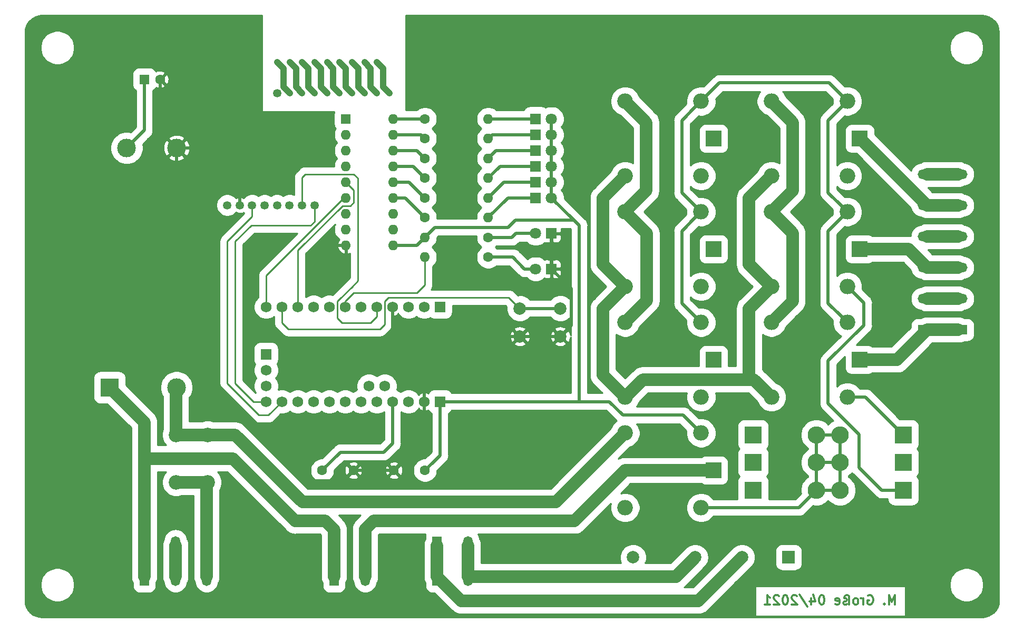
<source format=gbr>
%TF.GenerationSoftware,KiCad,Pcbnew,(5.1.9)-1*%
%TF.CreationDate,2021-04-04T13:29:14+02:00*%
%TF.ProjectId,Rollosteuerung,526f6c6c-6f73-4746-9575-6572756e672e,1.0*%
%TF.SameCoordinates,Original*%
%TF.FileFunction,Copper,L2,Bot*%
%TF.FilePolarity,Positive*%
%FSLAX46Y46*%
G04 Gerber Fmt 4.6, Leading zero omitted, Abs format (unit mm)*
G04 Created by KiCad (PCBNEW (5.1.9)-1) date 2021-04-04 13:29:14*
%MOMM*%
%LPD*%
G01*
G04 APERTURE LIST*
%TA.AperFunction,NonConductor*%
%ADD10C,0.300000*%
%TD*%
%TA.AperFunction,EtchedComponent*%
%ADD11C,1.000000*%
%TD*%
%TA.AperFunction,ComponentPad*%
%ADD12O,2.500000X2.500000*%
%TD*%
%TA.AperFunction,ComponentPad*%
%ADD13R,2.500000X2.500000*%
%TD*%
%TA.AperFunction,ComponentPad*%
%ADD14C,1.600000*%
%TD*%
%TA.AperFunction,ComponentPad*%
%ADD15O,1.600000X1.600000*%
%TD*%
%TA.AperFunction,ComponentPad*%
%ADD16C,1.727200*%
%TD*%
%TA.AperFunction,ComponentPad*%
%ADD17R,1.727200X1.727200*%
%TD*%
%TA.AperFunction,ComponentPad*%
%ADD18R,1.800000X1.800000*%
%TD*%
%TA.AperFunction,ComponentPad*%
%ADD19C,1.800000*%
%TD*%
%TA.AperFunction,ComponentPad*%
%ADD20R,1.600000X1.600000*%
%TD*%
%TA.AperFunction,ComponentPad*%
%ADD21O,2.800000X2.800000*%
%TD*%
%TA.AperFunction,ComponentPad*%
%ADD22R,2.800000X2.800000*%
%TD*%
%TA.AperFunction,ComponentPad*%
%ADD23C,1.000000*%
%TD*%
%TA.AperFunction,ComponentPad*%
%ADD24C,1.350000*%
%TD*%
%TA.AperFunction,ComponentPad*%
%ADD25O,3.000000X1.500000*%
%TD*%
%TA.AperFunction,ComponentPad*%
%ADD26R,3.000000X1.500000*%
%TD*%
%TA.AperFunction,ComponentPad*%
%ADD27C,2.000000*%
%TD*%
%TA.AperFunction,ComponentPad*%
%ADD28C,2.350000*%
%TD*%
%TA.AperFunction,ComponentPad*%
%ADD29O,1.500000X3.000000*%
%TD*%
%TA.AperFunction,ComponentPad*%
%ADD30R,1.500000X3.000000*%
%TD*%
%TA.AperFunction,ComponentPad*%
%ADD31R,2.000000X2.000000*%
%TD*%
%TA.AperFunction,ComponentPad*%
%ADD32R,3.000000X3.000000*%
%TD*%
%TA.AperFunction,ComponentPad*%
%ADD33C,3.000000*%
%TD*%
%TA.AperFunction,Conductor*%
%ADD34C,2.000000*%
%TD*%
%TA.AperFunction,Conductor*%
%ADD35C,0.500000*%
%TD*%
%TA.AperFunction,Conductor*%
%ADD36C,0.250000*%
%TD*%
%TA.AperFunction,Conductor*%
%ADD37C,0.254000*%
%TD*%
%TA.AperFunction,Conductor*%
%ADD38C,0.100000*%
%TD*%
G04 APERTURE END LIST*
D10*
X238711071Y-125075071D02*
X238711071Y-123575071D01*
X238211071Y-124646500D01*
X237711071Y-123575071D01*
X237711071Y-125075071D01*
X236996785Y-124932214D02*
X236925357Y-125003642D01*
X236996785Y-125075071D01*
X237068214Y-125003642D01*
X236996785Y-124932214D01*
X236996785Y-125075071D01*
X234353928Y-123646500D02*
X234496785Y-123575071D01*
X234711071Y-123575071D01*
X234925357Y-123646500D01*
X235068214Y-123789357D01*
X235139642Y-123932214D01*
X235211071Y-124217928D01*
X235211071Y-124432214D01*
X235139642Y-124717928D01*
X235068214Y-124860785D01*
X234925357Y-125003642D01*
X234711071Y-125075071D01*
X234568214Y-125075071D01*
X234353928Y-125003642D01*
X234282500Y-124932214D01*
X234282500Y-124432214D01*
X234568214Y-124432214D01*
X233639642Y-125075071D02*
X233639642Y-124075071D01*
X233639642Y-124360785D02*
X233568214Y-124217928D01*
X233496785Y-124146500D01*
X233353928Y-124075071D01*
X233211071Y-124075071D01*
X232496785Y-125075071D02*
X232639642Y-125003642D01*
X232711071Y-124932214D01*
X232782500Y-124789357D01*
X232782500Y-124360785D01*
X232711071Y-124217928D01*
X232639642Y-124146500D01*
X232496785Y-124075071D01*
X232282500Y-124075071D01*
X232139642Y-124146500D01*
X232068214Y-124217928D01*
X231996785Y-124360785D01*
X231996785Y-124789357D01*
X232068214Y-124932214D01*
X232139642Y-125003642D01*
X232282500Y-125075071D01*
X232496785Y-125075071D01*
X231353928Y-125075071D02*
X231353928Y-123860785D01*
X231282500Y-123717928D01*
X231211071Y-123646500D01*
X231068214Y-123575071D01*
X230853928Y-123575071D01*
X230711071Y-123646500D01*
X230639642Y-123717928D01*
X230568214Y-123860785D01*
X230568214Y-124075071D01*
X230782500Y-124075071D01*
X230925357Y-124146500D01*
X230996785Y-124289357D01*
X230996785Y-124360785D01*
X230925357Y-124503642D01*
X230782500Y-124575071D01*
X230568214Y-124575071D01*
X230425357Y-124646500D01*
X230353928Y-124789357D01*
X230353928Y-124860785D01*
X230425357Y-125003642D01*
X230568214Y-125075071D01*
X230853928Y-125075071D01*
X230996785Y-125003642D01*
X229139642Y-125003642D02*
X229282500Y-125075071D01*
X229568214Y-125075071D01*
X229711071Y-125003642D01*
X229782500Y-124860785D01*
X229782500Y-124289357D01*
X229711071Y-124146500D01*
X229568214Y-124075071D01*
X229282500Y-124075071D01*
X229139642Y-124146500D01*
X229068214Y-124289357D01*
X229068214Y-124432214D01*
X229782500Y-124575071D01*
X226996785Y-123575071D02*
X226853928Y-123575071D01*
X226711071Y-123646500D01*
X226639642Y-123717928D01*
X226568214Y-123860785D01*
X226496785Y-124146500D01*
X226496785Y-124503642D01*
X226568214Y-124789357D01*
X226639642Y-124932214D01*
X226711071Y-125003642D01*
X226853928Y-125075071D01*
X226996785Y-125075071D01*
X227139642Y-125003642D01*
X227211071Y-124932214D01*
X227282500Y-124789357D01*
X227353928Y-124503642D01*
X227353928Y-124146500D01*
X227282500Y-123860785D01*
X227211071Y-123717928D01*
X227139642Y-123646500D01*
X226996785Y-123575071D01*
X225211071Y-124075071D02*
X225211071Y-125075071D01*
X225568214Y-123503642D02*
X225925357Y-124575071D01*
X224996785Y-124575071D01*
X223353928Y-123503642D02*
X224639642Y-125432214D01*
X222925357Y-123717928D02*
X222853928Y-123646500D01*
X222711071Y-123575071D01*
X222353928Y-123575071D01*
X222211071Y-123646500D01*
X222139642Y-123717928D01*
X222068214Y-123860785D01*
X222068214Y-124003642D01*
X222139642Y-124217928D01*
X222996785Y-125075071D01*
X222068214Y-125075071D01*
X221139642Y-123575071D02*
X220996785Y-123575071D01*
X220853928Y-123646500D01*
X220782500Y-123717928D01*
X220711071Y-123860785D01*
X220639642Y-124146500D01*
X220639642Y-124503642D01*
X220711071Y-124789357D01*
X220782500Y-124932214D01*
X220853928Y-125003642D01*
X220996785Y-125075071D01*
X221139642Y-125075071D01*
X221282500Y-125003642D01*
X221353928Y-124932214D01*
X221425357Y-124789357D01*
X221496785Y-124503642D01*
X221496785Y-124146500D01*
X221425357Y-123860785D01*
X221353928Y-123717928D01*
X221282500Y-123646500D01*
X221139642Y-123575071D01*
X220068214Y-123717928D02*
X219996785Y-123646500D01*
X219853928Y-123575071D01*
X219496785Y-123575071D01*
X219353928Y-123646500D01*
X219282500Y-123717928D01*
X219211071Y-123860785D01*
X219211071Y-124003642D01*
X219282500Y-124217928D01*
X220139642Y-125075071D01*
X219211071Y-125075071D01*
X217782500Y-125075071D02*
X218639642Y-125075071D01*
X218211071Y-125075071D02*
X218211071Y-123575071D01*
X218353928Y-123789357D01*
X218496785Y-123932214D01*
X218639642Y-124003642D01*
D11*
%TO.C,AE1*%
X141463000Y-42884000D02*
X140463000Y-41884000D01*
X140463000Y-38884000D02*
X139463000Y-37884000D01*
X140463000Y-41884000D02*
X140463000Y-38884000D01*
X143463000Y-42884000D02*
X142463000Y-41884000D01*
X142463000Y-38884000D02*
X141463000Y-37884000D01*
X142463000Y-41884000D02*
X142463000Y-38884000D01*
X145463000Y-42884000D02*
X144463000Y-41884000D01*
X144463000Y-38884000D02*
X143463000Y-37884000D01*
X144463000Y-41884000D02*
X144463000Y-38884000D01*
X147463000Y-42884000D02*
X146463000Y-41884000D01*
X146463000Y-38884000D02*
X145463000Y-37884000D01*
X146463000Y-41884000D02*
X146463000Y-38884000D01*
X149463000Y-42884000D02*
X148463000Y-41884000D01*
X148463000Y-38884000D02*
X147463000Y-37884000D01*
X148463000Y-41884000D02*
X148463000Y-38884000D01*
X151463000Y-42884000D02*
X150463000Y-41884000D01*
X150463000Y-38884000D02*
X149463000Y-37884000D01*
X150463000Y-41884000D02*
X150463000Y-38884000D01*
X152463000Y-41884000D02*
X152463000Y-38884000D01*
X153463000Y-42884000D02*
X152463000Y-41884000D01*
X152463000Y-38884000D02*
X151463000Y-37884000D01*
X154463000Y-41884000D02*
X154463000Y-38884000D01*
X155463000Y-42884000D02*
X154463000Y-41884000D01*
X154463000Y-38884000D02*
X153463000Y-37884000D01*
X157463000Y-42884000D02*
X156463000Y-41884000D01*
X156463000Y-41884000D02*
X156463000Y-38884000D01*
X156463000Y-38884000D02*
X155463000Y-37884000D01*
%TD*%
D12*
%TO.P,RLY5,5*%
%TO.N,Q4*%
X207550000Y-91725000D03*
%TO.P,RLY5,4*%
%TO.N,GNDPWR*%
X195350000Y-91725000D03*
%TO.P,RLY5,3*%
%TO.N,+12P*%
X195350000Y-79725000D03*
%TO.P,RLY5,2*%
%TO.N,+5V*%
X207550000Y-79725000D03*
D13*
%TO.P,RLY5,1*%
%TO.N,Net-(J4-Pad2)*%
X209550000Y-85725000D03*
%TD*%
D12*
%TO.P,RLY4,5*%
%TO.N,Q3*%
X231045000Y-73945000D03*
%TO.P,RLY4,4*%
%TO.N,GNDPWR*%
X218845000Y-73945000D03*
%TO.P,RLY4,3*%
%TO.N,+12P*%
X218845000Y-61945000D03*
%TO.P,RLY4,2*%
%TO.N,+5V*%
X231045000Y-61945000D03*
D13*
%TO.P,RLY4,1*%
%TO.N,Net-(J4-Pad3)*%
X233045000Y-67945000D03*
%TD*%
D14*
%TO.P,R6,1*%
%TO.N,Q5*%
X163195000Y-62865000D03*
D15*
%TO.P,R6,2*%
%TO.N,Net-(D6-Pad1)*%
X173355000Y-62865000D03*
%TD*%
D16*
%TO.P,X1,12A*%
%TO.N,CSN*%
X137668000Y-92456000D03*
%TO.P,X1,3B*%
%TO.N,Net-(X1-Pad3B)*%
X137668000Y-89916000D03*
%TO.P,X1,2B*%
%TO.N,Net-(X1-Pad2B)*%
X137668000Y-87376000D03*
D17*
%TO.P,X1,1B*%
%TO.N,Net-(X1-Pad1B)*%
X137668000Y-84836000D03*
D16*
%TO.P,X1,11A*%
%TO.N,MOSI*%
X140208000Y-92456000D03*
%TO.P,X1,9A*%
%TO.N,SCLK*%
X145288000Y-92456000D03*
%TO.P,X1,10A*%
%TO.N,MISO*%
X142748000Y-92456000D03*
%TO.P,X1,6A*%
%TO.N,A2*%
X152908000Y-92456000D03*
%TO.P,X1,5A*%
%TO.N,A3*%
X155448000Y-92456000D03*
%TO.P,X1,7A*%
%TO.N,A1*%
X150368000Y-92456000D03*
%TO.P,X1,8A*%
%TO.N,A0*%
X147828000Y-92456000D03*
%TO.P,X1,4A*%
%TO.N,VCC*%
X157988000Y-92456000D03*
%TO.P,X1,3A*%
%TO.N,Net-(X1-Pad3A)*%
X160528000Y-92456000D03*
D17*
%TO.P,X1,1A*%
%TO.N,+5V*%
X165608000Y-92456000D03*
D16*
%TO.P,X1,2A*%
%TO.N,GND*%
X163068000Y-92456000D03*
%TO.P,X1,2D*%
%TO.N,Net-(X1-Pad2D)*%
X163068000Y-77216000D03*
D17*
%TO.P,X1,1D*%
%TO.N,Net-(X1-Pad1D)*%
X165608000Y-77216000D03*
D16*
%TO.P,X1,3D*%
%TO.N,Net-(X1-Pad3D)*%
X160528000Y-77216000D03*
%TO.P,X1,4D*%
%TO.N,GND*%
X157988000Y-77216000D03*
%TO.P,X1,8D*%
%TO.N,Net-(X1-Pad8D)*%
X147828000Y-77216000D03*
%TO.P,X1,7D*%
%TO.N,Net-(R8-Pad2)*%
X150368000Y-77216000D03*
%TO.P,X1,5D*%
%TO.N,GDO0*%
X155448000Y-77216000D03*
%TO.P,X1,6D*%
%TO.N,Net-(X1-Pad6D)*%
X152908000Y-77216000D03*
%TO.P,X1,10D*%
%TO.N,A4*%
X142748000Y-77216000D03*
%TO.P,X1,9D*%
%TO.N,Net-(X1-Pad9D)*%
X145288000Y-77216000D03*
%TO.P,X1,11D*%
%TO.N,Net-(SW1-Pad1)*%
X140208000Y-77216000D03*
%TO.P,X1,12D*%
%TO.N,A5*%
X137668000Y-77216000D03*
%TO.P,X1,5B*%
%TO.N,Net-(X1-Pad5B)*%
X156718000Y-89916000D03*
%TO.P,X1,4B*%
%TO.N,Net-(X1-Pad4B)*%
X154178000Y-89916000D03*
%TD*%
D14*
%TO.P,C3,1*%
%TO.N,VCC*%
X146685000Y-103505000D03*
%TO.P,C3,2*%
%TO.N,GND*%
X151685000Y-103505000D03*
%TD*%
%TO.P,C1,1*%
%TO.N,+5V*%
X163195000Y-103505000D03*
%TO.P,C1,2*%
%TO.N,GND*%
X158195000Y-103505000D03*
%TD*%
D18*
%TO.P,D8,1*%
%TO.N,GND*%
X183515000Y-71120000D03*
D19*
%TO.P,D8,2*%
%TO.N,Net-(D8-Pad2)*%
X180975000Y-71120000D03*
%TD*%
D18*
%TO.P,D7,1*%
%TO.N,GND*%
X183515000Y-65405000D03*
D19*
%TO.P,D7,2*%
%TO.N,Net-(D7-Pad2)*%
X180975000Y-65405000D03*
%TD*%
D15*
%TO.P,R5,2*%
%TO.N,Net-(D5-Pad1)*%
X173355000Y-59690000D03*
D14*
%TO.P,R5,1*%
%TO.N,Q4*%
X163195000Y-59690000D03*
%TD*%
D15*
%TO.P,R2,2*%
%TO.N,Net-(D2-Pad1)*%
X173355000Y-50165000D03*
D14*
%TO.P,R2,1*%
%TO.N,Q1*%
X163195000Y-50165000D03*
%TD*%
D15*
%TO.P,U2,18*%
%TO.N,Q0*%
X158115000Y-46990000D03*
%TO.P,U2,9*%
%TO.N,GND*%
X150495000Y-67310000D03*
%TO.P,U2,17*%
%TO.N,Q1*%
X158115000Y-49530000D03*
%TO.P,U2,8*%
%TO.N,Net-(U2-Pad8)*%
X150495000Y-64770000D03*
%TO.P,U2,16*%
%TO.N,Q2*%
X158115000Y-52070000D03*
%TO.P,U2,7*%
%TO.N,Net-(U2-Pad7)*%
X150495000Y-62230000D03*
%TO.P,U2,15*%
%TO.N,Q3*%
X158115000Y-54610000D03*
%TO.P,U2,6*%
%TO.N,A5*%
X150495000Y-59690000D03*
%TO.P,U2,14*%
%TO.N,Q4*%
X158115000Y-57150000D03*
%TO.P,U2,5*%
%TO.N,A4*%
X150495000Y-57150000D03*
%TO.P,U2,13*%
%TO.N,Q5*%
X158115000Y-59690000D03*
%TO.P,U2,4*%
%TO.N,A3*%
X150495000Y-54610000D03*
%TO.P,U2,12*%
%TO.N,Net-(U2-Pad12)*%
X158115000Y-62230000D03*
%TO.P,U2,3*%
%TO.N,A2*%
X150495000Y-52070000D03*
%TO.P,U2,11*%
%TO.N,Net-(U2-Pad11)*%
X158115000Y-64770000D03*
%TO.P,U2,2*%
%TO.N,A1*%
X150495000Y-49530000D03*
%TO.P,U2,10*%
%TO.N,+5V*%
X158115000Y-67310000D03*
D20*
%TO.P,U2,1*%
%TO.N,A0*%
X150495000Y-46990000D03*
%TD*%
D12*
%TO.P,RLY7,5*%
%TO.N,Net-(D10-Pad2)*%
X207550000Y-109505000D03*
%TO.P,RLY7,4*%
%TO.N,Net-(RLY7-Pad4)*%
X195350000Y-109505000D03*
%TO.P,RLY7,3*%
%TO.N,-Trafo*%
X195350000Y-97505000D03*
%TO.P,RLY7,2*%
%TO.N,+5V*%
X207550000Y-97505000D03*
D13*
%TO.P,RLY7,1*%
%TO.N,-Rel*%
X209550000Y-103505000D03*
%TD*%
D12*
%TO.P,RLY6,5*%
%TO.N,Q5*%
X231045000Y-91725000D03*
%TO.P,RLY6,4*%
%TO.N,GNDPWR*%
X218845000Y-91725000D03*
%TO.P,RLY6,3*%
%TO.N,+12P*%
X218845000Y-79725000D03*
%TO.P,RLY6,2*%
%TO.N,+5V*%
X231045000Y-79725000D03*
D13*
%TO.P,RLY6,1*%
%TO.N,Net-(J4-Pad1)*%
X233045000Y-85725000D03*
%TD*%
D12*
%TO.P,RLY3,5*%
%TO.N,Q2*%
X207550000Y-73945000D03*
%TO.P,RLY3,4*%
%TO.N,GNDPWR*%
X195350000Y-73945000D03*
%TO.P,RLY3,3*%
%TO.N,+12P*%
X195350000Y-61945000D03*
%TO.P,RLY3,2*%
%TO.N,+5V*%
X207550000Y-61945000D03*
D13*
%TO.P,RLY3,1*%
%TO.N,Net-(J4-Pad4)*%
X209550000Y-67945000D03*
%TD*%
D12*
%TO.P,RLY2,5*%
%TO.N,Q1*%
X231045000Y-56165000D03*
%TO.P,RLY2,4*%
%TO.N,GNDPWR*%
X218845000Y-56165000D03*
%TO.P,RLY2,3*%
%TO.N,+12P*%
X218845000Y-44165000D03*
%TO.P,RLY2,2*%
%TO.N,+5V*%
X231045000Y-44165000D03*
D13*
%TO.P,RLY2,1*%
%TO.N,Net-(J4-Pad5)*%
X233045000Y-50165000D03*
%TD*%
D12*
%TO.P,RLY1,5*%
%TO.N,Q0*%
X207550000Y-56165000D03*
%TO.P,RLY1,4*%
%TO.N,GNDPWR*%
X195350000Y-56165000D03*
%TO.P,RLY1,3*%
%TO.N,+12P*%
X195350000Y-44165000D03*
%TO.P,RLY1,2*%
%TO.N,+5V*%
X207550000Y-44165000D03*
D13*
%TO.P,RLY1,1*%
%TO.N,Net-(J4-Pad6)*%
X209550000Y-50165000D03*
%TD*%
D21*
%TO.P,D15,2*%
%TO.N,Net-(D10-Pad2)*%
X229870000Y-97790000D03*
D22*
%TO.P,D15,1*%
%TO.N,Q5*%
X240030000Y-97790000D03*
%TD*%
D21*
%TO.P,D14,2*%
%TO.N,Net-(D10-Pad2)*%
X229870000Y-102235000D03*
D22*
%TO.P,D14,1*%
%TO.N,Q4*%
X240030000Y-102235000D03*
%TD*%
D21*
%TO.P,D13,2*%
%TO.N,Net-(D10-Pad2)*%
X229870000Y-106680000D03*
D22*
%TO.P,D13,1*%
%TO.N,Q3*%
X240030000Y-106680000D03*
%TD*%
D21*
%TO.P,D12,2*%
%TO.N,Net-(D10-Pad2)*%
X226060000Y-106680000D03*
D22*
%TO.P,D12,1*%
%TO.N,Q2*%
X215900000Y-106680000D03*
%TD*%
D21*
%TO.P,D11,2*%
%TO.N,Net-(D10-Pad2)*%
X226060000Y-102235000D03*
D22*
%TO.P,D11,1*%
%TO.N,Q1*%
X215900000Y-102235000D03*
%TD*%
D21*
%TO.P,D10,2*%
%TO.N,Net-(D10-Pad2)*%
X226060000Y-97790000D03*
D22*
%TO.P,D10,1*%
%TO.N,Q0*%
X215900000Y-97790000D03*
%TD*%
D23*
%TO.P,AE1,*%
%TO.N,*%
X157463000Y-42884000D03*
X155463000Y-37884000D03*
X155463000Y-42884000D03*
X153463000Y-42884000D03*
X153463000Y-37884000D03*
X151463000Y-37884000D03*
X151463000Y-42884000D03*
X149463000Y-42884000D03*
X149463000Y-37884000D03*
X147463000Y-37884000D03*
X147463000Y-42884000D03*
X145463000Y-42884000D03*
X145463000Y-37884000D03*
X143463000Y-42884000D03*
X143463000Y-37884000D03*
X141463000Y-37884000D03*
X141463000Y-42884000D03*
D24*
X139463000Y-42884000D03*
D23*
X139463000Y-37884000D03*
%TD*%
D25*
%TO.P,J4,6*%
%TO.N,Net-(J4-Pad6)*%
X248840000Y-55899000D03*
X243840000Y-55899000D03*
%TO.P,J4,5*%
%TO.N,Net-(J4-Pad5)*%
X248840000Y-60899000D03*
X243840000Y-60899000D03*
%TO.P,J4,4*%
%TO.N,Net-(J4-Pad4)*%
X248840000Y-65899000D03*
X243840000Y-65899000D03*
%TO.P,J4,3*%
%TO.N,Net-(J4-Pad3)*%
X248840000Y-70899000D03*
X243840000Y-70899000D03*
%TO.P,J4,2*%
%TO.N,Net-(J4-Pad2)*%
X248840000Y-75899000D03*
X243840000Y-75899000D03*
D26*
%TO.P,J4,1*%
%TO.N,Net-(J4-Pad1)*%
X248840000Y-80899000D03*
X243840000Y-80899000D03*
%TD*%
D27*
%TO.P,SW1,1*%
%TO.N,Net-(SW1-Pad1)*%
X184935000Y-77470000D03*
%TO.P,SW1,2*%
%TO.N,GND*%
X184935000Y-81970000D03*
%TO.P,SW1,1*%
%TO.N,Net-(SW1-Pad1)*%
X178435000Y-77470000D03*
%TO.P,SW1,2*%
%TO.N,GND*%
X178435000Y-81970000D03*
%TD*%
D28*
%TO.P,F1,1*%
%TO.N,-Trafo*%
X123190000Y-97790000D03*
%TO.P,F1,2*%
%TO.N,Net-(F1-Pad2)*%
X123190000Y-105410000D03*
X128270000Y-105410000D03*
%TO.P,F1,1*%
%TO.N,-Trafo*%
X128270000Y-97790000D03*
%TD*%
D24*
%TO.P,U1,7*%
%TO.N,GDO0*%
X143421000Y-60873000D03*
%TO.P,U1,6*%
%TO.N,Net-(U1-Pad6)*%
X141421000Y-60873000D03*
%TO.P,U1,5*%
%TO.N,MISO*%
X139421000Y-60873000D03*
%TO.P,U1,4*%
%TO.N,SCLK*%
X137421000Y-60873000D03*
%TO.P,U1,3*%
%TO.N,MOSI*%
X135421000Y-60873000D03*
%TO.P,U1,2*%
%TO.N,GND*%
X133421000Y-60873000D03*
%TO.P,U1,1*%
%TO.N,VCC*%
X131421000Y-60873000D03*
%TO.P,U1,8*%
%TO.N,CSN*%
X145421000Y-60873000D03*
%TD*%
D29*
%TO.P,J2,2*%
%TO.N,-Rel*%
X153590000Y-120570000D03*
X153590000Y-115570000D03*
D30*
%TO.P,J2,1*%
%TO.N,Net-(J1-Pad1)*%
X148590000Y-120570000D03*
X148590000Y-115570000D03*
%TD*%
D29*
%TO.P,J1,3*%
%TO.N,Net-(F1-Pad2)*%
X128110000Y-120570000D03*
X128110000Y-115570000D03*
%TO.P,J1,2*%
%TO.N,Net-(J1-Pad2)*%
X123110000Y-120570000D03*
X123110000Y-115570000D03*
D30*
%TO.P,J1,1*%
%TO.N,Net-(J1-Pad1)*%
X118110000Y-120570000D03*
X118110000Y-115570000D03*
%TD*%
D29*
%TO.P,J3,2*%
%TO.N,Net-(D9-Pad3)*%
X170100000Y-120570000D03*
X170100000Y-115570000D03*
D30*
%TO.P,J3,1*%
%TO.N,Net-(D9-Pad2)*%
X165100000Y-120570000D03*
X165100000Y-115570000D03*
%TD*%
D14*
%TO.P,C2,2*%
%TO.N,GND*%
X120610000Y-40640000D03*
D20*
%TO.P,C2,1*%
%TO.N,+5V*%
X118110000Y-40640000D03*
%TD*%
D31*
%TO.P,D9,1*%
%TO.N,GNDPWR*%
X221615000Y-117475000D03*
D27*
%TO.P,D9,2*%
%TO.N,Net-(D9-Pad2)*%
X214115000Y-117475000D03*
%TO.P,D9,3*%
%TO.N,Net-(D9-Pad3)*%
X206615000Y-117475000D03*
%TO.P,D9,4*%
%TO.N,+12P*%
X196615000Y-117475000D03*
%TD*%
D18*
%TO.P,D6,1*%
%TO.N,Net-(D6-Pad1)*%
X180975000Y-59690000D03*
D19*
%TO.P,D6,2*%
%TO.N,+5V*%
X183515000Y-59690000D03*
%TD*%
%TO.P,D5,2*%
%TO.N,+5V*%
X183515000Y-57150000D03*
D18*
%TO.P,D5,1*%
%TO.N,Net-(D5-Pad1)*%
X180975000Y-57150000D03*
%TD*%
D19*
%TO.P,D4,2*%
%TO.N,+5V*%
X183515000Y-54610000D03*
D18*
%TO.P,D4,1*%
%TO.N,Net-(D4-Pad1)*%
X180975000Y-54610000D03*
%TD*%
D19*
%TO.P,D3,2*%
%TO.N,+5V*%
X183515000Y-52070000D03*
D18*
%TO.P,D3,1*%
%TO.N,Net-(D3-Pad1)*%
X180975000Y-52070000D03*
%TD*%
D19*
%TO.P,D2,2*%
%TO.N,+5V*%
X183515000Y-49530000D03*
D18*
%TO.P,D2,1*%
%TO.N,Net-(D2-Pad1)*%
X180975000Y-49530000D03*
%TD*%
D19*
%TO.P,D1,2*%
%TO.N,+5V*%
X183515000Y-46990000D03*
D18*
%TO.P,D1,1*%
%TO.N,Net-(D1-Pad1)*%
X180975000Y-46990000D03*
%TD*%
D32*
%TO.P,PS1,1*%
%TO.N,Net-(J1-Pad1)*%
X112522000Y-90170000D03*
D33*
%TO.P,PS1,4*%
%TO.N,+5V*%
X115272000Y-51670000D03*
%TO.P,PS1,2*%
%TO.N,-Trafo*%
X123272000Y-90170000D03*
%TO.P,PS1,3*%
%TO.N,GND*%
X123272000Y-51670000D03*
%TD*%
D14*
%TO.P,R1,1*%
%TO.N,Q0*%
X163195000Y-46990000D03*
D15*
%TO.P,R1,2*%
%TO.N,Net-(D1-Pad1)*%
X173355000Y-46990000D03*
%TD*%
%TO.P,R3,2*%
%TO.N,Net-(D3-Pad1)*%
X173355000Y-53340000D03*
D14*
%TO.P,R3,1*%
%TO.N,Q2*%
X163195000Y-53340000D03*
%TD*%
%TO.P,R4,1*%
%TO.N,Q3*%
X163195000Y-56515000D03*
D15*
%TO.P,R4,2*%
%TO.N,Net-(D4-Pad1)*%
X173355000Y-56515000D03*
%TD*%
D14*
%TO.P,R7,1*%
%TO.N,Net-(D7-Pad2)*%
X173355000Y-66040000D03*
D15*
%TO.P,R7,2*%
%TO.N,+5V*%
X163195000Y-66040000D03*
%TD*%
D14*
%TO.P,R8,1*%
%TO.N,Net-(D8-Pad2)*%
X173355000Y-69215000D03*
D15*
%TO.P,R8,2*%
%TO.N,Net-(R8-Pad2)*%
X163195000Y-69215000D03*
%TD*%
D34*
%TO.N,Net-(D9-Pad2)*%
X165100000Y-115570000D02*
X165100000Y-120570000D01*
X165100000Y-120570000D02*
X168990000Y-124460000D01*
X214115000Y-117475000D02*
X207130000Y-124460000D01*
X207130000Y-124460000D02*
X206248000Y-124460000D01*
X168990000Y-124460000D02*
X206248000Y-124460000D01*
%TO.N,Net-(D9-Pad3)*%
X170100000Y-115570000D02*
X170100000Y-120570000D01*
X203520000Y-120570000D02*
X203056500Y-120570000D01*
X206615000Y-117475000D02*
X203520000Y-120570000D01*
X170100000Y-120570000D02*
X203056500Y-120570000D01*
%TO.N,Net-(F1-Pad2)*%
X123190000Y-105410000D02*
X128270000Y-105410000D01*
X128110000Y-120570000D02*
X128110000Y-115570000D01*
X128110000Y-105570000D02*
X128270000Y-105410000D01*
X128110000Y-115570000D02*
X128110000Y-105570000D01*
D35*
%TO.N,+5V*%
X183515000Y-46990000D02*
X183515000Y-59690000D01*
X118110000Y-48832000D02*
X115272000Y-51670000D01*
X118110000Y-40640000D02*
X118110000Y-48832000D01*
X183515000Y-59690000D02*
X187085011Y-63260011D01*
X229344999Y-60244999D02*
X231045000Y-61945000D01*
X231045000Y-44165000D02*
X229344999Y-45865001D01*
X229344999Y-78024999D02*
X231045000Y-79725000D01*
X231045000Y-61945000D02*
X229344999Y-63645001D01*
X205849999Y-60244999D02*
X207550000Y-61945000D01*
X207550000Y-44165000D02*
X205849999Y-45865001D01*
X205849999Y-78024999D02*
X207550000Y-79725000D01*
X207550000Y-61945000D02*
X205849999Y-63645001D01*
X229344999Y-42464999D02*
X231045000Y-44165000D01*
X207550000Y-44165000D02*
X209250001Y-42464999D01*
X164782500Y-64452500D02*
X165608000Y-64452500D01*
X163195000Y-66040000D02*
X164782500Y-64452500D01*
X177722489Y-63260011D02*
X176530000Y-64452500D01*
X187085011Y-63260011D02*
X177722489Y-63260011D01*
X165608000Y-64452500D02*
X176530000Y-64452500D01*
X204470000Y-65025000D02*
X204470000Y-65214500D01*
X207550000Y-61945000D02*
X204470000Y-65025000D01*
X204470000Y-76645000D02*
X204470000Y-75755500D01*
X207550000Y-79725000D02*
X204470000Y-76645000D01*
X204470000Y-65214500D02*
X204470000Y-75755500D01*
X204470000Y-47245000D02*
X204470000Y-48577500D01*
X207550000Y-44165000D02*
X204470000Y-47245000D01*
X204470000Y-58865000D02*
X204470000Y-57213500D01*
X207550000Y-61945000D02*
X204470000Y-58865000D01*
X204470000Y-48577500D02*
X204470000Y-57213500D01*
X227965000Y-47245000D02*
X227965000Y-48514000D01*
X231045000Y-44165000D02*
X227965000Y-47245000D01*
X227965000Y-58865000D02*
X227965000Y-57658000D01*
X231045000Y-61945000D02*
X227965000Y-58865000D01*
X227965000Y-48514000D02*
X227965000Y-57658000D01*
X227965000Y-65025000D02*
X227965000Y-65532000D01*
X231045000Y-61945000D02*
X227965000Y-65025000D01*
X227965000Y-76645000D02*
X227965000Y-75628500D01*
X231045000Y-79725000D02*
X227965000Y-76645000D01*
X227965000Y-65532000D02*
X227965000Y-75628500D01*
X210503500Y-41211500D02*
X211391500Y-41211500D01*
X207550000Y-44165000D02*
X210503500Y-41211500D01*
X231045000Y-44165000D02*
X228091500Y-41211500D01*
X228091500Y-41211500D02*
X226377500Y-41211500D01*
X211391500Y-41211500D02*
X226377500Y-41211500D01*
X165608000Y-101092000D02*
X164566600Y-102133400D01*
X164566600Y-102133400D02*
X163195000Y-103505000D01*
X165608000Y-92456000D02*
X165608000Y-101092000D01*
X204660000Y-94615000D02*
X207550000Y-97505000D01*
X194976002Y-94615000D02*
X204660000Y-94615000D01*
X192817002Y-92456000D02*
X194976002Y-94615000D01*
X187960000Y-64135000D02*
X187960000Y-92456000D01*
X187960000Y-92456000D02*
X192817002Y-92456000D01*
X165608000Y-92456000D02*
X187960000Y-92456000D01*
X187085011Y-63260011D02*
X187960000Y-64135000D01*
X161925000Y-67310000D02*
X163195000Y-66040000D01*
X158115000Y-67310000D02*
X161925000Y-67310000D01*
%TO.N,GND*%
X120610000Y-49008000D02*
X123272000Y-51670000D01*
X120610000Y-40640000D02*
X120610000Y-49008000D01*
X133421000Y-60873000D02*
X133421000Y-54173000D01*
X123272000Y-82632000D02*
X123272000Y-77134000D01*
X123272000Y-51670000D02*
X123272000Y-77134000D01*
X130918000Y-51670000D02*
X123272000Y-51670000D01*
X133421000Y-54173000D02*
X130918000Y-51670000D01*
X183515000Y-71120000D02*
X183515000Y-65405000D01*
X178435000Y-81970000D02*
X184935000Y-81970000D01*
X151685000Y-103505000D02*
X158195000Y-103505000D01*
D36*
X158123500Y-81970000D02*
X158115000Y-81978500D01*
D35*
X183515000Y-71120000D02*
X186690000Y-74295000D01*
X186690000Y-80215000D02*
X186690000Y-78994000D01*
X184935000Y-81970000D02*
X186690000Y-80215000D01*
X186690000Y-74295000D02*
X186690000Y-78994000D01*
X123272000Y-83140000D02*
X123272000Y-81362000D01*
X145288000Y-105156000D02*
X123272000Y-83140000D01*
X150034000Y-105156000D02*
X145288000Y-105156000D01*
X123272000Y-81362000D02*
X123272000Y-77134000D01*
X151685000Y-103505000D02*
X150034000Y-105156000D01*
X163068000Y-98632000D02*
X162727000Y-98973000D01*
X162727000Y-98973000D02*
X158195000Y-103505000D01*
X158123500Y-81970000D02*
X157988000Y-81834500D01*
X178435000Y-81970000D02*
X158123500Y-81970000D01*
X163068000Y-92456000D02*
X163068000Y-98632000D01*
X163068000Y-86914500D02*
X163068000Y-92456000D01*
X157988000Y-81834500D02*
X158498150Y-82344650D01*
X157988000Y-77216000D02*
X157988000Y-81834500D01*
X158498150Y-82344650D02*
X163068000Y-86914500D01*
X158123500Y-81970000D02*
X158498150Y-82344650D01*
D36*
%TO.N,GDO0*%
X143421000Y-58064500D02*
X143421000Y-56578500D01*
X143421000Y-60873000D02*
X143421000Y-58064500D01*
X143421000Y-58064500D02*
X143421000Y-56413500D01*
X143421000Y-56413500D02*
X143954500Y-55880000D01*
X143954500Y-55880000D02*
X151765000Y-55880000D01*
X151765000Y-55880000D02*
X152400000Y-56515000D01*
X151435011Y-73989989D02*
X152400000Y-73025000D01*
X152400000Y-56515000D02*
X152400000Y-73025000D01*
X155448000Y-78740000D02*
X154432000Y-79756000D01*
X155448000Y-77216000D02*
X155448000Y-78740000D01*
X149860000Y-79756000D02*
X154432000Y-79756000D01*
X149860000Y-79756000D02*
X149098000Y-78994000D01*
X149098000Y-76758800D02*
X149098000Y-76327000D01*
X149542500Y-75882500D02*
X149225000Y-76200000D01*
X151435011Y-73989989D02*
X149542500Y-75882500D01*
X149098000Y-76327000D02*
X149542500Y-75882500D01*
X149098000Y-76454000D02*
X149098000Y-76758800D01*
X149098000Y-76758800D02*
X149098000Y-78994000D01*
%TO.N,MOSI*%
X135421000Y-62699000D02*
X135421000Y-60873000D01*
X131445000Y-66675000D02*
X135421000Y-62699000D01*
X131445000Y-89535000D02*
X131445000Y-66675000D01*
X136525000Y-94615000D02*
X131445000Y-89535000D01*
X138049000Y-94615000D02*
X137947400Y-94615000D01*
X140208000Y-92456000D02*
X138049000Y-94615000D01*
X137947400Y-94615000D02*
X136525000Y-94615000D01*
D35*
%TO.N,VCC*%
X149606000Y-100584000D02*
X146685000Y-103505000D01*
X156565600Y-100584000D02*
X149606000Y-100584000D01*
X157988000Y-99161600D02*
X156565600Y-100584000D01*
X157988000Y-92456000D02*
X157988000Y-99161600D01*
D36*
%TO.N,CSN*%
X145421000Y-63506000D02*
X145421000Y-60873000D01*
X144798000Y-64129000D02*
X145421000Y-63506000D01*
X135261000Y-64129000D02*
X144798000Y-64129000D01*
X132715000Y-66675000D02*
X135261000Y-64129000D01*
X132715000Y-89535000D02*
X132715000Y-66675000D01*
X135636000Y-92456000D02*
X135483600Y-92303600D01*
X137668000Y-92456000D02*
X135636000Y-92456000D01*
X135483600Y-92303600D02*
X132715000Y-89535000D01*
%TO.N,A5*%
X137795000Y-72136000D02*
X137763250Y-72104250D01*
X150495000Y-59690000D02*
X150177500Y-59690000D01*
X150177500Y-59690000D02*
X149860000Y-60007500D01*
X137668000Y-72199500D02*
X138004550Y-71862950D01*
X138004550Y-71862950D02*
X149860000Y-60007500D01*
X137668000Y-77216000D02*
X137668000Y-72199500D01*
X137763250Y-72104250D02*
X138004550Y-71862950D01*
%TO.N,A4*%
X151765000Y-60375000D02*
X151180000Y-60960000D01*
X151765000Y-58420000D02*
X151765000Y-60375000D01*
X150495000Y-57150000D02*
X151765000Y-58420000D01*
X151180000Y-60960000D02*
X149923500Y-60960000D01*
X142748000Y-68135500D02*
X143109950Y-67773550D01*
X142748000Y-77216000D02*
X142748000Y-68135500D01*
X143109950Y-67773550D02*
X142875000Y-68008500D01*
X149923500Y-60960000D02*
X143109950Y-67773550D01*
D35*
%TO.N,Q0*%
X158115000Y-46990000D02*
X163195000Y-46990000D01*
%TO.N,Q1*%
X162560000Y-49530000D02*
X163195000Y-50165000D01*
X158115000Y-49530000D02*
X162560000Y-49530000D01*
%TO.N,Q2*%
X161925000Y-52070000D02*
X163195000Y-53340000D01*
X158115000Y-52070000D02*
X161925000Y-52070000D01*
%TO.N,Q3*%
X161290000Y-54610000D02*
X163195000Y-56515000D01*
X158115000Y-54610000D02*
X161290000Y-54610000D01*
X233680000Y-76580000D02*
X231045000Y-73945000D01*
X233680000Y-80200500D02*
X233680000Y-76580000D01*
X227965000Y-85915500D02*
X233680000Y-80200500D01*
X227965000Y-92756500D02*
X228132250Y-92923750D01*
X227965000Y-85915500D02*
X227965000Y-92756500D01*
X228132250Y-92923750D02*
X227965000Y-92756499D01*
X236537500Y-106680000D02*
X240030000Y-106680000D01*
X232935001Y-103077501D02*
X236537500Y-106680000D01*
X232935001Y-97726500D02*
X232935001Y-103077501D01*
X228132250Y-92923750D02*
X232935001Y-97726500D01*
%TO.N,Q4*%
X160655000Y-57150000D02*
X163195000Y-59690000D01*
X158115000Y-57150000D02*
X160655000Y-57150000D01*
%TO.N,Q5*%
X160020000Y-59690000D02*
X163195000Y-62865000D01*
X158115000Y-59690000D02*
X160020000Y-59690000D01*
X233965000Y-91725000D02*
X240030000Y-97790000D01*
X231045000Y-91725000D02*
X233965000Y-91725000D01*
%TO.N,Net-(D1-Pad1)*%
X173355000Y-46990000D02*
X180975000Y-46990000D01*
%TO.N,Net-(D2-Pad1)*%
X173990000Y-49530000D02*
X173355000Y-50165000D01*
X180975000Y-49530000D02*
X173990000Y-49530000D01*
%TO.N,Net-(D3-Pad1)*%
X174625000Y-52070000D02*
X173355000Y-53340000D01*
X180975000Y-52070000D02*
X174625000Y-52070000D01*
%TO.N,Net-(D4-Pad1)*%
X175260000Y-54610000D02*
X173355000Y-56515000D01*
X180975000Y-54610000D02*
X175260000Y-54610000D01*
%TO.N,Net-(D5-Pad1)*%
X175895000Y-57150000D02*
X173355000Y-59690000D01*
X180975000Y-57150000D02*
X175895000Y-57150000D01*
%TO.N,Net-(D6-Pad1)*%
X176530000Y-59690000D02*
X173355000Y-62865000D01*
X180975000Y-59690000D02*
X176530000Y-59690000D01*
D34*
%TO.N,GNDPWR*%
X192899999Y-76395001D02*
X195350000Y-73945000D01*
X195350000Y-91725000D02*
X192899999Y-89274999D01*
X218845000Y-73945000D02*
X216394999Y-76395001D01*
X192899999Y-71494999D02*
X195350000Y-73945000D01*
X195350000Y-56165000D02*
X192899999Y-58615001D01*
X216394999Y-71494999D02*
X218845000Y-73945000D01*
X218845000Y-56165000D02*
X216394999Y-58615001D01*
X191770000Y-59745000D02*
X191770000Y-59954502D01*
X195350000Y-56165000D02*
X191770000Y-59745000D01*
X191770000Y-70365000D02*
X191770000Y-68961000D01*
X195350000Y-73945000D02*
X191770000Y-70365000D01*
X191770000Y-59954502D02*
X191770000Y-68961000D01*
X191770000Y-77525000D02*
X191770000Y-78994000D01*
X195350000Y-73945000D02*
X191770000Y-77525000D01*
X191770000Y-78994000D02*
X191770000Y-77544002D01*
X191770000Y-88145000D02*
X191770000Y-87058500D01*
X195350000Y-91725000D02*
X191770000Y-88145000D01*
X191770000Y-87058500D02*
X191770000Y-78994000D01*
X215265000Y-59745000D02*
X215265000Y-60642500D01*
X218845000Y-56165000D02*
X215265000Y-59745000D01*
X215265000Y-70365000D02*
X215265000Y-68961000D01*
X218845000Y-73945000D02*
X215265000Y-70365000D01*
X215265000Y-60642500D02*
X215265000Y-68961000D01*
X215265000Y-77525000D02*
X215265000Y-78105000D01*
X218845000Y-73945000D02*
X215265000Y-77525000D01*
X215265000Y-88145000D02*
X215265000Y-87122000D01*
X215265000Y-78105000D02*
X215265000Y-87122000D01*
X198175000Y-88900000D02*
X195350000Y-91725000D01*
X216020000Y-88900000D02*
X198175000Y-88900000D01*
X218845000Y-91725000D02*
X216020000Y-88900000D01*
%TO.N,+12P*%
X197800001Y-77274999D02*
X195350000Y-79725000D01*
X195350000Y-61945000D02*
X197800001Y-64395001D01*
X221295001Y-59494999D02*
X218845000Y-61945000D01*
X218845000Y-44165000D02*
X221295001Y-46615001D01*
X221295001Y-77274999D02*
X218845000Y-79725000D01*
X218845000Y-61945000D02*
X221295001Y-64395001D01*
X198755000Y-47570000D02*
X198755000Y-47625000D01*
X195350000Y-44165000D02*
X198755000Y-47570000D01*
X198755000Y-58540000D02*
X198755000Y-57531000D01*
X195350000Y-61945000D02*
X198755000Y-58540000D01*
X198755000Y-47625000D02*
X198755000Y-57531000D01*
X198818500Y-65413500D02*
X198818500Y-66421000D01*
X195350000Y-61945000D02*
X198818500Y-65413500D01*
X198818500Y-76256500D02*
X198818500Y-69913500D01*
X195350000Y-79725000D02*
X198818500Y-76256500D01*
X198818500Y-66421000D02*
X198818500Y-69913500D01*
X222250000Y-47570000D02*
X222250000Y-48450500D01*
X218845000Y-44165000D02*
X222250000Y-47570000D01*
X222250000Y-58540000D02*
X222250000Y-56134000D01*
X218845000Y-61945000D02*
X222250000Y-58540000D01*
X222250000Y-48450500D02*
X222250000Y-56134000D01*
X222250000Y-65350000D02*
X222250000Y-66738500D01*
X218845000Y-61945000D02*
X222250000Y-65350000D01*
X222250000Y-76320000D02*
X222250000Y-74739500D01*
X218845000Y-79725000D02*
X222250000Y-76320000D01*
X222250000Y-66738500D02*
X222250000Y-74739500D01*
%TO.N,Net-(J4-Pad2)*%
X243840000Y-75899000D02*
X248840000Y-75899000D01*
%TO.N,Net-(J4-Pad1)*%
X243840000Y-80899000D02*
X248840000Y-80899000D01*
X239014000Y-85725000D02*
X243840000Y-80899000D01*
X233045000Y-85725000D02*
X239014000Y-85725000D01*
D35*
%TO.N,Net-(SW1-Pad1)*%
X178435000Y-77470000D02*
X184935000Y-77470000D01*
D36*
X140208000Y-79756000D02*
X140208000Y-77216000D01*
X141224000Y-80772000D02*
X140208000Y-79756000D01*
X155956000Y-80772000D02*
X141224000Y-80772000D01*
X156718000Y-80010000D02*
X155956000Y-80772000D01*
X156718000Y-76327000D02*
X156718000Y-80010000D01*
X157353000Y-75692000D02*
X156718000Y-76327000D01*
X176657000Y-75692000D02*
X176174400Y-75692000D01*
X178435000Y-77470000D02*
X176657000Y-75692000D01*
X176174400Y-75692000D02*
X157353000Y-75692000D01*
D34*
%TO.N,-Rel*%
X153590000Y-120570000D02*
X153590000Y-115570000D01*
X209550000Y-103505000D02*
X206565500Y-103505000D01*
X206565500Y-103505000D02*
X208343717Y-103505000D01*
X195326000Y-103505000D02*
X206565500Y-103505000D01*
X187198000Y-111633000D02*
X195326000Y-103505000D01*
X154940000Y-111633000D02*
X187198000Y-111633000D01*
X153590000Y-112983000D02*
X154940000Y-111633000D01*
X153590000Y-115570000D02*
X153590000Y-112983000D01*
%TO.N,-Trafo*%
X123190000Y-97790000D02*
X128270000Y-97790000D01*
X123190000Y-90252000D02*
X123272000Y-90170000D01*
X123190000Y-97790000D02*
X123190000Y-90252000D01*
X132715000Y-97790000D02*
X128270000Y-97790000D01*
X143510000Y-108585000D02*
X132715000Y-97790000D01*
X184270000Y-108585000D02*
X143510000Y-108585000D01*
X195350000Y-97505000D02*
X184270000Y-108585000D01*
D35*
%TO.N,Net-(D7-Pad2)*%
X180975000Y-65405000D02*
X177800000Y-65405000D01*
X177165000Y-66040000D02*
X173355000Y-66040000D01*
X177800000Y-65405000D02*
X177165000Y-66040000D01*
%TO.N,Net-(D8-Pad2)*%
X179197000Y-71120000D02*
X180975000Y-71120000D01*
X177292000Y-69215000D02*
X179197000Y-71120000D01*
X173355000Y-69215000D02*
X177292000Y-69215000D01*
D36*
%TO.N,Net-(R8-Pad2)*%
X151765000Y-74930000D02*
X161925000Y-74930000D01*
X161925000Y-74930000D02*
X163195000Y-73660000D01*
X163195000Y-73660000D02*
X163195000Y-69215000D01*
X150368000Y-76327000D02*
X151066500Y-75628500D01*
X150368000Y-77216000D02*
X150368000Y-76327000D01*
X151066500Y-75628500D02*
X151765000Y-74930000D01*
X150495000Y-76200000D02*
X151066500Y-75628500D01*
D34*
%TO.N,Net-(J1-Pad2)*%
X123110000Y-120570000D02*
X123110000Y-115570000D01*
%TO.N,Net-(J1-Pad1)*%
X148590000Y-120570000D02*
X148590000Y-115570000D01*
X118110000Y-115570000D02*
X118110000Y-120570000D01*
X118110000Y-95758000D02*
X112522000Y-90170000D01*
X118110000Y-101600000D02*
X118110000Y-95758000D01*
X118110000Y-115570000D02*
X118110000Y-101600000D01*
X148590000Y-113030000D02*
X148590000Y-115570000D01*
X147193000Y-111633000D02*
X148590000Y-113030000D01*
X142367000Y-111633000D02*
X147193000Y-111633000D01*
X132334000Y-101600000D02*
X142367000Y-111633000D01*
X118110000Y-101600000D02*
X132334000Y-101600000D01*
%TO.N,Net-(J4-Pad3)*%
X243840000Y-70899000D02*
X248840000Y-70899000D01*
X240886000Y-67945000D02*
X243840000Y-70899000D01*
X233045000Y-67945000D02*
X240886000Y-67945000D01*
%TO.N,Net-(J4-Pad4)*%
X243840000Y-65899000D02*
X248840000Y-65899000D01*
%TO.N,Net-(J4-Pad5)*%
X243840000Y-60899000D02*
X248840000Y-60899000D01*
X233106000Y-50165000D02*
X243840000Y-60899000D01*
X233045000Y-50165000D02*
X233106000Y-50165000D01*
%TO.N,Net-(J4-Pad6)*%
X243840000Y-55899000D02*
X248840000Y-55899000D01*
D35*
%TO.N,Net-(D10-Pad2)*%
X226060000Y-97790000D02*
X229870000Y-97790000D01*
X226060000Y-102235000D02*
X229870000Y-102235000D01*
X226060000Y-106680000D02*
X229870000Y-106680000D01*
X226060000Y-97790000D02*
X226060000Y-102235000D01*
X226060000Y-102235000D02*
X226060000Y-106680000D01*
X229870000Y-97790000D02*
X229870000Y-102235000D01*
X229870000Y-102235000D02*
X229870000Y-106680000D01*
X223235000Y-109505000D02*
X226060000Y-106680000D01*
X207550000Y-109505000D02*
X223235000Y-109505000D01*
%TD*%
D37*
%TO.N,GND*%
X137033000Y-45720000D02*
X137035440Y-45744776D01*
X137042667Y-45768601D01*
X137054403Y-45790557D01*
X137070197Y-45809803D01*
X137089443Y-45825597D01*
X137111399Y-45837333D01*
X137135224Y-45844560D01*
X137160000Y-45847000D01*
X148604617Y-45847000D01*
X148568539Y-45965933D01*
X148546470Y-46190000D01*
X148546470Y-47790000D01*
X148568539Y-48014067D01*
X148633897Y-48229523D01*
X148740032Y-48428089D01*
X148825148Y-48531803D01*
X148773136Y-48609645D01*
X148626669Y-48963248D01*
X148552000Y-49338631D01*
X148552000Y-49721369D01*
X148626669Y-50096752D01*
X148773136Y-50450355D01*
X148985774Y-50768590D01*
X149017184Y-50800000D01*
X148985774Y-50831410D01*
X148773136Y-51149645D01*
X148626669Y-51503248D01*
X148552000Y-51878631D01*
X148552000Y-52261369D01*
X148626669Y-52636752D01*
X148773136Y-52990355D01*
X148985774Y-53308590D01*
X149017184Y-53340000D01*
X148985774Y-53371410D01*
X148773136Y-53689645D01*
X148626669Y-54043248D01*
X148552000Y-54418631D01*
X148552000Y-54612000D01*
X144016780Y-54612000D01*
X143954500Y-54605866D01*
X143892220Y-54612000D01*
X143892210Y-54612000D01*
X143705929Y-54630347D01*
X143466910Y-54702853D01*
X143246629Y-54820595D01*
X143106380Y-54935695D01*
X143103996Y-54937652D01*
X143053551Y-54979051D01*
X143013843Y-55027435D01*
X142568430Y-55472848D01*
X142520052Y-55512551D01*
X142480349Y-55560929D01*
X142480343Y-55560935D01*
X142384639Y-55677551D01*
X142361596Y-55705629D01*
X142243854Y-55925910D01*
X142171347Y-56164929D01*
X142153000Y-56351210D01*
X142153000Y-56351220D01*
X142146866Y-56413500D01*
X142153000Y-56475780D01*
X142153000Y-58126789D01*
X142153001Y-58126799D01*
X142153001Y-59208415D01*
X141951291Y-59124864D01*
X141600057Y-59055000D01*
X141241943Y-59055000D01*
X140890709Y-59124864D01*
X140559854Y-59261909D01*
X140421000Y-59354688D01*
X140282146Y-59261909D01*
X139951291Y-59124864D01*
X139600057Y-59055000D01*
X139241943Y-59055000D01*
X138890709Y-59124864D01*
X138559854Y-59261909D01*
X138421000Y-59354688D01*
X138282146Y-59261909D01*
X137951291Y-59124864D01*
X137600057Y-59055000D01*
X137241943Y-59055000D01*
X136890709Y-59124864D01*
X136559854Y-59261909D01*
X136421000Y-59354688D01*
X136282146Y-59261909D01*
X135951291Y-59124864D01*
X135600057Y-59055000D01*
X135241943Y-59055000D01*
X134890709Y-59124864D01*
X134559854Y-59261909D01*
X134262092Y-59460867D01*
X134017421Y-59705538D01*
X133854192Y-59629983D01*
X133603367Y-59569355D01*
X133345535Y-59558826D01*
X133090602Y-59598800D01*
X132848367Y-59687741D01*
X132821267Y-59702226D01*
X132579908Y-59460867D01*
X132282146Y-59261909D01*
X131951291Y-59124864D01*
X131600057Y-59055000D01*
X131241943Y-59055000D01*
X130890709Y-59124864D01*
X130559854Y-59261909D01*
X130262092Y-59460867D01*
X130008867Y-59714092D01*
X129809909Y-60011854D01*
X129672864Y-60342709D01*
X129603000Y-60693943D01*
X129603000Y-61052057D01*
X129672864Y-61403291D01*
X129809909Y-61734146D01*
X130008867Y-62031908D01*
X130262092Y-62285133D01*
X130559854Y-62484091D01*
X130890709Y-62621136D01*
X131241943Y-62691000D01*
X131600057Y-62691000D01*
X131951291Y-62621136D01*
X132282146Y-62484091D01*
X132579908Y-62285133D01*
X132824579Y-62040462D01*
X132987808Y-62116017D01*
X133238633Y-62176645D01*
X133496465Y-62187174D01*
X133751398Y-62147200D01*
X133993633Y-62058259D01*
X134020733Y-62043774D01*
X134151869Y-62174910D01*
X130592430Y-65734348D01*
X130544052Y-65774051D01*
X130504349Y-65822429D01*
X130504343Y-65822435D01*
X130385596Y-65967129D01*
X130267854Y-66187410D01*
X130195348Y-66426428D01*
X130170866Y-66675000D01*
X130177001Y-66737290D01*
X130177000Y-89472720D01*
X130170866Y-89535000D01*
X130177000Y-89597280D01*
X130177000Y-89597289D01*
X130195347Y-89783570D01*
X130267853Y-90022589D01*
X130385595Y-90242870D01*
X130419442Y-90284113D01*
X130466036Y-90340887D01*
X130544051Y-90435949D01*
X130592435Y-90475657D01*
X135584348Y-95467571D01*
X135624051Y-95515949D01*
X135672429Y-95555652D01*
X135672434Y-95555657D01*
X135782804Y-95646235D01*
X135817129Y-95674405D01*
X136037410Y-95792147D01*
X136276429Y-95864653D01*
X136462710Y-95883000D01*
X136462720Y-95883000D01*
X136525000Y-95889134D01*
X136587280Y-95883000D01*
X137986720Y-95883000D01*
X138049000Y-95889134D01*
X138111280Y-95883000D01*
X138111290Y-95883000D01*
X138297571Y-95864653D01*
X138536590Y-95792147D01*
X138756871Y-95674405D01*
X138949949Y-95515949D01*
X138989657Y-95467565D01*
X139997235Y-94459988D01*
X140010367Y-94462600D01*
X140405633Y-94462600D01*
X140793304Y-94385487D01*
X141158481Y-94234226D01*
X141478000Y-94020730D01*
X141797519Y-94234226D01*
X142162696Y-94385487D01*
X142550367Y-94462600D01*
X142945633Y-94462600D01*
X143333304Y-94385487D01*
X143698481Y-94234226D01*
X144018000Y-94020730D01*
X144337519Y-94234226D01*
X144702696Y-94385487D01*
X145090367Y-94462600D01*
X145485633Y-94462600D01*
X145873304Y-94385487D01*
X146238481Y-94234226D01*
X146558000Y-94020730D01*
X146877519Y-94234226D01*
X147242696Y-94385487D01*
X147630367Y-94462600D01*
X148025633Y-94462600D01*
X148413304Y-94385487D01*
X148778481Y-94234226D01*
X149098000Y-94020730D01*
X149417519Y-94234226D01*
X149782696Y-94385487D01*
X150170367Y-94462600D01*
X150565633Y-94462600D01*
X150953304Y-94385487D01*
X151318481Y-94234226D01*
X151638000Y-94020730D01*
X151957519Y-94234226D01*
X152322696Y-94385487D01*
X152710367Y-94462600D01*
X153105633Y-94462600D01*
X153493304Y-94385487D01*
X153858481Y-94234226D01*
X154178000Y-94020730D01*
X154497519Y-94234226D01*
X154862696Y-94385487D01*
X155250367Y-94462600D01*
X155645633Y-94462600D01*
X156033304Y-94385487D01*
X156398481Y-94234226D01*
X156595000Y-94102916D01*
X156595001Y-98584600D01*
X155988602Y-99191000D01*
X149674431Y-99191000D01*
X149606000Y-99184260D01*
X149537569Y-99191000D01*
X149332924Y-99211156D01*
X149070343Y-99290809D01*
X148828346Y-99420159D01*
X148616234Y-99594234D01*
X148572606Y-99647395D01*
X146658002Y-101562000D01*
X146493631Y-101562000D01*
X146118248Y-101636669D01*
X145764645Y-101783136D01*
X145446410Y-101995774D01*
X145175774Y-102266410D01*
X144963136Y-102584645D01*
X144816669Y-102938248D01*
X144742000Y-103313631D01*
X144742000Y-103696369D01*
X144816669Y-104071752D01*
X144963136Y-104425355D01*
X145175774Y-104743590D01*
X145446410Y-105014226D01*
X145764645Y-105226864D01*
X146118248Y-105373331D01*
X146493631Y-105448000D01*
X146876369Y-105448000D01*
X147251752Y-105373331D01*
X147605355Y-105226864D01*
X147923590Y-105014226D01*
X148194226Y-104743590D01*
X148358523Y-104497702D01*
X150871903Y-104497702D01*
X150943486Y-104741671D01*
X151198996Y-104862571D01*
X151473184Y-104931300D01*
X151755512Y-104945217D01*
X152035130Y-104903787D01*
X152301292Y-104808603D01*
X152426514Y-104741671D01*
X152498097Y-104497702D01*
X157381903Y-104497702D01*
X157453486Y-104741671D01*
X157708996Y-104862571D01*
X157983184Y-104931300D01*
X158265512Y-104945217D01*
X158545130Y-104903787D01*
X158811292Y-104808603D01*
X158936514Y-104741671D01*
X159008097Y-104497702D01*
X158195000Y-103684605D01*
X157381903Y-104497702D01*
X152498097Y-104497702D01*
X151685000Y-103684605D01*
X150871903Y-104497702D01*
X148358523Y-104497702D01*
X148406864Y-104425355D01*
X148553331Y-104071752D01*
X148628000Y-103696369D01*
X148628000Y-103575512D01*
X150244783Y-103575512D01*
X150286213Y-103855130D01*
X150381397Y-104121292D01*
X150448329Y-104246514D01*
X150692298Y-104318097D01*
X151505395Y-103505000D01*
X151864605Y-103505000D01*
X152677702Y-104318097D01*
X152921671Y-104246514D01*
X153042571Y-103991004D01*
X153111300Y-103716816D01*
X153118265Y-103575512D01*
X156754783Y-103575512D01*
X156796213Y-103855130D01*
X156891397Y-104121292D01*
X156958329Y-104246514D01*
X157202298Y-104318097D01*
X158015395Y-103505000D01*
X158374605Y-103505000D01*
X159187702Y-104318097D01*
X159431671Y-104246514D01*
X159552571Y-103991004D01*
X159621300Y-103716816D01*
X159635217Y-103434488D01*
X159593787Y-103154870D01*
X159498603Y-102888708D01*
X159431671Y-102763486D01*
X159187702Y-102691903D01*
X158374605Y-103505000D01*
X158015395Y-103505000D01*
X157202298Y-102691903D01*
X156958329Y-102763486D01*
X156837429Y-103018996D01*
X156768700Y-103293184D01*
X156754783Y-103575512D01*
X153118265Y-103575512D01*
X153125217Y-103434488D01*
X153083787Y-103154870D01*
X152988603Y-102888708D01*
X152921671Y-102763486D01*
X152677702Y-102691903D01*
X151864605Y-103505000D01*
X151505395Y-103505000D01*
X150692298Y-102691903D01*
X150448329Y-102763486D01*
X150327429Y-103018996D01*
X150258700Y-103293184D01*
X150244783Y-103575512D01*
X148628000Y-103575512D01*
X148628000Y-103531998D01*
X149647700Y-102512298D01*
X150871903Y-102512298D01*
X151685000Y-103325395D01*
X152498097Y-102512298D01*
X157381903Y-102512298D01*
X158195000Y-103325395D01*
X159008097Y-102512298D01*
X158936514Y-102268329D01*
X158681004Y-102147429D01*
X158406816Y-102078700D01*
X158124488Y-102064783D01*
X157844870Y-102106213D01*
X157578708Y-102201397D01*
X157453486Y-102268329D01*
X157381903Y-102512298D01*
X152498097Y-102512298D01*
X152426514Y-102268329D01*
X152171004Y-102147429D01*
X151896816Y-102078700D01*
X151614488Y-102064783D01*
X151334870Y-102106213D01*
X151068708Y-102201397D01*
X150943486Y-102268329D01*
X150871903Y-102512298D01*
X149647700Y-102512298D01*
X150182999Y-101977000D01*
X156497169Y-101977000D01*
X156565600Y-101983740D01*
X156634031Y-101977000D01*
X156838676Y-101956844D01*
X157101257Y-101877191D01*
X157343254Y-101747841D01*
X157555366Y-101573766D01*
X157598998Y-101520600D01*
X158924605Y-100194994D01*
X158977766Y-100151366D01*
X159151841Y-99939254D01*
X159281191Y-99697257D01*
X159360844Y-99434676D01*
X159367828Y-99363765D01*
X159387740Y-99161601D01*
X159381000Y-99093170D01*
X159381000Y-94102916D01*
X159577519Y-94234226D01*
X159942696Y-94385487D01*
X160330367Y-94462600D01*
X160725633Y-94462600D01*
X161113304Y-94385487D01*
X161478481Y-94234226D01*
X161807133Y-94014628D01*
X162086628Y-93735133D01*
X162221773Y-93532874D01*
X162288782Y-93744567D01*
X162555141Y-93871826D01*
X162841210Y-93944675D01*
X163135993Y-93960315D01*
X163428164Y-93918145D01*
X163706493Y-93819786D01*
X163713671Y-93815949D01*
X163789432Y-93957689D01*
X163932267Y-94131733D01*
X164106311Y-94274568D01*
X164215000Y-94332663D01*
X164215001Y-100515000D01*
X163629993Y-101100009D01*
X163629988Y-101100013D01*
X163168001Y-101562000D01*
X163003631Y-101562000D01*
X162628248Y-101636669D01*
X162274645Y-101783136D01*
X161956410Y-101995774D01*
X161685774Y-102266410D01*
X161473136Y-102584645D01*
X161326669Y-102938248D01*
X161252000Y-103313631D01*
X161252000Y-103696369D01*
X161326669Y-104071752D01*
X161473136Y-104425355D01*
X161685774Y-104743590D01*
X161956410Y-105014226D01*
X162274645Y-105226864D01*
X162628248Y-105373331D01*
X163003631Y-105448000D01*
X163386369Y-105448000D01*
X163761752Y-105373331D01*
X164115355Y-105226864D01*
X164433590Y-105014226D01*
X164704226Y-104743590D01*
X164916864Y-104425355D01*
X165063331Y-104071752D01*
X165138000Y-103696369D01*
X165138000Y-103531999D01*
X165599987Y-103070012D01*
X165599991Y-103070007D01*
X166544605Y-102125394D01*
X166597766Y-102081766D01*
X166771841Y-101869654D01*
X166901191Y-101627657D01*
X166980844Y-101365076D01*
X166987250Y-101300032D01*
X167007740Y-101092001D01*
X167001000Y-101023570D01*
X167001000Y-94332663D01*
X167109689Y-94274568D01*
X167283733Y-94131733D01*
X167426568Y-93957689D01*
X167484663Y-93849000D01*
X187891569Y-93849000D01*
X187960000Y-93855740D01*
X188028431Y-93849000D01*
X192240004Y-93849000D01*
X193942608Y-95551605D01*
X193950954Y-95561775D01*
X193824551Y-95646235D01*
X193491235Y-95979551D01*
X193229351Y-96371489D01*
X193071312Y-96753028D01*
X183382341Y-106442000D01*
X144397660Y-106442000D01*
X134304778Y-96349119D01*
X134237662Y-96267338D01*
X133911348Y-95999539D01*
X133539059Y-95800546D01*
X133135101Y-95678007D01*
X132820279Y-95647000D01*
X132820277Y-95647000D01*
X132715000Y-95636631D01*
X132609723Y-95647000D01*
X129153567Y-95647000D01*
X128946136Y-95561079D01*
X128498303Y-95472000D01*
X128041697Y-95472000D01*
X127593864Y-95561079D01*
X127386433Y-95647000D01*
X125333000Y-95647000D01*
X125333000Y-91842769D01*
X125614196Y-91421930D01*
X125813431Y-90940935D01*
X125915000Y-90430313D01*
X125915000Y-89909687D01*
X125813431Y-89399065D01*
X125614196Y-88918070D01*
X125324952Y-88485186D01*
X124956814Y-88117048D01*
X124523930Y-87827804D01*
X124042935Y-87628569D01*
X123532313Y-87527000D01*
X123011687Y-87527000D01*
X122501065Y-87628569D01*
X122020070Y-87827804D01*
X121587186Y-88117048D01*
X121219048Y-88485186D01*
X120929804Y-88918070D01*
X120730569Y-89399065D01*
X120629000Y-89909687D01*
X120629000Y-90430313D01*
X120730569Y-90940935D01*
X120929804Y-91421930D01*
X121047001Y-91597327D01*
X121047000Y-96906433D01*
X120961079Y-97113864D01*
X120872000Y-97561697D01*
X120872000Y-98018303D01*
X120961079Y-98466136D01*
X121135815Y-98887985D01*
X121389492Y-99267639D01*
X121578853Y-99457000D01*
X120253000Y-99457000D01*
X120253000Y-95863268D01*
X120263368Y-95757999D01*
X120253000Y-95652730D01*
X120253000Y-95652721D01*
X120221993Y-95337899D01*
X120099454Y-94933941D01*
X119900461Y-94561652D01*
X119632662Y-94235338D01*
X119550887Y-94168227D01*
X115170530Y-89787871D01*
X115170530Y-88670000D01*
X115148461Y-88445933D01*
X115083103Y-88230477D01*
X114976968Y-88031911D01*
X114834133Y-87857867D01*
X114660089Y-87715032D01*
X114461523Y-87608897D01*
X114246067Y-87543539D01*
X114022000Y-87521470D01*
X111022000Y-87521470D01*
X110797933Y-87543539D01*
X110582477Y-87608897D01*
X110383911Y-87715032D01*
X110209867Y-87857867D01*
X110067032Y-88031911D01*
X109960897Y-88230477D01*
X109895539Y-88445933D01*
X109873470Y-88670000D01*
X109873470Y-91670000D01*
X109895539Y-91894067D01*
X109960897Y-92109523D01*
X110067032Y-92308089D01*
X110209867Y-92482133D01*
X110383911Y-92624968D01*
X110582477Y-92731103D01*
X110797933Y-92796461D01*
X111022000Y-92818530D01*
X112139871Y-92818530D01*
X115967001Y-96645661D01*
X115967000Y-101494721D01*
X115956631Y-101600000D01*
X115967001Y-101705289D01*
X115967000Y-115464721D01*
X115967000Y-115464722D01*
X115967001Y-120675279D01*
X115998008Y-120990101D01*
X116120547Y-121394059D01*
X116211470Y-121564164D01*
X116211470Y-122070000D01*
X116233539Y-122294067D01*
X116298897Y-122509523D01*
X116405032Y-122708089D01*
X116547867Y-122882133D01*
X116721911Y-123024968D01*
X116920477Y-123131103D01*
X117135933Y-123196461D01*
X117360000Y-123218530D01*
X118860000Y-123218530D01*
X119084067Y-123196461D01*
X119299523Y-123131103D01*
X119498089Y-123024968D01*
X119672133Y-122882133D01*
X119814968Y-122708089D01*
X119921103Y-122509523D01*
X119986461Y-122294067D01*
X120008530Y-122070000D01*
X120008530Y-121564166D01*
X120099454Y-121394059D01*
X120221993Y-120990101D01*
X120253000Y-120675279D01*
X120253000Y-120675278D01*
X120967000Y-120675278D01*
X120998007Y-120990100D01*
X121120546Y-121394058D01*
X121236501Y-121610995D01*
X121244390Y-121691093D01*
X121352635Y-122047925D01*
X121528414Y-122376783D01*
X121764971Y-122665030D01*
X122053218Y-122901587D01*
X122382076Y-123077366D01*
X122738908Y-123185610D01*
X123110000Y-123222159D01*
X123481093Y-123185610D01*
X123837925Y-123077366D01*
X124166783Y-122901587D01*
X124455030Y-122665030D01*
X124691587Y-122376783D01*
X124867366Y-122047925D01*
X124975610Y-121691093D01*
X124983499Y-121610995D01*
X125099454Y-121394059D01*
X125221993Y-120990101D01*
X125253000Y-120675279D01*
X125253000Y-115464721D01*
X125221993Y-115149899D01*
X125099454Y-114745941D01*
X124983499Y-114529005D01*
X124975610Y-114448907D01*
X124867366Y-114092075D01*
X124691587Y-113763217D01*
X124455030Y-113474970D01*
X124166783Y-113238413D01*
X123837924Y-113062634D01*
X123481092Y-112954390D01*
X123110000Y-112917841D01*
X122738907Y-112954390D01*
X122382075Y-113062634D01*
X122053217Y-113238413D01*
X121764970Y-113474970D01*
X121528413Y-113763217D01*
X121352634Y-114092076D01*
X121244390Y-114448908D01*
X121236501Y-114529007D01*
X121120547Y-114745941D01*
X120998008Y-115149899D01*
X120967001Y-115464721D01*
X120967000Y-120675278D01*
X120253000Y-120675278D01*
X120253000Y-103743000D01*
X121578853Y-103743000D01*
X121389492Y-103932361D01*
X121135815Y-104312015D01*
X120961079Y-104733864D01*
X120872000Y-105181697D01*
X120872000Y-105638303D01*
X120961079Y-106086136D01*
X121135815Y-106507985D01*
X121389492Y-106887639D01*
X121712361Y-107210508D01*
X122092015Y-107464185D01*
X122513864Y-107638921D01*
X122961697Y-107728000D01*
X123418303Y-107728000D01*
X123866136Y-107638921D01*
X124073567Y-107553000D01*
X125967001Y-107553000D01*
X125967000Y-115675278D01*
X125967001Y-115675288D01*
X125967000Y-120675278D01*
X125998007Y-120990100D01*
X126120546Y-121394058D01*
X126236501Y-121610995D01*
X126244390Y-121691093D01*
X126352635Y-122047925D01*
X126528414Y-122376783D01*
X126764971Y-122665030D01*
X127053218Y-122901587D01*
X127382076Y-123077366D01*
X127738908Y-123185610D01*
X128110000Y-123222159D01*
X128481093Y-123185610D01*
X128837925Y-123077366D01*
X129166783Y-122901587D01*
X129455030Y-122665030D01*
X129691587Y-122376783D01*
X129867366Y-122047925D01*
X129975610Y-121691093D01*
X129983499Y-121610995D01*
X130099454Y-121394059D01*
X130221993Y-120990101D01*
X130253000Y-120675279D01*
X130253000Y-106614521D01*
X130324185Y-106507985D01*
X130498921Y-106086136D01*
X130588000Y-105638303D01*
X130588000Y-105181697D01*
X130498921Y-104733864D01*
X130324185Y-104312015D01*
X130070508Y-103932361D01*
X129881147Y-103743000D01*
X131446341Y-103743000D01*
X140777226Y-113073886D01*
X140844338Y-113155662D01*
X140926113Y-113222773D01*
X141170651Y-113423461D01*
X141542941Y-113622454D01*
X141946898Y-113744993D01*
X142367000Y-113786369D01*
X142472279Y-113776000D01*
X146305341Y-113776000D01*
X146447000Y-113917659D01*
X146447000Y-115675279D01*
X146447001Y-115675289D01*
X146447000Y-120675278D01*
X146478007Y-120990100D01*
X146600546Y-121394058D01*
X146691470Y-121564165D01*
X146691470Y-122070000D01*
X146713539Y-122294067D01*
X146778897Y-122509523D01*
X146885032Y-122708089D01*
X147027867Y-122882133D01*
X147201911Y-123024968D01*
X147400477Y-123131103D01*
X147615933Y-123196461D01*
X147840000Y-123218530D01*
X149340000Y-123218530D01*
X149564067Y-123196461D01*
X149779523Y-123131103D01*
X149978089Y-123024968D01*
X150152133Y-122882133D01*
X150294968Y-122708089D01*
X150401103Y-122509523D01*
X150466461Y-122294067D01*
X150488530Y-122070000D01*
X150488530Y-121564166D01*
X150579454Y-121394059D01*
X150701993Y-120990101D01*
X150733000Y-120675279D01*
X150733000Y-113135276D01*
X150743369Y-113029999D01*
X150728371Y-112877721D01*
X150701993Y-112609899D01*
X150579454Y-112205941D01*
X150380461Y-111833652D01*
X150112662Y-111507338D01*
X150030881Y-111440222D01*
X149318659Y-110728000D01*
X152814341Y-110728000D01*
X152149114Y-111393227D01*
X152067339Y-111460338D01*
X152000228Y-111542113D01*
X152000227Y-111542114D01*
X151799540Y-111786652D01*
X151600546Y-112158942D01*
X151586289Y-112205942D01*
X151478007Y-112562899D01*
X151447000Y-112877721D01*
X151436631Y-112983000D01*
X151447000Y-113088277D01*
X151447000Y-115675278D01*
X151447001Y-115675288D01*
X151447000Y-120675278D01*
X151478007Y-120990100D01*
X151600546Y-121394058D01*
X151716501Y-121610995D01*
X151724390Y-121691093D01*
X151832635Y-122047925D01*
X152008414Y-122376783D01*
X152244971Y-122665030D01*
X152533218Y-122901587D01*
X152862076Y-123077366D01*
X153218908Y-123185610D01*
X153590000Y-123222159D01*
X153961093Y-123185610D01*
X154317925Y-123077366D01*
X154646783Y-122901587D01*
X154935030Y-122665030D01*
X155171587Y-122376783D01*
X155347366Y-122047925D01*
X155455610Y-121691093D01*
X155463499Y-121610995D01*
X155579454Y-121394059D01*
X155701993Y-120990101D01*
X155733000Y-120675279D01*
X155733000Y-113870659D01*
X155827659Y-113776000D01*
X163244753Y-113776000D01*
X163223539Y-113845933D01*
X163201470Y-114070000D01*
X163201470Y-114575835D01*
X163110546Y-114745942D01*
X162988007Y-115149900D01*
X162957000Y-115464722D01*
X162957001Y-120464714D01*
X162946631Y-120570000D01*
X162988008Y-120990101D01*
X163110546Y-121394058D01*
X163110547Y-121394059D01*
X163201470Y-121564164D01*
X163201470Y-122070000D01*
X163223539Y-122294067D01*
X163288897Y-122509523D01*
X163395032Y-122708089D01*
X163537867Y-122882133D01*
X163711911Y-123024968D01*
X163910477Y-123131103D01*
X164125933Y-123196461D01*
X164350000Y-123218530D01*
X164717871Y-123218530D01*
X167400227Y-125900887D01*
X167467338Y-125982662D01*
X167549113Y-126049773D01*
X167793651Y-126250461D01*
X168165941Y-126449454D01*
X168569898Y-126571993D01*
X168990000Y-126613369D01*
X169095279Y-126603000D01*
X207024723Y-126603000D01*
X207130000Y-126613369D01*
X207235277Y-126603000D01*
X207235279Y-126603000D01*
X207550101Y-126571993D01*
X207954059Y-126449454D01*
X208326348Y-126250461D01*
X208652662Y-125982662D01*
X208719778Y-125900881D01*
X212522159Y-122098500D01*
X216203786Y-122098500D01*
X216203786Y-126934500D01*
X240361215Y-126934500D01*
X240361215Y-122098500D01*
X216203786Y-122098500D01*
X212522159Y-122098500D01*
X212970821Y-121649838D01*
X247447000Y-121649838D01*
X247447000Y-122190162D01*
X247552412Y-122720104D01*
X247759185Y-123219298D01*
X248059373Y-123668560D01*
X248441440Y-124050627D01*
X248890702Y-124350815D01*
X249389896Y-124557588D01*
X249919838Y-124663000D01*
X250460162Y-124663000D01*
X250990104Y-124557588D01*
X251489298Y-124350815D01*
X251938560Y-124050627D01*
X252320627Y-123668560D01*
X252620815Y-123219298D01*
X252827588Y-122720104D01*
X252933000Y-122190162D01*
X252933000Y-121649838D01*
X252827588Y-121119896D01*
X252620815Y-120620702D01*
X252320627Y-120171440D01*
X251938560Y-119789373D01*
X251489298Y-119489185D01*
X250990104Y-119282412D01*
X250460162Y-119177000D01*
X249919838Y-119177000D01*
X249389896Y-119282412D01*
X248890702Y-119489185D01*
X248441440Y-119789373D01*
X248059373Y-120171440D01*
X247759185Y-120620702D01*
X247552412Y-121119896D01*
X247447000Y-121649838D01*
X212970821Y-121649838D01*
X215704773Y-118915887D01*
X215779577Y-118841083D01*
X215838347Y-118753127D01*
X215905461Y-118671349D01*
X215955333Y-118578046D01*
X216014102Y-118490091D01*
X216054583Y-118392360D01*
X216104454Y-118299059D01*
X216135164Y-118197823D01*
X216175646Y-118100090D01*
X216196284Y-117996337D01*
X216226993Y-117895102D01*
X216237362Y-117789821D01*
X216258000Y-117686067D01*
X216258000Y-117580279D01*
X216268369Y-117475000D01*
X216258000Y-117369721D01*
X216258000Y-117263933D01*
X216237362Y-117160179D01*
X216226993Y-117054899D01*
X216196284Y-116953666D01*
X216175646Y-116849910D01*
X216135162Y-116752174D01*
X216104454Y-116650942D01*
X216054585Y-116557644D01*
X216020353Y-116475000D01*
X219466470Y-116475000D01*
X219466470Y-118475000D01*
X219488539Y-118699067D01*
X219553897Y-118914523D01*
X219660032Y-119113089D01*
X219802867Y-119287133D01*
X219976911Y-119429968D01*
X220175477Y-119536103D01*
X220390933Y-119601461D01*
X220615000Y-119623530D01*
X222615000Y-119623530D01*
X222839067Y-119601461D01*
X223054523Y-119536103D01*
X223253089Y-119429968D01*
X223427133Y-119287133D01*
X223569968Y-119113089D01*
X223676103Y-118914523D01*
X223741461Y-118699067D01*
X223763530Y-118475000D01*
X223763530Y-116475000D01*
X223741461Y-116250933D01*
X223676103Y-116035477D01*
X223569968Y-115836911D01*
X223427133Y-115662867D01*
X223253089Y-115520032D01*
X223054523Y-115413897D01*
X222839067Y-115348539D01*
X222615000Y-115326470D01*
X220615000Y-115326470D01*
X220390933Y-115348539D01*
X220175477Y-115413897D01*
X219976911Y-115520032D01*
X219802867Y-115662867D01*
X219660032Y-115836911D01*
X219553897Y-116035477D01*
X219488539Y-116250933D01*
X219466470Y-116475000D01*
X216020353Y-116475000D01*
X216014102Y-116459909D01*
X215955330Y-116371950D01*
X215905461Y-116278652D01*
X215838350Y-116196876D01*
X215779577Y-116108917D01*
X215704773Y-116034113D01*
X215637662Y-115952338D01*
X215555887Y-115885227D01*
X215481083Y-115810423D01*
X215393124Y-115751650D01*
X215311348Y-115684539D01*
X215218050Y-115634670D01*
X215130091Y-115575898D01*
X215032356Y-115535415D01*
X214939058Y-115485546D01*
X214837826Y-115454838D01*
X214740090Y-115414354D01*
X214636334Y-115393716D01*
X214535101Y-115363007D01*
X214429821Y-115352638D01*
X214326067Y-115332000D01*
X214220279Y-115332000D01*
X214115000Y-115321631D01*
X214009721Y-115332000D01*
X213903933Y-115332000D01*
X213800179Y-115352638D01*
X213694898Y-115363007D01*
X213593663Y-115393716D01*
X213489910Y-115414354D01*
X213392177Y-115454836D01*
X213290941Y-115485546D01*
X213197640Y-115535417D01*
X213099909Y-115575898D01*
X213011954Y-115634667D01*
X212918651Y-115684539D01*
X212836873Y-115751653D01*
X212748917Y-115810423D01*
X212674113Y-115885227D01*
X206242341Y-122317000D01*
X204769305Y-122317000D01*
X205042662Y-122092662D01*
X205109777Y-122010882D01*
X208204773Y-118915887D01*
X208279577Y-118841083D01*
X208338350Y-118753123D01*
X208405460Y-118671349D01*
X208455329Y-118578051D01*
X208514102Y-118490091D01*
X208554584Y-118392358D01*
X208604454Y-118299059D01*
X208635163Y-118197825D01*
X208675646Y-118100090D01*
X208696285Y-117996330D01*
X208726992Y-117895102D01*
X208737361Y-117789828D01*
X208758000Y-117686067D01*
X208758000Y-117580277D01*
X208768369Y-117475000D01*
X208758000Y-117369723D01*
X208758000Y-117263933D01*
X208737361Y-117160171D01*
X208726992Y-117054899D01*
X208696286Y-116953673D01*
X208675646Y-116849910D01*
X208635162Y-116752172D01*
X208604454Y-116650942D01*
X208554586Y-116557646D01*
X208514102Y-116459909D01*
X208455326Y-116371945D01*
X208405460Y-116278652D01*
X208338355Y-116196884D01*
X208279577Y-116108917D01*
X208204764Y-116034104D01*
X208137661Y-115952339D01*
X208055896Y-115885236D01*
X207981083Y-115810423D01*
X207893116Y-115751645D01*
X207811348Y-115684540D01*
X207718055Y-115634674D01*
X207630091Y-115575898D01*
X207532354Y-115535414D01*
X207439058Y-115485546D01*
X207337828Y-115454838D01*
X207240090Y-115414354D01*
X207136327Y-115393714D01*
X207035101Y-115363008D01*
X206929829Y-115352639D01*
X206826067Y-115332000D01*
X206720277Y-115332000D01*
X206615000Y-115321631D01*
X206509723Y-115332000D01*
X206403933Y-115332000D01*
X206300172Y-115352639D01*
X206194898Y-115363008D01*
X206093670Y-115393715D01*
X205989910Y-115414354D01*
X205892175Y-115454837D01*
X205790941Y-115485546D01*
X205697642Y-115535416D01*
X205599909Y-115575898D01*
X205511949Y-115634671D01*
X205418651Y-115684540D01*
X205336877Y-115751650D01*
X205248917Y-115810423D01*
X205174113Y-115885227D01*
X202632341Y-118427000D01*
X198540235Y-118427000D01*
X198675646Y-118100090D01*
X198758000Y-117686067D01*
X198758000Y-117263933D01*
X198675646Y-116849910D01*
X198514102Y-116459909D01*
X198279577Y-116108917D01*
X197981083Y-115810423D01*
X197630091Y-115575898D01*
X197240090Y-115414354D01*
X196826067Y-115332000D01*
X196403933Y-115332000D01*
X195989910Y-115414354D01*
X195599909Y-115575898D01*
X195248917Y-115810423D01*
X194950423Y-116108917D01*
X194715898Y-116459909D01*
X194554354Y-116849910D01*
X194472000Y-117263933D01*
X194472000Y-117686067D01*
X194554354Y-118100090D01*
X194689765Y-118427000D01*
X172243000Y-118427000D01*
X172243000Y-115464721D01*
X172211993Y-115149899D01*
X172089454Y-114745941D01*
X171973499Y-114529005D01*
X171965610Y-114448907D01*
X171857366Y-114092075D01*
X171688420Y-113776000D01*
X187092723Y-113776000D01*
X187198000Y-113786369D01*
X187303277Y-113776000D01*
X187303279Y-113776000D01*
X187618101Y-113744993D01*
X188022059Y-113622454D01*
X188394348Y-113423461D01*
X188720662Y-113155662D01*
X188787778Y-113073881D01*
X193047543Y-108814116D01*
X192957000Y-109269310D01*
X192957000Y-109740690D01*
X193048961Y-110203012D01*
X193229351Y-110638511D01*
X193491235Y-111030449D01*
X193824551Y-111363765D01*
X194216489Y-111625649D01*
X194651988Y-111806039D01*
X195114310Y-111898000D01*
X195585690Y-111898000D01*
X196048012Y-111806039D01*
X196483511Y-111625649D01*
X196875449Y-111363765D01*
X197208765Y-111030449D01*
X197470649Y-110638511D01*
X197651039Y-110203012D01*
X197743000Y-109740690D01*
X197743000Y-109269310D01*
X197651039Y-108806988D01*
X197470649Y-108371489D01*
X197208765Y-107979551D01*
X196875449Y-107646235D01*
X196483511Y-107384351D01*
X196048012Y-107203961D01*
X195585690Y-107112000D01*
X195114310Y-107112000D01*
X194659117Y-107202543D01*
X196213660Y-105648000D01*
X207586403Y-105648000D01*
X207661911Y-105709968D01*
X207860477Y-105816103D01*
X208075933Y-105881461D01*
X208300000Y-105903530D01*
X210800000Y-105903530D01*
X211024067Y-105881461D01*
X211239523Y-105816103D01*
X211438089Y-105709968D01*
X211612133Y-105567133D01*
X211754968Y-105393089D01*
X211861103Y-105194523D01*
X211926461Y-104979067D01*
X211948530Y-104755000D01*
X211948530Y-102255000D01*
X211926461Y-102030933D01*
X211861103Y-101815477D01*
X211754968Y-101616911D01*
X211612133Y-101442867D01*
X211438089Y-101300032D01*
X211239523Y-101193897D01*
X211024067Y-101128539D01*
X210800000Y-101106470D01*
X208300000Y-101106470D01*
X208075933Y-101128539D01*
X207860477Y-101193897D01*
X207661911Y-101300032D01*
X207586403Y-101362000D01*
X195431279Y-101362000D01*
X195326000Y-101351631D01*
X194905898Y-101393007D01*
X194575494Y-101493234D01*
X194501941Y-101515546D01*
X194218739Y-101666921D01*
X196101972Y-99783688D01*
X196483511Y-99625649D01*
X196875449Y-99363765D01*
X197208765Y-99030449D01*
X197470649Y-98638511D01*
X197651039Y-98203012D01*
X197743000Y-97740690D01*
X197743000Y-97269310D01*
X197651039Y-96806988D01*
X197470649Y-96371489D01*
X197227774Y-96008000D01*
X204083002Y-96008000D01*
X205188077Y-97113075D01*
X205157000Y-97269310D01*
X205157000Y-97740690D01*
X205248961Y-98203012D01*
X205429351Y-98638511D01*
X205691235Y-99030449D01*
X206024551Y-99363765D01*
X206416489Y-99625649D01*
X206851988Y-99806039D01*
X207314310Y-99898000D01*
X207785690Y-99898000D01*
X208248012Y-99806039D01*
X208683511Y-99625649D01*
X209075449Y-99363765D01*
X209408765Y-99030449D01*
X209670649Y-98638511D01*
X209851039Y-98203012D01*
X209943000Y-97740690D01*
X209943000Y-97269310D01*
X209851039Y-96806988D01*
X209670649Y-96371489D01*
X209408765Y-95979551D01*
X209075449Y-95646235D01*
X208683511Y-95384351D01*
X208248012Y-95203961D01*
X207785690Y-95112000D01*
X207314310Y-95112000D01*
X207158075Y-95143077D01*
X205693398Y-93678400D01*
X205649766Y-93625234D01*
X205437654Y-93451159D01*
X205195657Y-93321809D01*
X204933076Y-93242156D01*
X204728431Y-93222000D01*
X204660000Y-93215260D01*
X204591569Y-93222000D01*
X197227774Y-93222000D01*
X197470649Y-92858511D01*
X197628688Y-92476971D01*
X199062660Y-91043000D01*
X205245776Y-91043000D01*
X205157000Y-91489310D01*
X205157000Y-91960690D01*
X205248961Y-92423012D01*
X205429351Y-92858511D01*
X205691235Y-93250449D01*
X206024551Y-93583765D01*
X206416489Y-93845649D01*
X206851988Y-94026039D01*
X207314310Y-94118000D01*
X207785690Y-94118000D01*
X208248012Y-94026039D01*
X208683511Y-93845649D01*
X209075449Y-93583765D01*
X209408765Y-93250449D01*
X209670649Y-92858511D01*
X209851039Y-92423012D01*
X209943000Y-91960690D01*
X209943000Y-91489310D01*
X209854224Y-91043000D01*
X215132341Y-91043000D01*
X216566312Y-92476972D01*
X216724351Y-92858511D01*
X216986235Y-93250449D01*
X217319551Y-93583765D01*
X217711489Y-93845649D01*
X218146988Y-94026039D01*
X218609310Y-94118000D01*
X219080690Y-94118000D01*
X219543012Y-94026039D01*
X219978511Y-93845649D01*
X220370449Y-93583765D01*
X220703765Y-93250449D01*
X220965649Y-92858511D01*
X221146039Y-92423012D01*
X221238000Y-91960690D01*
X221238000Y-91489310D01*
X221146039Y-91026988D01*
X220965649Y-90591489D01*
X220703765Y-90199551D01*
X220370449Y-89866235D01*
X219978511Y-89604351D01*
X219596972Y-89446312D01*
X217609777Y-87459118D01*
X217542662Y-87377338D01*
X217408000Y-87266824D01*
X217408000Y-81642865D01*
X217711489Y-81845649D01*
X218146988Y-82026039D01*
X218609310Y-82118000D01*
X219080690Y-82118000D01*
X219543012Y-82026039D01*
X219978511Y-81845649D01*
X220370449Y-81583765D01*
X220703765Y-81250449D01*
X220965649Y-80858511D01*
X221123688Y-80476971D01*
X222884774Y-78715886D01*
X223690887Y-77909773D01*
X223772662Y-77842662D01*
X224040461Y-77516348D01*
X224239454Y-77144059D01*
X224361993Y-76740101D01*
X224393000Y-76425279D01*
X224393000Y-76425278D01*
X224403369Y-76320001D01*
X224393000Y-76214724D01*
X224393000Y-65455276D01*
X224403369Y-65349999D01*
X224391023Y-65224652D01*
X224361993Y-64929899D01*
X224239454Y-64525941D01*
X224040461Y-64153652D01*
X223772662Y-63827338D01*
X223690887Y-63760227D01*
X221875660Y-61945000D01*
X223690887Y-60129773D01*
X223772662Y-60062662D01*
X224040461Y-59736348D01*
X224239454Y-59364059D01*
X224361993Y-58960101D01*
X224393000Y-58645279D01*
X224393000Y-58645278D01*
X224403369Y-58540001D01*
X224393000Y-58434724D01*
X224393000Y-47675276D01*
X224403369Y-47569999D01*
X224392452Y-47459156D01*
X224361993Y-47149899D01*
X224239454Y-46745941D01*
X224040461Y-46373652D01*
X223772662Y-46047338D01*
X223690887Y-45980227D01*
X222050668Y-44340008D01*
X221123688Y-43413029D01*
X220965649Y-43031489D01*
X220703765Y-42639551D01*
X220668714Y-42604500D01*
X227514502Y-42604500D01*
X228683077Y-43773075D01*
X228652000Y-43929310D01*
X228652000Y-44400690D01*
X228683077Y-44556925D01*
X227028396Y-46211606D01*
X226975234Y-46255235D01*
X226801159Y-46467347D01*
X226671809Y-46709344D01*
X226627696Y-46854766D01*
X226592156Y-46971925D01*
X226565260Y-47245000D01*
X226572000Y-47313431D01*
X226572000Y-48445570D01*
X226572001Y-57589559D01*
X226572000Y-57589569D01*
X226572000Y-58796569D01*
X226565260Y-58865000D01*
X226581845Y-59033390D01*
X226592156Y-59138075D01*
X226671809Y-59400656D01*
X226801159Y-59642653D01*
X226975234Y-59854765D01*
X227028396Y-59898394D01*
X228683077Y-61553075D01*
X228652000Y-61709310D01*
X228652000Y-62180690D01*
X228683077Y-62336925D01*
X227028396Y-63991606D01*
X226975234Y-64035235D01*
X226801159Y-64247347D01*
X226671809Y-64489344D01*
X226614463Y-64678388D01*
X226592156Y-64751925D01*
X226565260Y-65025000D01*
X226572000Y-65093431D01*
X226572000Y-65463570D01*
X226572001Y-75560059D01*
X226572000Y-75560069D01*
X226572000Y-76576569D01*
X226565260Y-76645000D01*
X226582014Y-76815102D01*
X226592156Y-76918075D01*
X226671809Y-77180656D01*
X226801159Y-77422653D01*
X226975234Y-77634765D01*
X227028396Y-77678394D01*
X228683077Y-79333075D01*
X228652000Y-79489310D01*
X228652000Y-79960690D01*
X228743961Y-80423012D01*
X228924351Y-80858511D01*
X229186235Y-81250449D01*
X229519551Y-81583765D01*
X229911489Y-81845649D01*
X230019933Y-81890568D01*
X227028396Y-84882106D01*
X226975234Y-84925735D01*
X226801159Y-85137847D01*
X226671809Y-85379844D01*
X226624489Y-85535838D01*
X226592156Y-85642425D01*
X226565260Y-85915500D01*
X226572000Y-85983931D01*
X226572001Y-92688056D01*
X226569371Y-92714766D01*
X226565260Y-92756500D01*
X226571370Y-92818530D01*
X226592155Y-93029570D01*
X226592156Y-93029572D01*
X226592156Y-93029575D01*
X226618980Y-93118000D01*
X226657280Y-93244257D01*
X226671810Y-93292157D01*
X226801157Y-93534148D01*
X226801160Y-93534154D01*
X226975235Y-93746266D01*
X227028397Y-93789895D01*
X227195636Y-93957135D01*
X227195642Y-93957140D01*
X228742857Y-95504355D01*
X228665438Y-95536423D01*
X228248932Y-95814723D01*
X227965000Y-96098655D01*
X227681068Y-95814723D01*
X227264562Y-95536423D01*
X226801766Y-95344727D01*
X226310464Y-95247000D01*
X225809536Y-95247000D01*
X225318234Y-95344727D01*
X224855438Y-95536423D01*
X224438932Y-95814723D01*
X224084723Y-96168932D01*
X223806423Y-96585438D01*
X223614727Y-97048234D01*
X223517000Y-97539536D01*
X223517000Y-98040464D01*
X223614727Y-98531766D01*
X223806423Y-98994562D01*
X224084723Y-99411068D01*
X224438932Y-99765277D01*
X224667000Y-99917667D01*
X224667001Y-100107333D01*
X224438932Y-100259723D01*
X224084723Y-100613932D01*
X223806423Y-101030438D01*
X223614727Y-101493234D01*
X223517000Y-101984536D01*
X223517000Y-102485464D01*
X223614727Y-102976766D01*
X223806423Y-103439562D01*
X224084723Y-103856068D01*
X224438932Y-104210277D01*
X224667000Y-104362667D01*
X224667001Y-104552333D01*
X224438932Y-104704723D01*
X224084723Y-105058932D01*
X223806423Y-105475438D01*
X223614727Y-105938234D01*
X223517000Y-106429536D01*
X223517000Y-106930464D01*
X223570513Y-107199489D01*
X222658002Y-108112000D01*
X218445378Y-108112000D01*
X218448530Y-108080000D01*
X218448530Y-105280000D01*
X218426461Y-105055933D01*
X218361103Y-104840477D01*
X218254968Y-104641911D01*
X218112133Y-104467867D01*
X218099501Y-104457500D01*
X218112133Y-104447133D01*
X218254968Y-104273089D01*
X218361103Y-104074523D01*
X218426461Y-103859067D01*
X218448530Y-103635000D01*
X218448530Y-100835000D01*
X218426461Y-100610933D01*
X218361103Y-100395477D01*
X218254968Y-100196911D01*
X218112133Y-100022867D01*
X218099501Y-100012500D01*
X218112133Y-100002133D01*
X218254968Y-99828089D01*
X218361103Y-99629523D01*
X218426461Y-99414067D01*
X218448530Y-99190000D01*
X218448530Y-96390000D01*
X218426461Y-96165933D01*
X218361103Y-95950477D01*
X218254968Y-95751911D01*
X218112133Y-95577867D01*
X217938089Y-95435032D01*
X217739523Y-95328897D01*
X217524067Y-95263539D01*
X217300000Y-95241470D01*
X214500000Y-95241470D01*
X214275933Y-95263539D01*
X214060477Y-95328897D01*
X213861911Y-95435032D01*
X213687867Y-95577867D01*
X213545032Y-95751911D01*
X213438897Y-95950477D01*
X213373539Y-96165933D01*
X213351470Y-96390000D01*
X213351470Y-99190000D01*
X213373539Y-99414067D01*
X213438897Y-99629523D01*
X213545032Y-99828089D01*
X213687867Y-100002133D01*
X213700499Y-100012500D01*
X213687867Y-100022867D01*
X213545032Y-100196911D01*
X213438897Y-100395477D01*
X213373539Y-100610933D01*
X213351470Y-100835000D01*
X213351470Y-103635000D01*
X213373539Y-103859067D01*
X213438897Y-104074523D01*
X213545032Y-104273089D01*
X213687867Y-104447133D01*
X213700499Y-104457500D01*
X213687867Y-104467867D01*
X213545032Y-104641911D01*
X213438897Y-104840477D01*
X213373539Y-105055933D01*
X213351470Y-105280000D01*
X213351470Y-108080000D01*
X213354622Y-108112000D01*
X209497264Y-108112000D01*
X209408765Y-107979551D01*
X209075449Y-107646235D01*
X208683511Y-107384351D01*
X208248012Y-107203961D01*
X207785690Y-107112000D01*
X207314310Y-107112000D01*
X206851988Y-107203961D01*
X206416489Y-107384351D01*
X206024551Y-107646235D01*
X205691235Y-107979551D01*
X205429351Y-108371489D01*
X205248961Y-108806988D01*
X205157000Y-109269310D01*
X205157000Y-109740690D01*
X205248961Y-110203012D01*
X205429351Y-110638511D01*
X205691235Y-111030449D01*
X206024551Y-111363765D01*
X206416489Y-111625649D01*
X206851988Y-111806039D01*
X207314310Y-111898000D01*
X207785690Y-111898000D01*
X208248012Y-111806039D01*
X208683511Y-111625649D01*
X209075449Y-111363765D01*
X209408765Y-111030449D01*
X209497264Y-110898000D01*
X223166569Y-110898000D01*
X223235000Y-110904740D01*
X223303431Y-110898000D01*
X223508076Y-110877844D01*
X223770657Y-110798191D01*
X224012654Y-110668841D01*
X224224766Y-110494766D01*
X224268398Y-110441600D01*
X225540511Y-109169487D01*
X225809536Y-109223000D01*
X226310464Y-109223000D01*
X226801766Y-109125273D01*
X227264562Y-108933577D01*
X227681068Y-108655277D01*
X227965000Y-108371345D01*
X228248932Y-108655277D01*
X228665438Y-108933577D01*
X229128234Y-109125273D01*
X229619536Y-109223000D01*
X230120464Y-109223000D01*
X230611766Y-109125273D01*
X231074562Y-108933577D01*
X231491068Y-108655277D01*
X231845277Y-108301068D01*
X232123577Y-107884562D01*
X232315273Y-107421766D01*
X232413000Y-106930464D01*
X232413000Y-106429536D01*
X232315273Y-105938234D01*
X232123577Y-105475438D01*
X231845277Y-105058932D01*
X231491068Y-104704723D01*
X231263000Y-104552333D01*
X231263000Y-104362667D01*
X231491068Y-104210277D01*
X231804981Y-103896364D01*
X231945236Y-104067267D01*
X231998396Y-104110894D01*
X235504106Y-107616605D01*
X235547734Y-107669766D01*
X235759846Y-107843841D01*
X236001843Y-107973191D01*
X236264424Y-108052844D01*
X236537500Y-108079740D01*
X236605931Y-108073000D01*
X237481470Y-108073000D01*
X237481470Y-108080000D01*
X237503539Y-108304067D01*
X237568897Y-108519523D01*
X237675032Y-108718089D01*
X237817867Y-108892133D01*
X237991911Y-109034968D01*
X238190477Y-109141103D01*
X238405933Y-109206461D01*
X238630000Y-109228530D01*
X241430000Y-109228530D01*
X241654067Y-109206461D01*
X241869523Y-109141103D01*
X242068089Y-109034968D01*
X242242133Y-108892133D01*
X242384968Y-108718089D01*
X242491103Y-108519523D01*
X242556461Y-108304067D01*
X242578530Y-108080000D01*
X242578530Y-105280000D01*
X242556461Y-105055933D01*
X242491103Y-104840477D01*
X242384968Y-104641911D01*
X242242133Y-104467867D01*
X242229501Y-104457500D01*
X242242133Y-104447133D01*
X242384968Y-104273089D01*
X242491103Y-104074523D01*
X242556461Y-103859067D01*
X242578530Y-103635000D01*
X242578530Y-100835000D01*
X242556461Y-100610933D01*
X242491103Y-100395477D01*
X242384968Y-100196911D01*
X242242133Y-100022867D01*
X242229501Y-100012500D01*
X242242133Y-100002133D01*
X242384968Y-99828089D01*
X242491103Y-99629523D01*
X242556461Y-99414067D01*
X242578530Y-99190000D01*
X242578530Y-96390000D01*
X242556461Y-96165933D01*
X242491103Y-95950477D01*
X242384968Y-95751911D01*
X242242133Y-95577867D01*
X242068089Y-95435032D01*
X241869523Y-95328897D01*
X241654067Y-95263539D01*
X241430000Y-95241470D01*
X239451469Y-95241470D01*
X234998398Y-90788400D01*
X234954766Y-90735234D01*
X234742654Y-90561159D01*
X234500657Y-90431809D01*
X234238076Y-90352156D01*
X234033431Y-90332000D01*
X233965000Y-90325260D01*
X233896569Y-90332000D01*
X232992264Y-90332000D01*
X232903765Y-90199551D01*
X232570449Y-89866235D01*
X232178511Y-89604351D01*
X231743012Y-89423961D01*
X231280690Y-89332000D01*
X230809310Y-89332000D01*
X230346988Y-89423961D01*
X229911489Y-89604351D01*
X229519551Y-89866235D01*
X229358000Y-90027786D01*
X229358000Y-86492498D01*
X230646470Y-85204029D01*
X230646470Y-86975000D01*
X230668539Y-87199067D01*
X230733897Y-87414523D01*
X230840032Y-87613089D01*
X230982867Y-87787133D01*
X231156911Y-87929968D01*
X231355477Y-88036103D01*
X231570933Y-88101461D01*
X231795000Y-88123530D01*
X234295000Y-88123530D01*
X234519067Y-88101461D01*
X234734523Y-88036103D01*
X234933089Y-87929968D01*
X235008597Y-87868000D01*
X238908723Y-87868000D01*
X239014000Y-87878369D01*
X239119277Y-87868000D01*
X239119279Y-87868000D01*
X239434101Y-87836993D01*
X239838059Y-87714454D01*
X240210348Y-87515461D01*
X240536662Y-87247662D01*
X240603778Y-87165882D01*
X244727660Y-83042000D01*
X248945279Y-83042000D01*
X249260101Y-83010993D01*
X249664059Y-82888454D01*
X249834166Y-82797530D01*
X250340000Y-82797530D01*
X250564067Y-82775461D01*
X250779523Y-82710103D01*
X250978089Y-82603968D01*
X251152133Y-82461133D01*
X251294968Y-82287089D01*
X251401103Y-82088523D01*
X251466461Y-81873067D01*
X251488530Y-81649000D01*
X251488530Y-80149000D01*
X251466461Y-79924933D01*
X251401103Y-79709477D01*
X251294968Y-79510911D01*
X251152133Y-79336867D01*
X250978089Y-79194032D01*
X250779523Y-79087897D01*
X250564067Y-79022539D01*
X250340000Y-79000470D01*
X249834166Y-79000470D01*
X249664059Y-78909546D01*
X249260101Y-78787007D01*
X248945279Y-78756000D01*
X243945279Y-78756000D01*
X243840000Y-78745631D01*
X243419898Y-78787007D01*
X243015941Y-78909546D01*
X242845834Y-79000470D01*
X242340000Y-79000470D01*
X242115933Y-79022539D01*
X241900477Y-79087897D01*
X241701911Y-79194032D01*
X241527867Y-79336867D01*
X241385032Y-79510911D01*
X241278897Y-79709477D01*
X241213539Y-79924933D01*
X241191470Y-80149000D01*
X241191470Y-80516870D01*
X238126341Y-83582000D01*
X235008597Y-83582000D01*
X234933089Y-83520032D01*
X234734523Y-83413897D01*
X234519067Y-83348539D01*
X234295000Y-83326470D01*
X232524029Y-83326470D01*
X234616616Y-81233884D01*
X234669765Y-81190266D01*
X234713385Y-81137115D01*
X234713388Y-81137112D01*
X234843841Y-80978154D01*
X234973191Y-80736158D01*
X235052844Y-80473576D01*
X235079740Y-80200500D01*
X235073000Y-80132069D01*
X235073000Y-76648431D01*
X235079740Y-76580000D01*
X235052844Y-76306924D01*
X234973191Y-76044342D01*
X234895504Y-75899000D01*
X241187841Y-75899000D01*
X241224390Y-76270093D01*
X241332634Y-76626925D01*
X241508413Y-76955783D01*
X241744970Y-77244030D01*
X242033217Y-77480587D01*
X242362075Y-77656366D01*
X242718907Y-77764610D01*
X242799005Y-77772499D01*
X243015941Y-77888454D01*
X243419899Y-78010993D01*
X243734721Y-78042000D01*
X248945279Y-78042000D01*
X249260101Y-78010993D01*
X249664059Y-77888454D01*
X249880995Y-77772499D01*
X249961093Y-77764610D01*
X250317925Y-77656366D01*
X250646783Y-77480587D01*
X250935030Y-77244030D01*
X251171587Y-76955783D01*
X251347366Y-76626925D01*
X251455610Y-76270093D01*
X251492159Y-75899000D01*
X251455610Y-75527907D01*
X251347366Y-75171075D01*
X251171587Y-74842217D01*
X250935030Y-74553970D01*
X250646783Y-74317413D01*
X250317925Y-74141634D01*
X249961093Y-74033390D01*
X249880995Y-74025501D01*
X249664059Y-73909546D01*
X249260101Y-73787007D01*
X248945279Y-73756000D01*
X243734721Y-73756000D01*
X243419899Y-73787007D01*
X243015941Y-73909546D01*
X242799005Y-74025501D01*
X242718907Y-74033390D01*
X242362075Y-74141634D01*
X242033217Y-74317413D01*
X241744970Y-74553970D01*
X241508413Y-74842217D01*
X241332634Y-75171075D01*
X241224390Y-75527907D01*
X241187841Y-75899000D01*
X234895504Y-75899000D01*
X234843841Y-75802346D01*
X234827607Y-75782565D01*
X234669766Y-75590234D01*
X234616605Y-75546606D01*
X233406923Y-74336925D01*
X233438000Y-74180690D01*
X233438000Y-73709310D01*
X233346039Y-73246988D01*
X233165649Y-72811489D01*
X232903765Y-72419551D01*
X232570449Y-72086235D01*
X232178511Y-71824351D01*
X231743012Y-71643961D01*
X231280690Y-71552000D01*
X230809310Y-71552000D01*
X230346988Y-71643961D01*
X229911489Y-71824351D01*
X229519551Y-72086235D01*
X229358000Y-72247786D01*
X229358000Y-66695000D01*
X230646470Y-66695000D01*
X230646470Y-69195000D01*
X230668539Y-69419067D01*
X230733897Y-69634523D01*
X230840032Y-69833089D01*
X230982867Y-70007133D01*
X231156911Y-70149968D01*
X231355477Y-70256103D01*
X231570933Y-70321461D01*
X231795000Y-70343530D01*
X234295000Y-70343530D01*
X234519067Y-70321461D01*
X234734523Y-70256103D01*
X234933089Y-70149968D01*
X235008597Y-70088000D01*
X239998341Y-70088000D01*
X241243530Y-71333190D01*
X241332634Y-71626925D01*
X241508413Y-71955783D01*
X241744970Y-72244030D01*
X242033217Y-72480587D01*
X242362075Y-72656366D01*
X242718907Y-72764610D01*
X242799005Y-72772499D01*
X243015941Y-72888454D01*
X243419899Y-73010993D01*
X243734721Y-73042000D01*
X243734723Y-73042000D01*
X243840000Y-73052369D01*
X243945277Y-73042000D01*
X248945279Y-73042000D01*
X249260101Y-73010993D01*
X249664059Y-72888454D01*
X249880995Y-72772499D01*
X249961093Y-72764610D01*
X250317925Y-72656366D01*
X250646783Y-72480587D01*
X250935030Y-72244030D01*
X251171587Y-71955783D01*
X251347366Y-71626925D01*
X251455610Y-71270093D01*
X251492159Y-70899000D01*
X251455610Y-70527907D01*
X251347366Y-70171075D01*
X251171587Y-69842217D01*
X250935030Y-69553970D01*
X250646783Y-69317413D01*
X250317925Y-69141634D01*
X249961093Y-69033390D01*
X249880995Y-69025501D01*
X249664059Y-68909546D01*
X249260101Y-68787007D01*
X248945279Y-68756000D01*
X244727660Y-68756000D01*
X244013660Y-68042000D01*
X248945279Y-68042000D01*
X249260101Y-68010993D01*
X249664059Y-67888454D01*
X249880995Y-67772499D01*
X249961093Y-67764610D01*
X250317925Y-67656366D01*
X250646783Y-67480587D01*
X250935030Y-67244030D01*
X251171587Y-66955783D01*
X251347366Y-66626925D01*
X251455610Y-66270093D01*
X251492159Y-65899000D01*
X251455610Y-65527907D01*
X251347366Y-65171075D01*
X251171587Y-64842217D01*
X250935030Y-64553970D01*
X250646783Y-64317413D01*
X250317925Y-64141634D01*
X249961093Y-64033390D01*
X249880995Y-64025501D01*
X249664059Y-63909546D01*
X249260101Y-63787007D01*
X248945279Y-63756000D01*
X243734721Y-63756000D01*
X243419899Y-63787007D01*
X243015941Y-63909546D01*
X242799005Y-64025501D01*
X242718907Y-64033390D01*
X242362075Y-64141634D01*
X242033217Y-64317413D01*
X241744970Y-64553970D01*
X241508413Y-64842217D01*
X241332634Y-65171075D01*
X241224390Y-65527907D01*
X241195414Y-65822105D01*
X240991279Y-65802000D01*
X240991277Y-65802000D01*
X240886000Y-65791631D01*
X240780723Y-65802000D01*
X235008597Y-65802000D01*
X234933089Y-65740032D01*
X234734523Y-65633897D01*
X234519067Y-65568539D01*
X234295000Y-65546470D01*
X231795000Y-65546470D01*
X231570933Y-65568539D01*
X231355477Y-65633897D01*
X231156911Y-65740032D01*
X230982867Y-65882867D01*
X230840032Y-66056911D01*
X230733897Y-66255477D01*
X230668539Y-66470933D01*
X230646470Y-66695000D01*
X229358000Y-66695000D01*
X229358000Y-65601998D01*
X230653075Y-64306923D01*
X230809310Y-64338000D01*
X231280690Y-64338000D01*
X231743012Y-64246039D01*
X232178511Y-64065649D01*
X232570449Y-63803765D01*
X232903765Y-63470449D01*
X233165649Y-63078511D01*
X233346039Y-62643012D01*
X233438000Y-62180690D01*
X233438000Y-61709310D01*
X233346039Y-61246988D01*
X233165649Y-60811489D01*
X232903765Y-60419551D01*
X232570449Y-60086235D01*
X232178511Y-59824351D01*
X231743012Y-59643961D01*
X231280690Y-59552000D01*
X230809310Y-59552000D01*
X230653075Y-59583077D01*
X229358000Y-58288002D01*
X229358000Y-57862214D01*
X229519551Y-58023765D01*
X229911489Y-58285649D01*
X230346988Y-58466039D01*
X230809310Y-58558000D01*
X231280690Y-58558000D01*
X231743012Y-58466039D01*
X232178511Y-58285649D01*
X232570449Y-58023765D01*
X232903765Y-57690449D01*
X233165649Y-57298511D01*
X233346039Y-56863012D01*
X233438000Y-56400690D01*
X233438000Y-55929310D01*
X233346039Y-55466988D01*
X233165649Y-55031489D01*
X232903765Y-54639551D01*
X232570449Y-54306235D01*
X232178511Y-54044351D01*
X231743012Y-53863961D01*
X231280690Y-53772000D01*
X230809310Y-53772000D01*
X230346988Y-53863961D01*
X229911489Y-54044351D01*
X229519551Y-54306235D01*
X229358000Y-54467786D01*
X229358000Y-48915000D01*
X230646470Y-48915000D01*
X230646470Y-51415000D01*
X230668539Y-51639067D01*
X230733897Y-51854523D01*
X230840032Y-52053089D01*
X230982867Y-52227133D01*
X231156911Y-52369968D01*
X231355477Y-52476103D01*
X231570933Y-52541461D01*
X231795000Y-52563530D01*
X232473871Y-52563530D01*
X241243530Y-61333190D01*
X241332634Y-61626925D01*
X241508413Y-61955783D01*
X241744970Y-62244030D01*
X242033217Y-62480587D01*
X242362075Y-62656366D01*
X242718907Y-62764610D01*
X242799005Y-62772499D01*
X243015941Y-62888454D01*
X243419899Y-63010993D01*
X243734721Y-63042000D01*
X243734730Y-63042000D01*
X243839999Y-63052368D01*
X243945268Y-63042000D01*
X248945279Y-63042000D01*
X249260101Y-63010993D01*
X249664059Y-62888454D01*
X249880995Y-62772499D01*
X249961093Y-62764610D01*
X250317925Y-62656366D01*
X250646783Y-62480587D01*
X250935030Y-62244030D01*
X251171587Y-61955783D01*
X251347366Y-61626925D01*
X251455610Y-61270093D01*
X251492159Y-60899000D01*
X251455610Y-60527907D01*
X251347366Y-60171075D01*
X251171587Y-59842217D01*
X250935030Y-59553970D01*
X250646783Y-59317413D01*
X250317925Y-59141634D01*
X249961093Y-59033390D01*
X249880995Y-59025501D01*
X249664059Y-58909546D01*
X249260101Y-58787007D01*
X248945279Y-58756000D01*
X244727660Y-58756000D01*
X244013660Y-58042000D01*
X248945279Y-58042000D01*
X249260101Y-58010993D01*
X249664059Y-57888454D01*
X249880995Y-57772499D01*
X249961093Y-57764610D01*
X250317925Y-57656366D01*
X250646783Y-57480587D01*
X250935030Y-57244030D01*
X251171587Y-56955783D01*
X251347366Y-56626925D01*
X251455610Y-56270093D01*
X251492159Y-55899000D01*
X251455610Y-55527907D01*
X251347366Y-55171075D01*
X251171587Y-54842217D01*
X250935030Y-54553970D01*
X250646783Y-54317413D01*
X250317925Y-54141634D01*
X249961093Y-54033390D01*
X249880995Y-54025501D01*
X249664059Y-53909546D01*
X249260101Y-53787007D01*
X248945279Y-53756000D01*
X243734721Y-53756000D01*
X243419899Y-53787007D01*
X243015941Y-53909546D01*
X242799005Y-54025501D01*
X242718907Y-54033390D01*
X242362075Y-54141634D01*
X242033217Y-54317413D01*
X241744970Y-54553970D01*
X241508413Y-54842217D01*
X241332634Y-55171075D01*
X241288436Y-55316776D01*
X235443530Y-49471871D01*
X235443530Y-48915000D01*
X235421461Y-48690933D01*
X235356103Y-48475477D01*
X235249968Y-48276911D01*
X235107133Y-48102867D01*
X234933089Y-47960032D01*
X234734523Y-47853897D01*
X234519067Y-47788539D01*
X234295000Y-47766470D01*
X231795000Y-47766470D01*
X231570933Y-47788539D01*
X231355477Y-47853897D01*
X231156911Y-47960032D01*
X230982867Y-48102867D01*
X230840032Y-48276911D01*
X230733897Y-48475477D01*
X230668539Y-48690933D01*
X230646470Y-48915000D01*
X229358000Y-48915000D01*
X229358000Y-47821998D01*
X230653075Y-46526923D01*
X230809310Y-46558000D01*
X231280690Y-46558000D01*
X231743012Y-46466039D01*
X232178511Y-46285649D01*
X232570449Y-46023765D01*
X232903765Y-45690449D01*
X233165649Y-45298511D01*
X233346039Y-44863012D01*
X233438000Y-44400690D01*
X233438000Y-43929310D01*
X233346039Y-43466988D01*
X233165649Y-43031489D01*
X232903765Y-42639551D01*
X232570449Y-42306235D01*
X232178511Y-42044351D01*
X231743012Y-41863961D01*
X231280690Y-41772000D01*
X230809310Y-41772000D01*
X230653075Y-41803077D01*
X229124898Y-40274900D01*
X229081266Y-40221734D01*
X228869154Y-40047659D01*
X228627157Y-39918309D01*
X228364576Y-39838656D01*
X228159931Y-39818500D01*
X228091500Y-39811760D01*
X228023069Y-39818500D01*
X210571931Y-39818500D01*
X210503500Y-39811760D01*
X210435069Y-39818500D01*
X210230424Y-39838656D01*
X209967843Y-39918309D01*
X209725846Y-40047659D01*
X209513734Y-40221734D01*
X209470106Y-40274895D01*
X208313396Y-41431606D01*
X208313388Y-41431612D01*
X207941924Y-41803077D01*
X207785690Y-41772000D01*
X207314310Y-41772000D01*
X206851988Y-41863961D01*
X206416489Y-42044351D01*
X206024551Y-42306235D01*
X205691235Y-42639551D01*
X205429351Y-43031489D01*
X205248961Y-43466988D01*
X205157000Y-43929310D01*
X205157000Y-44400690D01*
X205188077Y-44556925D01*
X203533396Y-46211606D01*
X203480234Y-46255235D01*
X203306159Y-46467347D01*
X203176809Y-46709344D01*
X203132696Y-46854766D01*
X203097156Y-46971925D01*
X203070260Y-47245000D01*
X203077000Y-47313431D01*
X203077000Y-48509070D01*
X203077001Y-57145059D01*
X203077000Y-57145069D01*
X203077000Y-58796569D01*
X203070260Y-58865000D01*
X203086845Y-59033390D01*
X203097156Y-59138075D01*
X203176809Y-59400656D01*
X203306159Y-59642653D01*
X203480234Y-59854765D01*
X203533396Y-59898394D01*
X205188077Y-61553075D01*
X205157000Y-61709310D01*
X205157000Y-62180690D01*
X205188077Y-62336925D01*
X203533396Y-63991606D01*
X203480234Y-64035235D01*
X203306159Y-64247347D01*
X203176809Y-64489344D01*
X203119463Y-64678388D01*
X203097156Y-64751925D01*
X203070260Y-65025000D01*
X203077000Y-65093431D01*
X203077000Y-65146070D01*
X203077001Y-75687059D01*
X203077000Y-75687069D01*
X203077000Y-76576569D01*
X203070260Y-76645000D01*
X203087014Y-76815102D01*
X203097156Y-76918075D01*
X203176809Y-77180656D01*
X203306159Y-77422653D01*
X203480234Y-77634765D01*
X203533396Y-77678394D01*
X205188077Y-79333075D01*
X205157000Y-79489310D01*
X205157000Y-79960690D01*
X205248961Y-80423012D01*
X205429351Y-80858511D01*
X205691235Y-81250449D01*
X206024551Y-81583765D01*
X206416489Y-81845649D01*
X206851988Y-82026039D01*
X207314310Y-82118000D01*
X207785690Y-82118000D01*
X208248012Y-82026039D01*
X208683511Y-81845649D01*
X209075449Y-81583765D01*
X209408765Y-81250449D01*
X209670649Y-80858511D01*
X209851039Y-80423012D01*
X209943000Y-79960690D01*
X209943000Y-79489310D01*
X209851039Y-79026988D01*
X209670649Y-78591489D01*
X209408765Y-78199551D01*
X209075449Y-77866235D01*
X208683511Y-77604351D01*
X208248012Y-77423961D01*
X207785690Y-77332000D01*
X207314310Y-77332000D01*
X207158075Y-77363077D01*
X205863000Y-76068002D01*
X205863000Y-75642214D01*
X206024551Y-75803765D01*
X206416489Y-76065649D01*
X206851988Y-76246039D01*
X207314310Y-76338000D01*
X207785690Y-76338000D01*
X208248012Y-76246039D01*
X208683511Y-76065649D01*
X209075449Y-75803765D01*
X209408765Y-75470449D01*
X209670649Y-75078511D01*
X209851039Y-74643012D01*
X209943000Y-74180690D01*
X209943000Y-73709310D01*
X209851039Y-73246988D01*
X209670649Y-72811489D01*
X209408765Y-72419551D01*
X209075449Y-72086235D01*
X208683511Y-71824351D01*
X208248012Y-71643961D01*
X207785690Y-71552000D01*
X207314310Y-71552000D01*
X206851988Y-71643961D01*
X206416489Y-71824351D01*
X206024551Y-72086235D01*
X205863000Y-72247786D01*
X205863000Y-66695000D01*
X207151470Y-66695000D01*
X207151470Y-69195000D01*
X207173539Y-69419067D01*
X207238897Y-69634523D01*
X207345032Y-69833089D01*
X207487867Y-70007133D01*
X207661911Y-70149968D01*
X207860477Y-70256103D01*
X208075933Y-70321461D01*
X208300000Y-70343530D01*
X210800000Y-70343530D01*
X211024067Y-70321461D01*
X211239523Y-70256103D01*
X211438089Y-70149968D01*
X211612133Y-70007133D01*
X211754968Y-69833089D01*
X211861103Y-69634523D01*
X211926461Y-69419067D01*
X211948530Y-69195000D01*
X211948530Y-66695000D01*
X211926461Y-66470933D01*
X211861103Y-66255477D01*
X211754968Y-66056911D01*
X211612133Y-65882867D01*
X211438089Y-65740032D01*
X211239523Y-65633897D01*
X211024067Y-65568539D01*
X210800000Y-65546470D01*
X208300000Y-65546470D01*
X208075933Y-65568539D01*
X207860477Y-65633897D01*
X207661911Y-65740032D01*
X207487867Y-65882867D01*
X207345032Y-66056911D01*
X207238897Y-66255477D01*
X207173539Y-66470933D01*
X207151470Y-66695000D01*
X205863000Y-66695000D01*
X205863000Y-65601998D01*
X207158075Y-64306923D01*
X207314310Y-64338000D01*
X207785690Y-64338000D01*
X208248012Y-64246039D01*
X208683511Y-64065649D01*
X209075449Y-63803765D01*
X209408765Y-63470449D01*
X209670649Y-63078511D01*
X209851039Y-62643012D01*
X209943000Y-62180690D01*
X209943000Y-61709310D01*
X209851039Y-61246988D01*
X209670649Y-60811489D01*
X209408765Y-60419551D01*
X209075449Y-60086235D01*
X208683511Y-59824351D01*
X208248012Y-59643961D01*
X207785690Y-59552000D01*
X207314310Y-59552000D01*
X207158075Y-59583077D01*
X205863000Y-58288002D01*
X205863000Y-57862214D01*
X206024551Y-58023765D01*
X206416489Y-58285649D01*
X206851988Y-58466039D01*
X207314310Y-58558000D01*
X207785690Y-58558000D01*
X208248012Y-58466039D01*
X208683511Y-58285649D01*
X209075449Y-58023765D01*
X209408765Y-57690449D01*
X209670649Y-57298511D01*
X209851039Y-56863012D01*
X209943000Y-56400690D01*
X209943000Y-55929310D01*
X209851039Y-55466988D01*
X209670649Y-55031489D01*
X209408765Y-54639551D01*
X209075449Y-54306235D01*
X208683511Y-54044351D01*
X208248012Y-53863961D01*
X207785690Y-53772000D01*
X207314310Y-53772000D01*
X206851988Y-53863961D01*
X206416489Y-54044351D01*
X206024551Y-54306235D01*
X205863000Y-54467786D01*
X205863000Y-48915000D01*
X207151470Y-48915000D01*
X207151470Y-51415000D01*
X207173539Y-51639067D01*
X207238897Y-51854523D01*
X207345032Y-52053089D01*
X207487867Y-52227133D01*
X207661911Y-52369968D01*
X207860477Y-52476103D01*
X208075933Y-52541461D01*
X208300000Y-52563530D01*
X210800000Y-52563530D01*
X211024067Y-52541461D01*
X211239523Y-52476103D01*
X211438089Y-52369968D01*
X211612133Y-52227133D01*
X211754968Y-52053089D01*
X211861103Y-51854523D01*
X211926461Y-51639067D01*
X211948530Y-51415000D01*
X211948530Y-48915000D01*
X211926461Y-48690933D01*
X211861103Y-48475477D01*
X211754968Y-48276911D01*
X211612133Y-48102867D01*
X211438089Y-47960032D01*
X211239523Y-47853897D01*
X211024067Y-47788539D01*
X210800000Y-47766470D01*
X208300000Y-47766470D01*
X208075933Y-47788539D01*
X207860477Y-47853897D01*
X207661911Y-47960032D01*
X207487867Y-48102867D01*
X207345032Y-48276911D01*
X207238897Y-48475477D01*
X207173539Y-48690933D01*
X207151470Y-48915000D01*
X205863000Y-48915000D01*
X205863000Y-47821998D01*
X207158075Y-46526923D01*
X207314310Y-46558000D01*
X207785690Y-46558000D01*
X208248012Y-46466039D01*
X208683511Y-46285649D01*
X209075449Y-46023765D01*
X209408765Y-45690449D01*
X209670649Y-45298511D01*
X209851039Y-44863012D01*
X209943000Y-44400690D01*
X209943000Y-43929310D01*
X209911923Y-43773076D01*
X210283388Y-43401612D01*
X210283394Y-43401604D01*
X211080499Y-42604500D01*
X217021286Y-42604500D01*
X216986235Y-42639551D01*
X216724351Y-43031489D01*
X216543961Y-43466988D01*
X216452000Y-43929310D01*
X216452000Y-44400690D01*
X216543961Y-44863012D01*
X216724351Y-45298511D01*
X216986235Y-45690449D01*
X217319551Y-46023765D01*
X217711489Y-46285649D01*
X218093029Y-46443688D01*
X218999500Y-47350159D01*
X220107000Y-48457660D01*
X220107001Y-54130205D01*
X219978511Y-54044351D01*
X219543012Y-53863961D01*
X219080690Y-53772000D01*
X218609310Y-53772000D01*
X218146988Y-53863961D01*
X217711489Y-54044351D01*
X217319551Y-54306235D01*
X216986235Y-54639551D01*
X216724351Y-55031489D01*
X216566312Y-55413028D01*
X213824118Y-58155223D01*
X213742338Y-58222338D01*
X213474539Y-58548652D01*
X213275546Y-58920942D01*
X213153007Y-59324900D01*
X213126024Y-59598865D01*
X213111631Y-59745000D01*
X213122000Y-59850277D01*
X213122000Y-60537222D01*
X213122001Y-68855711D01*
X213122000Y-68855721D01*
X213122000Y-70259723D01*
X213111631Y-70365000D01*
X213122000Y-70470277D01*
X213122000Y-70470278D01*
X213153007Y-70785100D01*
X213275546Y-71189058D01*
X213474539Y-71561348D01*
X213742338Y-71887662D01*
X213824118Y-71954777D01*
X215814340Y-73945000D01*
X213824118Y-75935223D01*
X213742338Y-76002338D01*
X213474539Y-76328652D01*
X213275546Y-76700942D01*
X213153007Y-77104900D01*
X213125282Y-77386404D01*
X213111631Y-77525000D01*
X213122000Y-77630277D01*
X213122000Y-77999722D01*
X213122001Y-86757000D01*
X211948530Y-86757000D01*
X211948530Y-84475000D01*
X211926461Y-84250933D01*
X211861103Y-84035477D01*
X211754968Y-83836911D01*
X211612133Y-83662867D01*
X211438089Y-83520032D01*
X211239523Y-83413897D01*
X211024067Y-83348539D01*
X210800000Y-83326470D01*
X208300000Y-83326470D01*
X208075933Y-83348539D01*
X207860477Y-83413897D01*
X207661911Y-83520032D01*
X207487867Y-83662867D01*
X207345032Y-83836911D01*
X207238897Y-84035477D01*
X207173539Y-84250933D01*
X207151470Y-84475000D01*
X207151470Y-86757000D01*
X198280276Y-86757000D01*
X198174999Y-86746631D01*
X198069722Y-86757000D01*
X198069721Y-86757000D01*
X197754899Y-86788007D01*
X197350941Y-86910546D01*
X196978652Y-87109539D01*
X196652338Y-87377338D01*
X196585227Y-87459113D01*
X195350000Y-88694340D01*
X193913000Y-87257341D01*
X193913000Y-81642865D01*
X194216489Y-81845649D01*
X194651988Y-82026039D01*
X195114310Y-82118000D01*
X195585690Y-82118000D01*
X196048012Y-82026039D01*
X196483511Y-81845649D01*
X196875449Y-81583765D01*
X197208765Y-81250449D01*
X197470649Y-80858511D01*
X197628689Y-80476971D01*
X198052254Y-80053405D01*
X199389774Y-78715886D01*
X199389775Y-78715884D01*
X200259387Y-77846273D01*
X200341162Y-77779162D01*
X200418522Y-77684899D01*
X200608961Y-77452849D01*
X200807954Y-77080559D01*
X200930493Y-76676602D01*
X200971869Y-76256500D01*
X200961500Y-76151221D01*
X200961500Y-65518779D01*
X200971869Y-65413500D01*
X200930493Y-64993398D01*
X200807954Y-64589441D01*
X200608961Y-64217151D01*
X200408273Y-63972613D01*
X200341162Y-63890838D01*
X200259387Y-63823727D01*
X198380660Y-61945000D01*
X200195887Y-60129773D01*
X200277662Y-60062662D01*
X200545461Y-59736348D01*
X200744454Y-59364059D01*
X200866993Y-58960101D01*
X200898000Y-58645279D01*
X200898000Y-58645278D01*
X200908369Y-58540001D01*
X200898000Y-58434724D01*
X200898000Y-47675276D01*
X200908369Y-47569999D01*
X200897452Y-47459156D01*
X200866993Y-47149899D01*
X200744454Y-46745941D01*
X200545461Y-46373652D01*
X200277662Y-46047338D01*
X200195887Y-45980227D01*
X197628689Y-43413029D01*
X197470649Y-43031489D01*
X197208765Y-42639551D01*
X196875449Y-42306235D01*
X196483511Y-42044351D01*
X196048012Y-41863961D01*
X195585690Y-41772000D01*
X195114310Y-41772000D01*
X194651988Y-41863961D01*
X194216489Y-42044351D01*
X193824551Y-42306235D01*
X193491235Y-42639551D01*
X193229351Y-43031489D01*
X193048961Y-43466988D01*
X192957000Y-43929310D01*
X192957000Y-44400690D01*
X193048961Y-44863012D01*
X193229351Y-45298511D01*
X193491235Y-45690449D01*
X193824551Y-46023765D01*
X194216489Y-46285649D01*
X194598029Y-46443689D01*
X196612000Y-48457660D01*
X196612001Y-54130205D01*
X196483511Y-54044351D01*
X196048012Y-53863961D01*
X195585690Y-53772000D01*
X195114310Y-53772000D01*
X194651988Y-53863961D01*
X194216489Y-54044351D01*
X193824551Y-54306235D01*
X193491235Y-54639551D01*
X193229351Y-55031489D01*
X193071312Y-55413028D01*
X190329118Y-58155223D01*
X190247338Y-58222338D01*
X189979539Y-58548652D01*
X189780546Y-58920942D01*
X189658007Y-59324900D01*
X189631024Y-59598865D01*
X189616631Y-59745000D01*
X189627000Y-59850277D01*
X189627001Y-68855711D01*
X189627000Y-68855721D01*
X189627000Y-70259723D01*
X189616631Y-70365000D01*
X189627000Y-70470277D01*
X189627000Y-70470278D01*
X189658007Y-70785100D01*
X189780546Y-71189058D01*
X189979539Y-71561348D01*
X190247338Y-71887662D01*
X190329118Y-71954777D01*
X192319340Y-73945000D01*
X190329118Y-75935223D01*
X190247338Y-76002338D01*
X189979539Y-76328652D01*
X189780546Y-76700942D01*
X189658007Y-77104900D01*
X189630282Y-77386404D01*
X189616631Y-77525000D01*
X189627000Y-77630277D01*
X189627000Y-79099279D01*
X189627001Y-79099289D01*
X189627000Y-86953221D01*
X189627000Y-88039723D01*
X189616631Y-88145000D01*
X189627000Y-88250277D01*
X189627000Y-88250278D01*
X189658007Y-88565100D01*
X189780546Y-88969058D01*
X189979539Y-89341348D01*
X190247338Y-89667662D01*
X190329118Y-89734777D01*
X191657341Y-91063000D01*
X189353000Y-91063000D01*
X189353000Y-64203430D01*
X189359740Y-64134999D01*
X189332844Y-63861924D01*
X189322352Y-63827338D01*
X189253191Y-63599343D01*
X189123841Y-63357346D01*
X188949765Y-63145234D01*
X188896605Y-63101607D01*
X188118409Y-62323411D01*
X188074777Y-62270245D01*
X188021616Y-62226617D01*
X185558000Y-59763002D01*
X185558000Y-59488782D01*
X185479488Y-59094079D01*
X185325483Y-58722277D01*
X185123508Y-58420000D01*
X185325483Y-58117723D01*
X185479488Y-57745921D01*
X185558000Y-57351218D01*
X185558000Y-56948782D01*
X185479488Y-56554079D01*
X185325483Y-56182277D01*
X185123508Y-55880000D01*
X185325483Y-55577723D01*
X185479488Y-55205921D01*
X185558000Y-54811218D01*
X185558000Y-54408782D01*
X185479488Y-54014079D01*
X185325483Y-53642277D01*
X185123508Y-53340000D01*
X185325483Y-53037723D01*
X185479488Y-52665921D01*
X185558000Y-52271218D01*
X185558000Y-51868782D01*
X185479488Y-51474079D01*
X185325483Y-51102277D01*
X185123508Y-50800000D01*
X185325483Y-50497723D01*
X185479488Y-50125921D01*
X185558000Y-49731218D01*
X185558000Y-49328782D01*
X185479488Y-48934079D01*
X185325483Y-48562277D01*
X185123508Y-48260000D01*
X185325483Y-47957723D01*
X185479488Y-47585921D01*
X185558000Y-47191218D01*
X185558000Y-46788782D01*
X185479488Y-46394079D01*
X185325483Y-46022277D01*
X185101902Y-45687664D01*
X184817336Y-45403098D01*
X184482723Y-45179517D01*
X184110921Y-45025512D01*
X183716218Y-44947000D01*
X183313782Y-44947000D01*
X182919079Y-45025512D01*
X182560580Y-45174007D01*
X182513089Y-45135032D01*
X182314523Y-45028897D01*
X182099067Y-44963539D01*
X181875000Y-44941470D01*
X180075000Y-44941470D01*
X179850933Y-44963539D01*
X179635477Y-45028897D01*
X179436911Y-45135032D01*
X179262867Y-45277867D01*
X179120032Y-45451911D01*
X179042481Y-45597000D01*
X174709816Y-45597000D01*
X174593590Y-45480774D01*
X174275355Y-45268136D01*
X173921752Y-45121669D01*
X173546369Y-45047000D01*
X173163631Y-45047000D01*
X172788248Y-45121669D01*
X172434645Y-45268136D01*
X172116410Y-45480774D01*
X171845774Y-45751410D01*
X171633136Y-46069645D01*
X171486669Y-46423248D01*
X171412000Y-46798631D01*
X171412000Y-47181369D01*
X171486669Y-47556752D01*
X171633136Y-47910355D01*
X171845774Y-48228590D01*
X172116410Y-48499226D01*
X172233555Y-48577500D01*
X172116410Y-48655774D01*
X171845774Y-48926410D01*
X171633136Y-49244645D01*
X171486669Y-49598248D01*
X171412000Y-49973631D01*
X171412000Y-50356369D01*
X171486669Y-50731752D01*
X171633136Y-51085355D01*
X171845774Y-51403590D01*
X172116410Y-51674226D01*
X172233555Y-51752500D01*
X172116410Y-51830774D01*
X171845774Y-52101410D01*
X171633136Y-52419645D01*
X171486669Y-52773248D01*
X171412000Y-53148631D01*
X171412000Y-53531369D01*
X171486669Y-53906752D01*
X171633136Y-54260355D01*
X171845774Y-54578590D01*
X172116410Y-54849226D01*
X172233555Y-54927500D01*
X172116410Y-55005774D01*
X171845774Y-55276410D01*
X171633136Y-55594645D01*
X171486669Y-55948248D01*
X171412000Y-56323631D01*
X171412000Y-56706369D01*
X171486669Y-57081752D01*
X171633136Y-57435355D01*
X171845774Y-57753590D01*
X172116410Y-58024226D01*
X172233555Y-58102500D01*
X172116410Y-58180774D01*
X171845774Y-58451410D01*
X171633136Y-58769645D01*
X171486669Y-59123248D01*
X171412000Y-59498631D01*
X171412000Y-59881369D01*
X171486669Y-60256752D01*
X171633136Y-60610355D01*
X171845774Y-60928590D01*
X172116410Y-61199226D01*
X172233555Y-61277500D01*
X172116410Y-61355774D01*
X171845774Y-61626410D01*
X171633136Y-61944645D01*
X171486669Y-62298248D01*
X171412000Y-62673631D01*
X171412000Y-63056369D01*
X171412623Y-63059500D01*
X165137377Y-63059500D01*
X165138000Y-63056369D01*
X165138000Y-62673631D01*
X165063331Y-62298248D01*
X164916864Y-61944645D01*
X164704226Y-61626410D01*
X164433590Y-61355774D01*
X164316445Y-61277500D01*
X164433590Y-61199226D01*
X164704226Y-60928590D01*
X164916864Y-60610355D01*
X165063331Y-60256752D01*
X165138000Y-59881369D01*
X165138000Y-59498631D01*
X165063331Y-59123248D01*
X164916864Y-58769645D01*
X164704226Y-58451410D01*
X164433590Y-58180774D01*
X164316445Y-58102500D01*
X164433590Y-58024226D01*
X164704226Y-57753590D01*
X164916864Y-57435355D01*
X165063331Y-57081752D01*
X165138000Y-56706369D01*
X165138000Y-56323631D01*
X165063331Y-55948248D01*
X164916864Y-55594645D01*
X164704226Y-55276410D01*
X164433590Y-55005774D01*
X164316445Y-54927500D01*
X164433590Y-54849226D01*
X164704226Y-54578590D01*
X164916864Y-54260355D01*
X165063331Y-53906752D01*
X165138000Y-53531369D01*
X165138000Y-53148631D01*
X165063331Y-52773248D01*
X164916864Y-52419645D01*
X164704226Y-52101410D01*
X164433590Y-51830774D01*
X164316445Y-51752500D01*
X164433590Y-51674226D01*
X164704226Y-51403590D01*
X164916864Y-51085355D01*
X165063331Y-50731752D01*
X165138000Y-50356369D01*
X165138000Y-49973631D01*
X165063331Y-49598248D01*
X164916864Y-49244645D01*
X164704226Y-48926410D01*
X164433590Y-48655774D01*
X164316445Y-48577500D01*
X164433590Y-48499226D01*
X164704226Y-48228590D01*
X164916864Y-47910355D01*
X165063331Y-47556752D01*
X165138000Y-47181369D01*
X165138000Y-46798631D01*
X165063331Y-46423248D01*
X164916864Y-46069645D01*
X164704226Y-45751410D01*
X164433590Y-45480774D01*
X164115355Y-45268136D01*
X163761752Y-45121669D01*
X163386369Y-45047000D01*
X163003631Y-45047000D01*
X162628248Y-45121669D01*
X162274645Y-45268136D01*
X161956410Y-45480774D01*
X161840184Y-45597000D01*
X160147000Y-45597000D01*
X160147000Y-35289838D01*
X247447000Y-35289838D01*
X247447000Y-35830162D01*
X247552412Y-36360104D01*
X247759185Y-36859298D01*
X248059373Y-37308560D01*
X248441440Y-37690627D01*
X248890702Y-37990815D01*
X249389896Y-38197588D01*
X249919838Y-38303000D01*
X250460162Y-38303000D01*
X250990104Y-38197588D01*
X251489298Y-37990815D01*
X251938560Y-37690627D01*
X252320627Y-37308560D01*
X252620815Y-36859298D01*
X252827588Y-36360104D01*
X252933000Y-35830162D01*
X252933000Y-35289838D01*
X252827588Y-34759896D01*
X252620815Y-34260702D01*
X252320627Y-33811440D01*
X251938560Y-33429373D01*
X251489298Y-33129185D01*
X250990104Y-32922412D01*
X250460162Y-32817000D01*
X249919838Y-32817000D01*
X249389896Y-32922412D01*
X248890702Y-33129185D01*
X248441440Y-33429373D01*
X248059373Y-33811440D01*
X247759185Y-34260702D01*
X247552412Y-34759896D01*
X247447000Y-35289838D01*
X160147000Y-35289838D01*
X160147000Y-30378000D01*
X252672871Y-30378000D01*
X253242081Y-30433812D01*
X253734654Y-30582528D01*
X254188962Y-30824088D01*
X254587694Y-31149286D01*
X254915676Y-31545748D01*
X255160399Y-31998353D01*
X255312551Y-32489875D01*
X255372000Y-33055501D01*
X255372001Y-124402861D01*
X255316188Y-124972081D01*
X255167471Y-125464655D01*
X254925912Y-125918962D01*
X254600714Y-126317694D01*
X254204254Y-126645675D01*
X253751647Y-126890399D01*
X253260125Y-127042551D01*
X252694498Y-127102000D01*
X101657129Y-127102000D01*
X101087919Y-127046188D01*
X100595345Y-126897471D01*
X100141038Y-126655912D01*
X99742306Y-126330714D01*
X99414325Y-125934254D01*
X99169601Y-125481647D01*
X99017449Y-124990125D01*
X98958000Y-124424498D01*
X98958000Y-121649838D01*
X101397000Y-121649838D01*
X101397000Y-122190162D01*
X101502412Y-122720104D01*
X101709185Y-123219298D01*
X102009373Y-123668560D01*
X102391440Y-124050627D01*
X102840702Y-124350815D01*
X103339896Y-124557588D01*
X103869838Y-124663000D01*
X104410162Y-124663000D01*
X104940104Y-124557588D01*
X105439298Y-124350815D01*
X105888560Y-124050627D01*
X106270627Y-123668560D01*
X106570815Y-123219298D01*
X106777588Y-122720104D01*
X106883000Y-122190162D01*
X106883000Y-121649838D01*
X106777588Y-121119896D01*
X106570815Y-120620702D01*
X106270627Y-120171440D01*
X105888560Y-119789373D01*
X105439298Y-119489185D01*
X104940104Y-119282412D01*
X104410162Y-119177000D01*
X103869838Y-119177000D01*
X103339896Y-119282412D01*
X102840702Y-119489185D01*
X102391440Y-119789373D01*
X102009373Y-120171440D01*
X101709185Y-120620702D01*
X101502412Y-121119896D01*
X101397000Y-121649838D01*
X98958000Y-121649838D01*
X98958000Y-51409687D01*
X112629000Y-51409687D01*
X112629000Y-51930313D01*
X112730569Y-52440935D01*
X112929804Y-52921930D01*
X113219048Y-53354814D01*
X113587186Y-53722952D01*
X114020070Y-54012196D01*
X114501065Y-54211431D01*
X115011687Y-54313000D01*
X115532313Y-54313000D01*
X116042935Y-54211431D01*
X116523930Y-54012196D01*
X116956814Y-53722952D01*
X117324952Y-53354814D01*
X117454018Y-53161653D01*
X121959952Y-53161653D01*
X122115962Y-53477214D01*
X122490745Y-53668020D01*
X122895551Y-53782044D01*
X123314824Y-53814902D01*
X123732451Y-53765334D01*
X124132383Y-53635243D01*
X124428038Y-53477214D01*
X124584048Y-53161653D01*
X123272000Y-51849605D01*
X121959952Y-53161653D01*
X117454018Y-53161653D01*
X117614196Y-52921930D01*
X117813431Y-52440935D01*
X117915000Y-51930313D01*
X117915000Y-51712824D01*
X121127098Y-51712824D01*
X121176666Y-52130451D01*
X121306757Y-52530383D01*
X121464786Y-52826038D01*
X121780347Y-52982048D01*
X123092395Y-51670000D01*
X123451605Y-51670000D01*
X124763653Y-52982048D01*
X125079214Y-52826038D01*
X125270020Y-52451255D01*
X125384044Y-52046449D01*
X125416902Y-51627176D01*
X125367334Y-51209549D01*
X125237243Y-50809617D01*
X125079214Y-50513962D01*
X124763653Y-50357952D01*
X123451605Y-51670000D01*
X123092395Y-51670000D01*
X121780347Y-50357952D01*
X121464786Y-50513962D01*
X121273980Y-50888745D01*
X121159956Y-51293551D01*
X121127098Y-51712824D01*
X117915000Y-51712824D01*
X117915000Y-51409687D01*
X117846531Y-51065468D01*
X118733652Y-50178347D01*
X121959952Y-50178347D01*
X123272000Y-51490395D01*
X124584048Y-50178347D01*
X124428038Y-49862786D01*
X124053255Y-49671980D01*
X123648449Y-49557956D01*
X123229176Y-49525098D01*
X122811549Y-49574666D01*
X122411617Y-49704757D01*
X122115962Y-49862786D01*
X121959952Y-50178347D01*
X118733652Y-50178347D01*
X119046605Y-49865394D01*
X119099766Y-49821766D01*
X119273841Y-49609654D01*
X119403191Y-49367657D01*
X119482844Y-49105076D01*
X119503000Y-48900431D01*
X119509740Y-48832001D01*
X119503000Y-48763570D01*
X119503000Y-42419068D01*
X119548089Y-42394968D01*
X119722133Y-42252133D01*
X119864968Y-42078089D01*
X119951605Y-41916001D01*
X120123996Y-41997571D01*
X120398184Y-42066300D01*
X120680512Y-42080217D01*
X120960130Y-42038787D01*
X121226292Y-41943603D01*
X121351514Y-41876671D01*
X121423097Y-41632702D01*
X120610000Y-40819605D01*
X120595858Y-40833748D01*
X120416253Y-40654143D01*
X120430395Y-40640000D01*
X120789605Y-40640000D01*
X121602702Y-41453097D01*
X121846671Y-41381514D01*
X121967571Y-41126004D01*
X122036300Y-40851816D01*
X122050217Y-40569488D01*
X122008787Y-40289870D01*
X121913603Y-40023708D01*
X121846671Y-39898486D01*
X121602702Y-39826903D01*
X120789605Y-40640000D01*
X120430395Y-40640000D01*
X120416253Y-40625858D01*
X120595858Y-40446253D01*
X120610000Y-40460395D01*
X121423097Y-39647298D01*
X121351514Y-39403329D01*
X121096004Y-39282429D01*
X120821816Y-39213700D01*
X120539488Y-39199783D01*
X120259870Y-39241213D01*
X119993708Y-39336397D01*
X119949486Y-39360034D01*
X119864968Y-39201911D01*
X119722133Y-39027867D01*
X119548089Y-38885032D01*
X119349523Y-38778897D01*
X119134067Y-38713539D01*
X118910000Y-38691470D01*
X117310000Y-38691470D01*
X117085933Y-38713539D01*
X116870477Y-38778897D01*
X116671911Y-38885032D01*
X116497867Y-39027867D01*
X116355032Y-39201911D01*
X116248897Y-39400477D01*
X116183539Y-39615933D01*
X116161470Y-39840000D01*
X116161470Y-41440000D01*
X116183539Y-41664067D01*
X116248897Y-41879523D01*
X116355032Y-42078089D01*
X116497867Y-42252133D01*
X116671911Y-42394968D01*
X116717000Y-42419069D01*
X116717001Y-48255000D01*
X115876532Y-49095469D01*
X115532313Y-49027000D01*
X115011687Y-49027000D01*
X114501065Y-49128569D01*
X114020070Y-49327804D01*
X113587186Y-49617048D01*
X113219048Y-49985186D01*
X112929804Y-50418070D01*
X112730569Y-50899065D01*
X112629000Y-51409687D01*
X98958000Y-51409687D01*
X98958000Y-35289838D01*
X101397000Y-35289838D01*
X101397000Y-35830162D01*
X101502412Y-36360104D01*
X101709185Y-36859298D01*
X102009373Y-37308560D01*
X102391440Y-37690627D01*
X102840702Y-37990815D01*
X103339896Y-38197588D01*
X103869838Y-38303000D01*
X104410162Y-38303000D01*
X104940104Y-38197588D01*
X105439298Y-37990815D01*
X105888560Y-37690627D01*
X106270627Y-37308560D01*
X106570815Y-36859298D01*
X106777588Y-36360104D01*
X106883000Y-35830162D01*
X106883000Y-35289838D01*
X106777588Y-34759896D01*
X106570815Y-34260702D01*
X106270627Y-33811440D01*
X105888560Y-33429373D01*
X105439298Y-33129185D01*
X104940104Y-32922412D01*
X104410162Y-32817000D01*
X103869838Y-32817000D01*
X103339896Y-32922412D01*
X102840702Y-33129185D01*
X102391440Y-33429373D01*
X102009373Y-33811440D01*
X101709185Y-34260702D01*
X101502412Y-34759896D01*
X101397000Y-35289838D01*
X98958000Y-35289838D01*
X98958000Y-33077129D01*
X99013812Y-32507919D01*
X99162528Y-32015346D01*
X99404088Y-31561038D01*
X99729286Y-31162306D01*
X100125748Y-30834324D01*
X100578353Y-30589601D01*
X101069875Y-30437449D01*
X101635501Y-30378000D01*
X137033000Y-30378000D01*
X137033000Y-45720000D01*
%TA.AperFunction,Conductor*%
D38*
G36*
X137033000Y-45720000D02*
G01*
X137035440Y-45744776D01*
X137042667Y-45768601D01*
X137054403Y-45790557D01*
X137070197Y-45809803D01*
X137089443Y-45825597D01*
X137111399Y-45837333D01*
X137135224Y-45844560D01*
X137160000Y-45847000D01*
X148604617Y-45847000D01*
X148568539Y-45965933D01*
X148546470Y-46190000D01*
X148546470Y-47790000D01*
X148568539Y-48014067D01*
X148633897Y-48229523D01*
X148740032Y-48428089D01*
X148825148Y-48531803D01*
X148773136Y-48609645D01*
X148626669Y-48963248D01*
X148552000Y-49338631D01*
X148552000Y-49721369D01*
X148626669Y-50096752D01*
X148773136Y-50450355D01*
X148985774Y-50768590D01*
X149017184Y-50800000D01*
X148985774Y-50831410D01*
X148773136Y-51149645D01*
X148626669Y-51503248D01*
X148552000Y-51878631D01*
X148552000Y-52261369D01*
X148626669Y-52636752D01*
X148773136Y-52990355D01*
X148985774Y-53308590D01*
X149017184Y-53340000D01*
X148985774Y-53371410D01*
X148773136Y-53689645D01*
X148626669Y-54043248D01*
X148552000Y-54418631D01*
X148552000Y-54612000D01*
X144016780Y-54612000D01*
X143954500Y-54605866D01*
X143892220Y-54612000D01*
X143892210Y-54612000D01*
X143705929Y-54630347D01*
X143466910Y-54702853D01*
X143246629Y-54820595D01*
X143106380Y-54935695D01*
X143103996Y-54937652D01*
X143053551Y-54979051D01*
X143013843Y-55027435D01*
X142568430Y-55472848D01*
X142520052Y-55512551D01*
X142480349Y-55560929D01*
X142480343Y-55560935D01*
X142384639Y-55677551D01*
X142361596Y-55705629D01*
X142243854Y-55925910D01*
X142171347Y-56164929D01*
X142153000Y-56351210D01*
X142153000Y-56351220D01*
X142146866Y-56413500D01*
X142153000Y-56475780D01*
X142153000Y-58126789D01*
X142153001Y-58126799D01*
X142153001Y-59208415D01*
X141951291Y-59124864D01*
X141600057Y-59055000D01*
X141241943Y-59055000D01*
X140890709Y-59124864D01*
X140559854Y-59261909D01*
X140421000Y-59354688D01*
X140282146Y-59261909D01*
X139951291Y-59124864D01*
X139600057Y-59055000D01*
X139241943Y-59055000D01*
X138890709Y-59124864D01*
X138559854Y-59261909D01*
X138421000Y-59354688D01*
X138282146Y-59261909D01*
X137951291Y-59124864D01*
X137600057Y-59055000D01*
X137241943Y-59055000D01*
X136890709Y-59124864D01*
X136559854Y-59261909D01*
X136421000Y-59354688D01*
X136282146Y-59261909D01*
X135951291Y-59124864D01*
X135600057Y-59055000D01*
X135241943Y-59055000D01*
X134890709Y-59124864D01*
X134559854Y-59261909D01*
X134262092Y-59460867D01*
X134017421Y-59705538D01*
X133854192Y-59629983D01*
X133603367Y-59569355D01*
X133345535Y-59558826D01*
X133090602Y-59598800D01*
X132848367Y-59687741D01*
X132821267Y-59702226D01*
X132579908Y-59460867D01*
X132282146Y-59261909D01*
X131951291Y-59124864D01*
X131600057Y-59055000D01*
X131241943Y-59055000D01*
X130890709Y-59124864D01*
X130559854Y-59261909D01*
X130262092Y-59460867D01*
X130008867Y-59714092D01*
X129809909Y-60011854D01*
X129672864Y-60342709D01*
X129603000Y-60693943D01*
X129603000Y-61052057D01*
X129672864Y-61403291D01*
X129809909Y-61734146D01*
X130008867Y-62031908D01*
X130262092Y-62285133D01*
X130559854Y-62484091D01*
X130890709Y-62621136D01*
X131241943Y-62691000D01*
X131600057Y-62691000D01*
X131951291Y-62621136D01*
X132282146Y-62484091D01*
X132579908Y-62285133D01*
X132824579Y-62040462D01*
X132987808Y-62116017D01*
X133238633Y-62176645D01*
X133496465Y-62187174D01*
X133751398Y-62147200D01*
X133993633Y-62058259D01*
X134020733Y-62043774D01*
X134151869Y-62174910D01*
X130592430Y-65734348D01*
X130544052Y-65774051D01*
X130504349Y-65822429D01*
X130504343Y-65822435D01*
X130385596Y-65967129D01*
X130267854Y-66187410D01*
X130195348Y-66426428D01*
X130170866Y-66675000D01*
X130177001Y-66737290D01*
X130177000Y-89472720D01*
X130170866Y-89535000D01*
X130177000Y-89597280D01*
X130177000Y-89597289D01*
X130195347Y-89783570D01*
X130267853Y-90022589D01*
X130385595Y-90242870D01*
X130419442Y-90284113D01*
X130466036Y-90340887D01*
X130544051Y-90435949D01*
X130592435Y-90475657D01*
X135584348Y-95467571D01*
X135624051Y-95515949D01*
X135672429Y-95555652D01*
X135672434Y-95555657D01*
X135782804Y-95646235D01*
X135817129Y-95674405D01*
X136037410Y-95792147D01*
X136276429Y-95864653D01*
X136462710Y-95883000D01*
X136462720Y-95883000D01*
X136525000Y-95889134D01*
X136587280Y-95883000D01*
X137986720Y-95883000D01*
X138049000Y-95889134D01*
X138111280Y-95883000D01*
X138111290Y-95883000D01*
X138297571Y-95864653D01*
X138536590Y-95792147D01*
X138756871Y-95674405D01*
X138949949Y-95515949D01*
X138989657Y-95467565D01*
X139997235Y-94459988D01*
X140010367Y-94462600D01*
X140405633Y-94462600D01*
X140793304Y-94385487D01*
X141158481Y-94234226D01*
X141478000Y-94020730D01*
X141797519Y-94234226D01*
X142162696Y-94385487D01*
X142550367Y-94462600D01*
X142945633Y-94462600D01*
X143333304Y-94385487D01*
X143698481Y-94234226D01*
X144018000Y-94020730D01*
X144337519Y-94234226D01*
X144702696Y-94385487D01*
X145090367Y-94462600D01*
X145485633Y-94462600D01*
X145873304Y-94385487D01*
X146238481Y-94234226D01*
X146558000Y-94020730D01*
X146877519Y-94234226D01*
X147242696Y-94385487D01*
X147630367Y-94462600D01*
X148025633Y-94462600D01*
X148413304Y-94385487D01*
X148778481Y-94234226D01*
X149098000Y-94020730D01*
X149417519Y-94234226D01*
X149782696Y-94385487D01*
X150170367Y-94462600D01*
X150565633Y-94462600D01*
X150953304Y-94385487D01*
X151318481Y-94234226D01*
X151638000Y-94020730D01*
X151957519Y-94234226D01*
X152322696Y-94385487D01*
X152710367Y-94462600D01*
X153105633Y-94462600D01*
X153493304Y-94385487D01*
X153858481Y-94234226D01*
X154178000Y-94020730D01*
X154497519Y-94234226D01*
X154862696Y-94385487D01*
X155250367Y-94462600D01*
X155645633Y-94462600D01*
X156033304Y-94385487D01*
X156398481Y-94234226D01*
X156595000Y-94102916D01*
X156595001Y-98584600D01*
X155988602Y-99191000D01*
X149674431Y-99191000D01*
X149606000Y-99184260D01*
X149537569Y-99191000D01*
X149332924Y-99211156D01*
X149070343Y-99290809D01*
X148828346Y-99420159D01*
X148616234Y-99594234D01*
X148572606Y-99647395D01*
X146658002Y-101562000D01*
X146493631Y-101562000D01*
X146118248Y-101636669D01*
X145764645Y-101783136D01*
X145446410Y-101995774D01*
X145175774Y-102266410D01*
X144963136Y-102584645D01*
X144816669Y-102938248D01*
X144742000Y-103313631D01*
X144742000Y-103696369D01*
X144816669Y-104071752D01*
X144963136Y-104425355D01*
X145175774Y-104743590D01*
X145446410Y-105014226D01*
X145764645Y-105226864D01*
X146118248Y-105373331D01*
X146493631Y-105448000D01*
X146876369Y-105448000D01*
X147251752Y-105373331D01*
X147605355Y-105226864D01*
X147923590Y-105014226D01*
X148194226Y-104743590D01*
X148358523Y-104497702D01*
X150871903Y-104497702D01*
X150943486Y-104741671D01*
X151198996Y-104862571D01*
X151473184Y-104931300D01*
X151755512Y-104945217D01*
X152035130Y-104903787D01*
X152301292Y-104808603D01*
X152426514Y-104741671D01*
X152498097Y-104497702D01*
X157381903Y-104497702D01*
X157453486Y-104741671D01*
X157708996Y-104862571D01*
X157983184Y-104931300D01*
X158265512Y-104945217D01*
X158545130Y-104903787D01*
X158811292Y-104808603D01*
X158936514Y-104741671D01*
X159008097Y-104497702D01*
X158195000Y-103684605D01*
X157381903Y-104497702D01*
X152498097Y-104497702D01*
X151685000Y-103684605D01*
X150871903Y-104497702D01*
X148358523Y-104497702D01*
X148406864Y-104425355D01*
X148553331Y-104071752D01*
X148628000Y-103696369D01*
X148628000Y-103575512D01*
X150244783Y-103575512D01*
X150286213Y-103855130D01*
X150381397Y-104121292D01*
X150448329Y-104246514D01*
X150692298Y-104318097D01*
X151505395Y-103505000D01*
X151864605Y-103505000D01*
X152677702Y-104318097D01*
X152921671Y-104246514D01*
X153042571Y-103991004D01*
X153111300Y-103716816D01*
X153118265Y-103575512D01*
X156754783Y-103575512D01*
X156796213Y-103855130D01*
X156891397Y-104121292D01*
X156958329Y-104246514D01*
X157202298Y-104318097D01*
X158015395Y-103505000D01*
X158374605Y-103505000D01*
X159187702Y-104318097D01*
X159431671Y-104246514D01*
X159552571Y-103991004D01*
X159621300Y-103716816D01*
X159635217Y-103434488D01*
X159593787Y-103154870D01*
X159498603Y-102888708D01*
X159431671Y-102763486D01*
X159187702Y-102691903D01*
X158374605Y-103505000D01*
X158015395Y-103505000D01*
X157202298Y-102691903D01*
X156958329Y-102763486D01*
X156837429Y-103018996D01*
X156768700Y-103293184D01*
X156754783Y-103575512D01*
X153118265Y-103575512D01*
X153125217Y-103434488D01*
X153083787Y-103154870D01*
X152988603Y-102888708D01*
X152921671Y-102763486D01*
X152677702Y-102691903D01*
X151864605Y-103505000D01*
X151505395Y-103505000D01*
X150692298Y-102691903D01*
X150448329Y-102763486D01*
X150327429Y-103018996D01*
X150258700Y-103293184D01*
X150244783Y-103575512D01*
X148628000Y-103575512D01*
X148628000Y-103531998D01*
X149647700Y-102512298D01*
X150871903Y-102512298D01*
X151685000Y-103325395D01*
X152498097Y-102512298D01*
X157381903Y-102512298D01*
X158195000Y-103325395D01*
X159008097Y-102512298D01*
X158936514Y-102268329D01*
X158681004Y-102147429D01*
X158406816Y-102078700D01*
X158124488Y-102064783D01*
X157844870Y-102106213D01*
X157578708Y-102201397D01*
X157453486Y-102268329D01*
X157381903Y-102512298D01*
X152498097Y-102512298D01*
X152426514Y-102268329D01*
X152171004Y-102147429D01*
X151896816Y-102078700D01*
X151614488Y-102064783D01*
X151334870Y-102106213D01*
X151068708Y-102201397D01*
X150943486Y-102268329D01*
X150871903Y-102512298D01*
X149647700Y-102512298D01*
X150182999Y-101977000D01*
X156497169Y-101977000D01*
X156565600Y-101983740D01*
X156634031Y-101977000D01*
X156838676Y-101956844D01*
X157101257Y-101877191D01*
X157343254Y-101747841D01*
X157555366Y-101573766D01*
X157598998Y-101520600D01*
X158924605Y-100194994D01*
X158977766Y-100151366D01*
X159151841Y-99939254D01*
X159281191Y-99697257D01*
X159360844Y-99434676D01*
X159367828Y-99363765D01*
X159387740Y-99161601D01*
X159381000Y-99093170D01*
X159381000Y-94102916D01*
X159577519Y-94234226D01*
X159942696Y-94385487D01*
X160330367Y-94462600D01*
X160725633Y-94462600D01*
X161113304Y-94385487D01*
X161478481Y-94234226D01*
X161807133Y-94014628D01*
X162086628Y-93735133D01*
X162221773Y-93532874D01*
X162288782Y-93744567D01*
X162555141Y-93871826D01*
X162841210Y-93944675D01*
X163135993Y-93960315D01*
X163428164Y-93918145D01*
X163706493Y-93819786D01*
X163713671Y-93815949D01*
X163789432Y-93957689D01*
X163932267Y-94131733D01*
X164106311Y-94274568D01*
X164215000Y-94332663D01*
X164215001Y-100515000D01*
X163629993Y-101100009D01*
X163629988Y-101100013D01*
X163168001Y-101562000D01*
X163003631Y-101562000D01*
X162628248Y-101636669D01*
X162274645Y-101783136D01*
X161956410Y-101995774D01*
X161685774Y-102266410D01*
X161473136Y-102584645D01*
X161326669Y-102938248D01*
X161252000Y-103313631D01*
X161252000Y-103696369D01*
X161326669Y-104071752D01*
X161473136Y-104425355D01*
X161685774Y-104743590D01*
X161956410Y-105014226D01*
X162274645Y-105226864D01*
X162628248Y-105373331D01*
X163003631Y-105448000D01*
X163386369Y-105448000D01*
X163761752Y-105373331D01*
X164115355Y-105226864D01*
X164433590Y-105014226D01*
X164704226Y-104743590D01*
X164916864Y-104425355D01*
X165063331Y-104071752D01*
X165138000Y-103696369D01*
X165138000Y-103531999D01*
X165599987Y-103070012D01*
X165599991Y-103070007D01*
X166544605Y-102125394D01*
X166597766Y-102081766D01*
X166771841Y-101869654D01*
X166901191Y-101627657D01*
X166980844Y-101365076D01*
X166987250Y-101300032D01*
X167007740Y-101092001D01*
X167001000Y-101023570D01*
X167001000Y-94332663D01*
X167109689Y-94274568D01*
X167283733Y-94131733D01*
X167426568Y-93957689D01*
X167484663Y-93849000D01*
X187891569Y-93849000D01*
X187960000Y-93855740D01*
X188028431Y-93849000D01*
X192240004Y-93849000D01*
X193942608Y-95551605D01*
X193950954Y-95561775D01*
X193824551Y-95646235D01*
X193491235Y-95979551D01*
X193229351Y-96371489D01*
X193071312Y-96753028D01*
X183382341Y-106442000D01*
X144397660Y-106442000D01*
X134304778Y-96349119D01*
X134237662Y-96267338D01*
X133911348Y-95999539D01*
X133539059Y-95800546D01*
X133135101Y-95678007D01*
X132820279Y-95647000D01*
X132820277Y-95647000D01*
X132715000Y-95636631D01*
X132609723Y-95647000D01*
X129153567Y-95647000D01*
X128946136Y-95561079D01*
X128498303Y-95472000D01*
X128041697Y-95472000D01*
X127593864Y-95561079D01*
X127386433Y-95647000D01*
X125333000Y-95647000D01*
X125333000Y-91842769D01*
X125614196Y-91421930D01*
X125813431Y-90940935D01*
X125915000Y-90430313D01*
X125915000Y-89909687D01*
X125813431Y-89399065D01*
X125614196Y-88918070D01*
X125324952Y-88485186D01*
X124956814Y-88117048D01*
X124523930Y-87827804D01*
X124042935Y-87628569D01*
X123532313Y-87527000D01*
X123011687Y-87527000D01*
X122501065Y-87628569D01*
X122020070Y-87827804D01*
X121587186Y-88117048D01*
X121219048Y-88485186D01*
X120929804Y-88918070D01*
X120730569Y-89399065D01*
X120629000Y-89909687D01*
X120629000Y-90430313D01*
X120730569Y-90940935D01*
X120929804Y-91421930D01*
X121047001Y-91597327D01*
X121047000Y-96906433D01*
X120961079Y-97113864D01*
X120872000Y-97561697D01*
X120872000Y-98018303D01*
X120961079Y-98466136D01*
X121135815Y-98887985D01*
X121389492Y-99267639D01*
X121578853Y-99457000D01*
X120253000Y-99457000D01*
X120253000Y-95863268D01*
X120263368Y-95757999D01*
X120253000Y-95652730D01*
X120253000Y-95652721D01*
X120221993Y-95337899D01*
X120099454Y-94933941D01*
X119900461Y-94561652D01*
X119632662Y-94235338D01*
X119550887Y-94168227D01*
X115170530Y-89787871D01*
X115170530Y-88670000D01*
X115148461Y-88445933D01*
X115083103Y-88230477D01*
X114976968Y-88031911D01*
X114834133Y-87857867D01*
X114660089Y-87715032D01*
X114461523Y-87608897D01*
X114246067Y-87543539D01*
X114022000Y-87521470D01*
X111022000Y-87521470D01*
X110797933Y-87543539D01*
X110582477Y-87608897D01*
X110383911Y-87715032D01*
X110209867Y-87857867D01*
X110067032Y-88031911D01*
X109960897Y-88230477D01*
X109895539Y-88445933D01*
X109873470Y-88670000D01*
X109873470Y-91670000D01*
X109895539Y-91894067D01*
X109960897Y-92109523D01*
X110067032Y-92308089D01*
X110209867Y-92482133D01*
X110383911Y-92624968D01*
X110582477Y-92731103D01*
X110797933Y-92796461D01*
X111022000Y-92818530D01*
X112139871Y-92818530D01*
X115967001Y-96645661D01*
X115967000Y-101494721D01*
X115956631Y-101600000D01*
X115967001Y-101705289D01*
X115967000Y-115464721D01*
X115967000Y-115464722D01*
X115967001Y-120675279D01*
X115998008Y-120990101D01*
X116120547Y-121394059D01*
X116211470Y-121564164D01*
X116211470Y-122070000D01*
X116233539Y-122294067D01*
X116298897Y-122509523D01*
X116405032Y-122708089D01*
X116547867Y-122882133D01*
X116721911Y-123024968D01*
X116920477Y-123131103D01*
X117135933Y-123196461D01*
X117360000Y-123218530D01*
X118860000Y-123218530D01*
X119084067Y-123196461D01*
X119299523Y-123131103D01*
X119498089Y-123024968D01*
X119672133Y-122882133D01*
X119814968Y-122708089D01*
X119921103Y-122509523D01*
X119986461Y-122294067D01*
X120008530Y-122070000D01*
X120008530Y-121564166D01*
X120099454Y-121394059D01*
X120221993Y-120990101D01*
X120253000Y-120675279D01*
X120253000Y-120675278D01*
X120967000Y-120675278D01*
X120998007Y-120990100D01*
X121120546Y-121394058D01*
X121236501Y-121610995D01*
X121244390Y-121691093D01*
X121352635Y-122047925D01*
X121528414Y-122376783D01*
X121764971Y-122665030D01*
X122053218Y-122901587D01*
X122382076Y-123077366D01*
X122738908Y-123185610D01*
X123110000Y-123222159D01*
X123481093Y-123185610D01*
X123837925Y-123077366D01*
X124166783Y-122901587D01*
X124455030Y-122665030D01*
X124691587Y-122376783D01*
X124867366Y-122047925D01*
X124975610Y-121691093D01*
X124983499Y-121610995D01*
X125099454Y-121394059D01*
X125221993Y-120990101D01*
X125253000Y-120675279D01*
X125253000Y-115464721D01*
X125221993Y-115149899D01*
X125099454Y-114745941D01*
X124983499Y-114529005D01*
X124975610Y-114448907D01*
X124867366Y-114092075D01*
X124691587Y-113763217D01*
X124455030Y-113474970D01*
X124166783Y-113238413D01*
X123837924Y-113062634D01*
X123481092Y-112954390D01*
X123110000Y-112917841D01*
X122738907Y-112954390D01*
X122382075Y-113062634D01*
X122053217Y-113238413D01*
X121764970Y-113474970D01*
X121528413Y-113763217D01*
X121352634Y-114092076D01*
X121244390Y-114448908D01*
X121236501Y-114529007D01*
X121120547Y-114745941D01*
X120998008Y-115149899D01*
X120967001Y-115464721D01*
X120967000Y-120675278D01*
X120253000Y-120675278D01*
X120253000Y-103743000D01*
X121578853Y-103743000D01*
X121389492Y-103932361D01*
X121135815Y-104312015D01*
X120961079Y-104733864D01*
X120872000Y-105181697D01*
X120872000Y-105638303D01*
X120961079Y-106086136D01*
X121135815Y-106507985D01*
X121389492Y-106887639D01*
X121712361Y-107210508D01*
X122092015Y-107464185D01*
X122513864Y-107638921D01*
X122961697Y-107728000D01*
X123418303Y-107728000D01*
X123866136Y-107638921D01*
X124073567Y-107553000D01*
X125967001Y-107553000D01*
X125967000Y-115675278D01*
X125967001Y-115675288D01*
X125967000Y-120675278D01*
X125998007Y-120990100D01*
X126120546Y-121394058D01*
X126236501Y-121610995D01*
X126244390Y-121691093D01*
X126352635Y-122047925D01*
X126528414Y-122376783D01*
X126764971Y-122665030D01*
X127053218Y-122901587D01*
X127382076Y-123077366D01*
X127738908Y-123185610D01*
X128110000Y-123222159D01*
X128481093Y-123185610D01*
X128837925Y-123077366D01*
X129166783Y-122901587D01*
X129455030Y-122665030D01*
X129691587Y-122376783D01*
X129867366Y-122047925D01*
X129975610Y-121691093D01*
X129983499Y-121610995D01*
X130099454Y-121394059D01*
X130221993Y-120990101D01*
X130253000Y-120675279D01*
X130253000Y-106614521D01*
X130324185Y-106507985D01*
X130498921Y-106086136D01*
X130588000Y-105638303D01*
X130588000Y-105181697D01*
X130498921Y-104733864D01*
X130324185Y-104312015D01*
X130070508Y-103932361D01*
X129881147Y-103743000D01*
X131446341Y-103743000D01*
X140777226Y-113073886D01*
X140844338Y-113155662D01*
X140926113Y-113222773D01*
X141170651Y-113423461D01*
X141542941Y-113622454D01*
X141946898Y-113744993D01*
X142367000Y-113786369D01*
X142472279Y-113776000D01*
X146305341Y-113776000D01*
X146447000Y-113917659D01*
X146447000Y-115675279D01*
X146447001Y-115675289D01*
X146447000Y-120675278D01*
X146478007Y-120990100D01*
X146600546Y-121394058D01*
X146691470Y-121564165D01*
X146691470Y-122070000D01*
X146713539Y-122294067D01*
X146778897Y-122509523D01*
X146885032Y-122708089D01*
X147027867Y-122882133D01*
X147201911Y-123024968D01*
X147400477Y-123131103D01*
X147615933Y-123196461D01*
X147840000Y-123218530D01*
X149340000Y-123218530D01*
X149564067Y-123196461D01*
X149779523Y-123131103D01*
X149978089Y-123024968D01*
X150152133Y-122882133D01*
X150294968Y-122708089D01*
X150401103Y-122509523D01*
X150466461Y-122294067D01*
X150488530Y-122070000D01*
X150488530Y-121564166D01*
X150579454Y-121394059D01*
X150701993Y-120990101D01*
X150733000Y-120675279D01*
X150733000Y-113135276D01*
X150743369Y-113029999D01*
X150728371Y-112877721D01*
X150701993Y-112609899D01*
X150579454Y-112205941D01*
X150380461Y-111833652D01*
X150112662Y-111507338D01*
X150030881Y-111440222D01*
X149318659Y-110728000D01*
X152814341Y-110728000D01*
X152149114Y-111393227D01*
X152067339Y-111460338D01*
X152000228Y-111542113D01*
X152000227Y-111542114D01*
X151799540Y-111786652D01*
X151600546Y-112158942D01*
X151586289Y-112205942D01*
X151478007Y-112562899D01*
X151447000Y-112877721D01*
X151436631Y-112983000D01*
X151447000Y-113088277D01*
X151447000Y-115675278D01*
X151447001Y-115675288D01*
X151447000Y-120675278D01*
X151478007Y-120990100D01*
X151600546Y-121394058D01*
X151716501Y-121610995D01*
X151724390Y-121691093D01*
X151832635Y-122047925D01*
X152008414Y-122376783D01*
X152244971Y-122665030D01*
X152533218Y-122901587D01*
X152862076Y-123077366D01*
X153218908Y-123185610D01*
X153590000Y-123222159D01*
X153961093Y-123185610D01*
X154317925Y-123077366D01*
X154646783Y-122901587D01*
X154935030Y-122665030D01*
X155171587Y-122376783D01*
X155347366Y-122047925D01*
X155455610Y-121691093D01*
X155463499Y-121610995D01*
X155579454Y-121394059D01*
X155701993Y-120990101D01*
X155733000Y-120675279D01*
X155733000Y-113870659D01*
X155827659Y-113776000D01*
X163244753Y-113776000D01*
X163223539Y-113845933D01*
X163201470Y-114070000D01*
X163201470Y-114575835D01*
X163110546Y-114745942D01*
X162988007Y-115149900D01*
X162957000Y-115464722D01*
X162957001Y-120464714D01*
X162946631Y-120570000D01*
X162988008Y-120990101D01*
X163110546Y-121394058D01*
X163110547Y-121394059D01*
X163201470Y-121564164D01*
X163201470Y-122070000D01*
X163223539Y-122294067D01*
X163288897Y-122509523D01*
X163395032Y-122708089D01*
X163537867Y-122882133D01*
X163711911Y-123024968D01*
X163910477Y-123131103D01*
X164125933Y-123196461D01*
X164350000Y-123218530D01*
X164717871Y-123218530D01*
X167400227Y-125900887D01*
X167467338Y-125982662D01*
X167549113Y-126049773D01*
X167793651Y-126250461D01*
X168165941Y-126449454D01*
X168569898Y-126571993D01*
X168990000Y-126613369D01*
X169095279Y-126603000D01*
X207024723Y-126603000D01*
X207130000Y-126613369D01*
X207235277Y-126603000D01*
X207235279Y-126603000D01*
X207550101Y-126571993D01*
X207954059Y-126449454D01*
X208326348Y-126250461D01*
X208652662Y-125982662D01*
X208719778Y-125900881D01*
X212522159Y-122098500D01*
X216203786Y-122098500D01*
X216203786Y-126934500D01*
X240361215Y-126934500D01*
X240361215Y-122098500D01*
X216203786Y-122098500D01*
X212522159Y-122098500D01*
X212970821Y-121649838D01*
X247447000Y-121649838D01*
X247447000Y-122190162D01*
X247552412Y-122720104D01*
X247759185Y-123219298D01*
X248059373Y-123668560D01*
X248441440Y-124050627D01*
X248890702Y-124350815D01*
X249389896Y-124557588D01*
X249919838Y-124663000D01*
X250460162Y-124663000D01*
X250990104Y-124557588D01*
X251489298Y-124350815D01*
X251938560Y-124050627D01*
X252320627Y-123668560D01*
X252620815Y-123219298D01*
X252827588Y-122720104D01*
X252933000Y-122190162D01*
X252933000Y-121649838D01*
X252827588Y-121119896D01*
X252620815Y-120620702D01*
X252320627Y-120171440D01*
X251938560Y-119789373D01*
X251489298Y-119489185D01*
X250990104Y-119282412D01*
X250460162Y-119177000D01*
X249919838Y-119177000D01*
X249389896Y-119282412D01*
X248890702Y-119489185D01*
X248441440Y-119789373D01*
X248059373Y-120171440D01*
X247759185Y-120620702D01*
X247552412Y-121119896D01*
X247447000Y-121649838D01*
X212970821Y-121649838D01*
X215704773Y-118915887D01*
X215779577Y-118841083D01*
X215838347Y-118753127D01*
X215905461Y-118671349D01*
X215955333Y-118578046D01*
X216014102Y-118490091D01*
X216054583Y-118392360D01*
X216104454Y-118299059D01*
X216135164Y-118197823D01*
X216175646Y-118100090D01*
X216196284Y-117996337D01*
X216226993Y-117895102D01*
X216237362Y-117789821D01*
X216258000Y-117686067D01*
X216258000Y-117580279D01*
X216268369Y-117475000D01*
X216258000Y-117369721D01*
X216258000Y-117263933D01*
X216237362Y-117160179D01*
X216226993Y-117054899D01*
X216196284Y-116953666D01*
X216175646Y-116849910D01*
X216135162Y-116752174D01*
X216104454Y-116650942D01*
X216054585Y-116557644D01*
X216020353Y-116475000D01*
X219466470Y-116475000D01*
X219466470Y-118475000D01*
X219488539Y-118699067D01*
X219553897Y-118914523D01*
X219660032Y-119113089D01*
X219802867Y-119287133D01*
X219976911Y-119429968D01*
X220175477Y-119536103D01*
X220390933Y-119601461D01*
X220615000Y-119623530D01*
X222615000Y-119623530D01*
X222839067Y-119601461D01*
X223054523Y-119536103D01*
X223253089Y-119429968D01*
X223427133Y-119287133D01*
X223569968Y-119113089D01*
X223676103Y-118914523D01*
X223741461Y-118699067D01*
X223763530Y-118475000D01*
X223763530Y-116475000D01*
X223741461Y-116250933D01*
X223676103Y-116035477D01*
X223569968Y-115836911D01*
X223427133Y-115662867D01*
X223253089Y-115520032D01*
X223054523Y-115413897D01*
X222839067Y-115348539D01*
X222615000Y-115326470D01*
X220615000Y-115326470D01*
X220390933Y-115348539D01*
X220175477Y-115413897D01*
X219976911Y-115520032D01*
X219802867Y-115662867D01*
X219660032Y-115836911D01*
X219553897Y-116035477D01*
X219488539Y-116250933D01*
X219466470Y-116475000D01*
X216020353Y-116475000D01*
X216014102Y-116459909D01*
X215955330Y-116371950D01*
X215905461Y-116278652D01*
X215838350Y-116196876D01*
X215779577Y-116108917D01*
X215704773Y-116034113D01*
X215637662Y-115952338D01*
X215555887Y-115885227D01*
X215481083Y-115810423D01*
X215393124Y-115751650D01*
X215311348Y-115684539D01*
X215218050Y-115634670D01*
X215130091Y-115575898D01*
X215032356Y-115535415D01*
X214939058Y-115485546D01*
X214837826Y-115454838D01*
X214740090Y-115414354D01*
X214636334Y-115393716D01*
X214535101Y-115363007D01*
X214429821Y-115352638D01*
X214326067Y-115332000D01*
X214220279Y-115332000D01*
X214115000Y-115321631D01*
X214009721Y-115332000D01*
X213903933Y-115332000D01*
X213800179Y-115352638D01*
X213694898Y-115363007D01*
X213593663Y-115393716D01*
X213489910Y-115414354D01*
X213392177Y-115454836D01*
X213290941Y-115485546D01*
X213197640Y-115535417D01*
X213099909Y-115575898D01*
X213011954Y-115634667D01*
X212918651Y-115684539D01*
X212836873Y-115751653D01*
X212748917Y-115810423D01*
X212674113Y-115885227D01*
X206242341Y-122317000D01*
X204769305Y-122317000D01*
X205042662Y-122092662D01*
X205109777Y-122010882D01*
X208204773Y-118915887D01*
X208279577Y-118841083D01*
X208338350Y-118753123D01*
X208405460Y-118671349D01*
X208455329Y-118578051D01*
X208514102Y-118490091D01*
X208554584Y-118392358D01*
X208604454Y-118299059D01*
X208635163Y-118197825D01*
X208675646Y-118100090D01*
X208696285Y-117996330D01*
X208726992Y-117895102D01*
X208737361Y-117789828D01*
X208758000Y-117686067D01*
X208758000Y-117580277D01*
X208768369Y-117475000D01*
X208758000Y-117369723D01*
X208758000Y-117263933D01*
X208737361Y-117160171D01*
X208726992Y-117054899D01*
X208696286Y-116953673D01*
X208675646Y-116849910D01*
X208635162Y-116752172D01*
X208604454Y-116650942D01*
X208554586Y-116557646D01*
X208514102Y-116459909D01*
X208455326Y-116371945D01*
X208405460Y-116278652D01*
X208338355Y-116196884D01*
X208279577Y-116108917D01*
X208204764Y-116034104D01*
X208137661Y-115952339D01*
X208055896Y-115885236D01*
X207981083Y-115810423D01*
X207893116Y-115751645D01*
X207811348Y-115684540D01*
X207718055Y-115634674D01*
X207630091Y-115575898D01*
X207532354Y-115535414D01*
X207439058Y-115485546D01*
X207337828Y-115454838D01*
X207240090Y-115414354D01*
X207136327Y-115393714D01*
X207035101Y-115363008D01*
X206929829Y-115352639D01*
X206826067Y-115332000D01*
X206720277Y-115332000D01*
X206615000Y-115321631D01*
X206509723Y-115332000D01*
X206403933Y-115332000D01*
X206300172Y-115352639D01*
X206194898Y-115363008D01*
X206093670Y-115393715D01*
X205989910Y-115414354D01*
X205892175Y-115454837D01*
X205790941Y-115485546D01*
X205697642Y-115535416D01*
X205599909Y-115575898D01*
X205511949Y-115634671D01*
X205418651Y-115684540D01*
X205336877Y-115751650D01*
X205248917Y-115810423D01*
X205174113Y-115885227D01*
X202632341Y-118427000D01*
X198540235Y-118427000D01*
X198675646Y-118100090D01*
X198758000Y-117686067D01*
X198758000Y-117263933D01*
X198675646Y-116849910D01*
X198514102Y-116459909D01*
X198279577Y-116108917D01*
X197981083Y-115810423D01*
X197630091Y-115575898D01*
X197240090Y-115414354D01*
X196826067Y-115332000D01*
X196403933Y-115332000D01*
X195989910Y-115414354D01*
X195599909Y-115575898D01*
X195248917Y-115810423D01*
X194950423Y-116108917D01*
X194715898Y-116459909D01*
X194554354Y-116849910D01*
X194472000Y-117263933D01*
X194472000Y-117686067D01*
X194554354Y-118100090D01*
X194689765Y-118427000D01*
X172243000Y-118427000D01*
X172243000Y-115464721D01*
X172211993Y-115149899D01*
X172089454Y-114745941D01*
X171973499Y-114529005D01*
X171965610Y-114448907D01*
X171857366Y-114092075D01*
X171688420Y-113776000D01*
X187092723Y-113776000D01*
X187198000Y-113786369D01*
X187303277Y-113776000D01*
X187303279Y-113776000D01*
X187618101Y-113744993D01*
X188022059Y-113622454D01*
X188394348Y-113423461D01*
X188720662Y-113155662D01*
X188787778Y-113073881D01*
X193047543Y-108814116D01*
X192957000Y-109269310D01*
X192957000Y-109740690D01*
X193048961Y-110203012D01*
X193229351Y-110638511D01*
X193491235Y-111030449D01*
X193824551Y-111363765D01*
X194216489Y-111625649D01*
X194651988Y-111806039D01*
X195114310Y-111898000D01*
X195585690Y-111898000D01*
X196048012Y-111806039D01*
X196483511Y-111625649D01*
X196875449Y-111363765D01*
X197208765Y-111030449D01*
X197470649Y-110638511D01*
X197651039Y-110203012D01*
X197743000Y-109740690D01*
X197743000Y-109269310D01*
X197651039Y-108806988D01*
X197470649Y-108371489D01*
X197208765Y-107979551D01*
X196875449Y-107646235D01*
X196483511Y-107384351D01*
X196048012Y-107203961D01*
X195585690Y-107112000D01*
X195114310Y-107112000D01*
X194659117Y-107202543D01*
X196213660Y-105648000D01*
X207586403Y-105648000D01*
X207661911Y-105709968D01*
X207860477Y-105816103D01*
X208075933Y-105881461D01*
X208300000Y-105903530D01*
X210800000Y-105903530D01*
X211024067Y-105881461D01*
X211239523Y-105816103D01*
X211438089Y-105709968D01*
X211612133Y-105567133D01*
X211754968Y-105393089D01*
X211861103Y-105194523D01*
X211926461Y-104979067D01*
X211948530Y-104755000D01*
X211948530Y-102255000D01*
X211926461Y-102030933D01*
X211861103Y-101815477D01*
X211754968Y-101616911D01*
X211612133Y-101442867D01*
X211438089Y-101300032D01*
X211239523Y-101193897D01*
X211024067Y-101128539D01*
X210800000Y-101106470D01*
X208300000Y-101106470D01*
X208075933Y-101128539D01*
X207860477Y-101193897D01*
X207661911Y-101300032D01*
X207586403Y-101362000D01*
X195431279Y-101362000D01*
X195326000Y-101351631D01*
X194905898Y-101393007D01*
X194575494Y-101493234D01*
X194501941Y-101515546D01*
X194218739Y-101666921D01*
X196101972Y-99783688D01*
X196483511Y-99625649D01*
X196875449Y-99363765D01*
X197208765Y-99030449D01*
X197470649Y-98638511D01*
X197651039Y-98203012D01*
X197743000Y-97740690D01*
X197743000Y-97269310D01*
X197651039Y-96806988D01*
X197470649Y-96371489D01*
X197227774Y-96008000D01*
X204083002Y-96008000D01*
X205188077Y-97113075D01*
X205157000Y-97269310D01*
X205157000Y-97740690D01*
X205248961Y-98203012D01*
X205429351Y-98638511D01*
X205691235Y-99030449D01*
X206024551Y-99363765D01*
X206416489Y-99625649D01*
X206851988Y-99806039D01*
X207314310Y-99898000D01*
X207785690Y-99898000D01*
X208248012Y-99806039D01*
X208683511Y-99625649D01*
X209075449Y-99363765D01*
X209408765Y-99030449D01*
X209670649Y-98638511D01*
X209851039Y-98203012D01*
X209943000Y-97740690D01*
X209943000Y-97269310D01*
X209851039Y-96806988D01*
X209670649Y-96371489D01*
X209408765Y-95979551D01*
X209075449Y-95646235D01*
X208683511Y-95384351D01*
X208248012Y-95203961D01*
X207785690Y-95112000D01*
X207314310Y-95112000D01*
X207158075Y-95143077D01*
X205693398Y-93678400D01*
X205649766Y-93625234D01*
X205437654Y-93451159D01*
X205195657Y-93321809D01*
X204933076Y-93242156D01*
X204728431Y-93222000D01*
X204660000Y-93215260D01*
X204591569Y-93222000D01*
X197227774Y-93222000D01*
X197470649Y-92858511D01*
X197628688Y-92476971D01*
X199062660Y-91043000D01*
X205245776Y-91043000D01*
X205157000Y-91489310D01*
X205157000Y-91960690D01*
X205248961Y-92423012D01*
X205429351Y-92858511D01*
X205691235Y-93250449D01*
X206024551Y-93583765D01*
X206416489Y-93845649D01*
X206851988Y-94026039D01*
X207314310Y-94118000D01*
X207785690Y-94118000D01*
X208248012Y-94026039D01*
X208683511Y-93845649D01*
X209075449Y-93583765D01*
X209408765Y-93250449D01*
X209670649Y-92858511D01*
X209851039Y-92423012D01*
X209943000Y-91960690D01*
X209943000Y-91489310D01*
X209854224Y-91043000D01*
X215132341Y-91043000D01*
X216566312Y-92476972D01*
X216724351Y-92858511D01*
X216986235Y-93250449D01*
X217319551Y-93583765D01*
X217711489Y-93845649D01*
X218146988Y-94026039D01*
X218609310Y-94118000D01*
X219080690Y-94118000D01*
X219543012Y-94026039D01*
X219978511Y-93845649D01*
X220370449Y-93583765D01*
X220703765Y-93250449D01*
X220965649Y-92858511D01*
X221146039Y-92423012D01*
X221238000Y-91960690D01*
X221238000Y-91489310D01*
X221146039Y-91026988D01*
X220965649Y-90591489D01*
X220703765Y-90199551D01*
X220370449Y-89866235D01*
X219978511Y-89604351D01*
X219596972Y-89446312D01*
X217609777Y-87459118D01*
X217542662Y-87377338D01*
X217408000Y-87266824D01*
X217408000Y-81642865D01*
X217711489Y-81845649D01*
X218146988Y-82026039D01*
X218609310Y-82118000D01*
X219080690Y-82118000D01*
X219543012Y-82026039D01*
X219978511Y-81845649D01*
X220370449Y-81583765D01*
X220703765Y-81250449D01*
X220965649Y-80858511D01*
X221123688Y-80476971D01*
X222884774Y-78715886D01*
X223690887Y-77909773D01*
X223772662Y-77842662D01*
X224040461Y-77516348D01*
X224239454Y-77144059D01*
X224361993Y-76740101D01*
X224393000Y-76425279D01*
X224393000Y-76425278D01*
X224403369Y-76320001D01*
X224393000Y-76214724D01*
X224393000Y-65455276D01*
X224403369Y-65349999D01*
X224391023Y-65224652D01*
X224361993Y-64929899D01*
X224239454Y-64525941D01*
X224040461Y-64153652D01*
X223772662Y-63827338D01*
X223690887Y-63760227D01*
X221875660Y-61945000D01*
X223690887Y-60129773D01*
X223772662Y-60062662D01*
X224040461Y-59736348D01*
X224239454Y-59364059D01*
X224361993Y-58960101D01*
X224393000Y-58645279D01*
X224393000Y-58645278D01*
X224403369Y-58540001D01*
X224393000Y-58434724D01*
X224393000Y-47675276D01*
X224403369Y-47569999D01*
X224392452Y-47459156D01*
X224361993Y-47149899D01*
X224239454Y-46745941D01*
X224040461Y-46373652D01*
X223772662Y-46047338D01*
X223690887Y-45980227D01*
X222050668Y-44340008D01*
X221123688Y-43413029D01*
X220965649Y-43031489D01*
X220703765Y-42639551D01*
X220668714Y-42604500D01*
X227514502Y-42604500D01*
X228683077Y-43773075D01*
X228652000Y-43929310D01*
X228652000Y-44400690D01*
X228683077Y-44556925D01*
X227028396Y-46211606D01*
X226975234Y-46255235D01*
X226801159Y-46467347D01*
X226671809Y-46709344D01*
X226627696Y-46854766D01*
X226592156Y-46971925D01*
X226565260Y-47245000D01*
X226572000Y-47313431D01*
X226572000Y-48445570D01*
X226572001Y-57589559D01*
X226572000Y-57589569D01*
X226572000Y-58796569D01*
X226565260Y-58865000D01*
X226581845Y-59033390D01*
X226592156Y-59138075D01*
X226671809Y-59400656D01*
X226801159Y-59642653D01*
X226975234Y-59854765D01*
X227028396Y-59898394D01*
X228683077Y-61553075D01*
X228652000Y-61709310D01*
X228652000Y-62180690D01*
X228683077Y-62336925D01*
X227028396Y-63991606D01*
X226975234Y-64035235D01*
X226801159Y-64247347D01*
X226671809Y-64489344D01*
X226614463Y-64678388D01*
X226592156Y-64751925D01*
X226565260Y-65025000D01*
X226572000Y-65093431D01*
X226572000Y-65463570D01*
X226572001Y-75560059D01*
X226572000Y-75560069D01*
X226572000Y-76576569D01*
X226565260Y-76645000D01*
X226582014Y-76815102D01*
X226592156Y-76918075D01*
X226671809Y-77180656D01*
X226801159Y-77422653D01*
X226975234Y-77634765D01*
X227028396Y-77678394D01*
X228683077Y-79333075D01*
X228652000Y-79489310D01*
X228652000Y-79960690D01*
X228743961Y-80423012D01*
X228924351Y-80858511D01*
X229186235Y-81250449D01*
X229519551Y-81583765D01*
X229911489Y-81845649D01*
X230019933Y-81890568D01*
X227028396Y-84882106D01*
X226975234Y-84925735D01*
X226801159Y-85137847D01*
X226671809Y-85379844D01*
X226624489Y-85535838D01*
X226592156Y-85642425D01*
X226565260Y-85915500D01*
X226572000Y-85983931D01*
X226572001Y-92688056D01*
X226569371Y-92714766D01*
X226565260Y-92756500D01*
X226571370Y-92818530D01*
X226592155Y-93029570D01*
X226592156Y-93029572D01*
X226592156Y-93029575D01*
X226618980Y-93118000D01*
X226657280Y-93244257D01*
X226671810Y-93292157D01*
X226801157Y-93534148D01*
X226801160Y-93534154D01*
X226975235Y-93746266D01*
X227028397Y-93789895D01*
X227195636Y-93957135D01*
X227195642Y-93957140D01*
X228742857Y-95504355D01*
X228665438Y-95536423D01*
X228248932Y-95814723D01*
X227965000Y-96098655D01*
X227681068Y-95814723D01*
X227264562Y-95536423D01*
X226801766Y-95344727D01*
X226310464Y-95247000D01*
X225809536Y-95247000D01*
X225318234Y-95344727D01*
X224855438Y-95536423D01*
X224438932Y-95814723D01*
X224084723Y-96168932D01*
X223806423Y-96585438D01*
X223614727Y-97048234D01*
X223517000Y-97539536D01*
X223517000Y-98040464D01*
X223614727Y-98531766D01*
X223806423Y-98994562D01*
X224084723Y-99411068D01*
X224438932Y-99765277D01*
X224667000Y-99917667D01*
X224667001Y-100107333D01*
X224438932Y-100259723D01*
X224084723Y-100613932D01*
X223806423Y-101030438D01*
X223614727Y-101493234D01*
X223517000Y-101984536D01*
X223517000Y-102485464D01*
X223614727Y-102976766D01*
X223806423Y-103439562D01*
X224084723Y-103856068D01*
X224438932Y-104210277D01*
X224667000Y-104362667D01*
X224667001Y-104552333D01*
X224438932Y-104704723D01*
X224084723Y-105058932D01*
X223806423Y-105475438D01*
X223614727Y-105938234D01*
X223517000Y-106429536D01*
X223517000Y-106930464D01*
X223570513Y-107199489D01*
X222658002Y-108112000D01*
X218445378Y-108112000D01*
X218448530Y-108080000D01*
X218448530Y-105280000D01*
X218426461Y-105055933D01*
X218361103Y-104840477D01*
X218254968Y-104641911D01*
X218112133Y-104467867D01*
X218099501Y-104457500D01*
X218112133Y-104447133D01*
X218254968Y-104273089D01*
X218361103Y-104074523D01*
X218426461Y-103859067D01*
X218448530Y-103635000D01*
X218448530Y-100835000D01*
X218426461Y-100610933D01*
X218361103Y-100395477D01*
X218254968Y-100196911D01*
X218112133Y-100022867D01*
X218099501Y-100012500D01*
X218112133Y-100002133D01*
X218254968Y-99828089D01*
X218361103Y-99629523D01*
X218426461Y-99414067D01*
X218448530Y-99190000D01*
X218448530Y-96390000D01*
X218426461Y-96165933D01*
X218361103Y-95950477D01*
X218254968Y-95751911D01*
X218112133Y-95577867D01*
X217938089Y-95435032D01*
X217739523Y-95328897D01*
X217524067Y-95263539D01*
X217300000Y-95241470D01*
X214500000Y-95241470D01*
X214275933Y-95263539D01*
X214060477Y-95328897D01*
X213861911Y-95435032D01*
X213687867Y-95577867D01*
X213545032Y-95751911D01*
X213438897Y-95950477D01*
X213373539Y-96165933D01*
X213351470Y-96390000D01*
X213351470Y-99190000D01*
X213373539Y-99414067D01*
X213438897Y-99629523D01*
X213545032Y-99828089D01*
X213687867Y-100002133D01*
X213700499Y-100012500D01*
X213687867Y-100022867D01*
X213545032Y-100196911D01*
X213438897Y-100395477D01*
X213373539Y-100610933D01*
X213351470Y-100835000D01*
X213351470Y-103635000D01*
X213373539Y-103859067D01*
X213438897Y-104074523D01*
X213545032Y-104273089D01*
X213687867Y-104447133D01*
X213700499Y-104457500D01*
X213687867Y-104467867D01*
X213545032Y-104641911D01*
X213438897Y-104840477D01*
X213373539Y-105055933D01*
X213351470Y-105280000D01*
X213351470Y-108080000D01*
X213354622Y-108112000D01*
X209497264Y-108112000D01*
X209408765Y-107979551D01*
X209075449Y-107646235D01*
X208683511Y-107384351D01*
X208248012Y-107203961D01*
X207785690Y-107112000D01*
X207314310Y-107112000D01*
X206851988Y-107203961D01*
X206416489Y-107384351D01*
X206024551Y-107646235D01*
X205691235Y-107979551D01*
X205429351Y-108371489D01*
X205248961Y-108806988D01*
X205157000Y-109269310D01*
X205157000Y-109740690D01*
X205248961Y-110203012D01*
X205429351Y-110638511D01*
X205691235Y-111030449D01*
X206024551Y-111363765D01*
X206416489Y-111625649D01*
X206851988Y-111806039D01*
X207314310Y-111898000D01*
X207785690Y-111898000D01*
X208248012Y-111806039D01*
X208683511Y-111625649D01*
X209075449Y-111363765D01*
X209408765Y-111030449D01*
X209497264Y-110898000D01*
X223166569Y-110898000D01*
X223235000Y-110904740D01*
X223303431Y-110898000D01*
X223508076Y-110877844D01*
X223770657Y-110798191D01*
X224012654Y-110668841D01*
X224224766Y-110494766D01*
X224268398Y-110441600D01*
X225540511Y-109169487D01*
X225809536Y-109223000D01*
X226310464Y-109223000D01*
X226801766Y-109125273D01*
X227264562Y-108933577D01*
X227681068Y-108655277D01*
X227965000Y-108371345D01*
X228248932Y-108655277D01*
X228665438Y-108933577D01*
X229128234Y-109125273D01*
X229619536Y-109223000D01*
X230120464Y-109223000D01*
X230611766Y-109125273D01*
X231074562Y-108933577D01*
X231491068Y-108655277D01*
X231845277Y-108301068D01*
X232123577Y-107884562D01*
X232315273Y-107421766D01*
X232413000Y-106930464D01*
X232413000Y-106429536D01*
X232315273Y-105938234D01*
X232123577Y-105475438D01*
X231845277Y-105058932D01*
X231491068Y-104704723D01*
X231263000Y-104552333D01*
X231263000Y-104362667D01*
X231491068Y-104210277D01*
X231804981Y-103896364D01*
X231945236Y-104067267D01*
X231998396Y-104110894D01*
X235504106Y-107616605D01*
X235547734Y-107669766D01*
X235759846Y-107843841D01*
X236001843Y-107973191D01*
X236264424Y-108052844D01*
X236537500Y-108079740D01*
X236605931Y-108073000D01*
X237481470Y-108073000D01*
X237481470Y-108080000D01*
X237503539Y-108304067D01*
X237568897Y-108519523D01*
X237675032Y-108718089D01*
X237817867Y-108892133D01*
X237991911Y-109034968D01*
X238190477Y-109141103D01*
X238405933Y-109206461D01*
X238630000Y-109228530D01*
X241430000Y-109228530D01*
X241654067Y-109206461D01*
X241869523Y-109141103D01*
X242068089Y-109034968D01*
X242242133Y-108892133D01*
X242384968Y-108718089D01*
X242491103Y-108519523D01*
X242556461Y-108304067D01*
X242578530Y-108080000D01*
X242578530Y-105280000D01*
X242556461Y-105055933D01*
X242491103Y-104840477D01*
X242384968Y-104641911D01*
X242242133Y-104467867D01*
X242229501Y-104457500D01*
X242242133Y-104447133D01*
X242384968Y-104273089D01*
X242491103Y-104074523D01*
X242556461Y-103859067D01*
X242578530Y-103635000D01*
X242578530Y-100835000D01*
X242556461Y-100610933D01*
X242491103Y-100395477D01*
X242384968Y-100196911D01*
X242242133Y-100022867D01*
X242229501Y-100012500D01*
X242242133Y-100002133D01*
X242384968Y-99828089D01*
X242491103Y-99629523D01*
X242556461Y-99414067D01*
X242578530Y-99190000D01*
X242578530Y-96390000D01*
X242556461Y-96165933D01*
X242491103Y-95950477D01*
X242384968Y-95751911D01*
X242242133Y-95577867D01*
X242068089Y-95435032D01*
X241869523Y-95328897D01*
X241654067Y-95263539D01*
X241430000Y-95241470D01*
X239451469Y-95241470D01*
X234998398Y-90788400D01*
X234954766Y-90735234D01*
X234742654Y-90561159D01*
X234500657Y-90431809D01*
X234238076Y-90352156D01*
X234033431Y-90332000D01*
X233965000Y-90325260D01*
X233896569Y-90332000D01*
X232992264Y-90332000D01*
X232903765Y-90199551D01*
X232570449Y-89866235D01*
X232178511Y-89604351D01*
X231743012Y-89423961D01*
X231280690Y-89332000D01*
X230809310Y-89332000D01*
X230346988Y-89423961D01*
X229911489Y-89604351D01*
X229519551Y-89866235D01*
X229358000Y-90027786D01*
X229358000Y-86492498D01*
X230646470Y-85204029D01*
X230646470Y-86975000D01*
X230668539Y-87199067D01*
X230733897Y-87414523D01*
X230840032Y-87613089D01*
X230982867Y-87787133D01*
X231156911Y-87929968D01*
X231355477Y-88036103D01*
X231570933Y-88101461D01*
X231795000Y-88123530D01*
X234295000Y-88123530D01*
X234519067Y-88101461D01*
X234734523Y-88036103D01*
X234933089Y-87929968D01*
X235008597Y-87868000D01*
X238908723Y-87868000D01*
X239014000Y-87878369D01*
X239119277Y-87868000D01*
X239119279Y-87868000D01*
X239434101Y-87836993D01*
X239838059Y-87714454D01*
X240210348Y-87515461D01*
X240536662Y-87247662D01*
X240603778Y-87165882D01*
X244727660Y-83042000D01*
X248945279Y-83042000D01*
X249260101Y-83010993D01*
X249664059Y-82888454D01*
X249834166Y-82797530D01*
X250340000Y-82797530D01*
X250564067Y-82775461D01*
X250779523Y-82710103D01*
X250978089Y-82603968D01*
X251152133Y-82461133D01*
X251294968Y-82287089D01*
X251401103Y-82088523D01*
X251466461Y-81873067D01*
X251488530Y-81649000D01*
X251488530Y-80149000D01*
X251466461Y-79924933D01*
X251401103Y-79709477D01*
X251294968Y-79510911D01*
X251152133Y-79336867D01*
X250978089Y-79194032D01*
X250779523Y-79087897D01*
X250564067Y-79022539D01*
X250340000Y-79000470D01*
X249834166Y-79000470D01*
X249664059Y-78909546D01*
X249260101Y-78787007D01*
X248945279Y-78756000D01*
X243945279Y-78756000D01*
X243840000Y-78745631D01*
X243419898Y-78787007D01*
X243015941Y-78909546D01*
X242845834Y-79000470D01*
X242340000Y-79000470D01*
X242115933Y-79022539D01*
X241900477Y-79087897D01*
X241701911Y-79194032D01*
X241527867Y-79336867D01*
X241385032Y-79510911D01*
X241278897Y-79709477D01*
X241213539Y-79924933D01*
X241191470Y-80149000D01*
X241191470Y-80516870D01*
X238126341Y-83582000D01*
X235008597Y-83582000D01*
X234933089Y-83520032D01*
X234734523Y-83413897D01*
X234519067Y-83348539D01*
X234295000Y-83326470D01*
X232524029Y-83326470D01*
X234616616Y-81233884D01*
X234669765Y-81190266D01*
X234713385Y-81137115D01*
X234713388Y-81137112D01*
X234843841Y-80978154D01*
X234973191Y-80736158D01*
X235052844Y-80473576D01*
X235079740Y-80200500D01*
X235073000Y-80132069D01*
X235073000Y-76648431D01*
X235079740Y-76580000D01*
X235052844Y-76306924D01*
X234973191Y-76044342D01*
X234895504Y-75899000D01*
X241187841Y-75899000D01*
X241224390Y-76270093D01*
X241332634Y-76626925D01*
X241508413Y-76955783D01*
X241744970Y-77244030D01*
X242033217Y-77480587D01*
X242362075Y-77656366D01*
X242718907Y-77764610D01*
X242799005Y-77772499D01*
X243015941Y-77888454D01*
X243419899Y-78010993D01*
X243734721Y-78042000D01*
X248945279Y-78042000D01*
X249260101Y-78010993D01*
X249664059Y-77888454D01*
X249880995Y-77772499D01*
X249961093Y-77764610D01*
X250317925Y-77656366D01*
X250646783Y-77480587D01*
X250935030Y-77244030D01*
X251171587Y-76955783D01*
X251347366Y-76626925D01*
X251455610Y-76270093D01*
X251492159Y-75899000D01*
X251455610Y-75527907D01*
X251347366Y-75171075D01*
X251171587Y-74842217D01*
X250935030Y-74553970D01*
X250646783Y-74317413D01*
X250317925Y-74141634D01*
X249961093Y-74033390D01*
X249880995Y-74025501D01*
X249664059Y-73909546D01*
X249260101Y-73787007D01*
X248945279Y-73756000D01*
X243734721Y-73756000D01*
X243419899Y-73787007D01*
X243015941Y-73909546D01*
X242799005Y-74025501D01*
X242718907Y-74033390D01*
X242362075Y-74141634D01*
X242033217Y-74317413D01*
X241744970Y-74553970D01*
X241508413Y-74842217D01*
X241332634Y-75171075D01*
X241224390Y-75527907D01*
X241187841Y-75899000D01*
X234895504Y-75899000D01*
X234843841Y-75802346D01*
X234827607Y-75782565D01*
X234669766Y-75590234D01*
X234616605Y-75546606D01*
X233406923Y-74336925D01*
X233438000Y-74180690D01*
X233438000Y-73709310D01*
X233346039Y-73246988D01*
X233165649Y-72811489D01*
X232903765Y-72419551D01*
X232570449Y-72086235D01*
X232178511Y-71824351D01*
X231743012Y-71643961D01*
X231280690Y-71552000D01*
X230809310Y-71552000D01*
X230346988Y-71643961D01*
X229911489Y-71824351D01*
X229519551Y-72086235D01*
X229358000Y-72247786D01*
X229358000Y-66695000D01*
X230646470Y-66695000D01*
X230646470Y-69195000D01*
X230668539Y-69419067D01*
X230733897Y-69634523D01*
X230840032Y-69833089D01*
X230982867Y-70007133D01*
X231156911Y-70149968D01*
X231355477Y-70256103D01*
X231570933Y-70321461D01*
X231795000Y-70343530D01*
X234295000Y-70343530D01*
X234519067Y-70321461D01*
X234734523Y-70256103D01*
X234933089Y-70149968D01*
X235008597Y-70088000D01*
X239998341Y-70088000D01*
X241243530Y-71333190D01*
X241332634Y-71626925D01*
X241508413Y-71955783D01*
X241744970Y-72244030D01*
X242033217Y-72480587D01*
X242362075Y-72656366D01*
X242718907Y-72764610D01*
X242799005Y-72772499D01*
X243015941Y-72888454D01*
X243419899Y-73010993D01*
X243734721Y-73042000D01*
X243734723Y-73042000D01*
X243840000Y-73052369D01*
X243945277Y-73042000D01*
X248945279Y-73042000D01*
X249260101Y-73010993D01*
X249664059Y-72888454D01*
X249880995Y-72772499D01*
X249961093Y-72764610D01*
X250317925Y-72656366D01*
X250646783Y-72480587D01*
X250935030Y-72244030D01*
X251171587Y-71955783D01*
X251347366Y-71626925D01*
X251455610Y-71270093D01*
X251492159Y-70899000D01*
X251455610Y-70527907D01*
X251347366Y-70171075D01*
X251171587Y-69842217D01*
X250935030Y-69553970D01*
X250646783Y-69317413D01*
X250317925Y-69141634D01*
X249961093Y-69033390D01*
X249880995Y-69025501D01*
X249664059Y-68909546D01*
X249260101Y-68787007D01*
X248945279Y-68756000D01*
X244727660Y-68756000D01*
X244013660Y-68042000D01*
X248945279Y-68042000D01*
X249260101Y-68010993D01*
X249664059Y-67888454D01*
X249880995Y-67772499D01*
X249961093Y-67764610D01*
X250317925Y-67656366D01*
X250646783Y-67480587D01*
X250935030Y-67244030D01*
X251171587Y-66955783D01*
X251347366Y-66626925D01*
X251455610Y-66270093D01*
X251492159Y-65899000D01*
X251455610Y-65527907D01*
X251347366Y-65171075D01*
X251171587Y-64842217D01*
X250935030Y-64553970D01*
X250646783Y-64317413D01*
X250317925Y-64141634D01*
X249961093Y-64033390D01*
X249880995Y-64025501D01*
X249664059Y-63909546D01*
X249260101Y-63787007D01*
X248945279Y-63756000D01*
X243734721Y-63756000D01*
X243419899Y-63787007D01*
X243015941Y-63909546D01*
X242799005Y-64025501D01*
X242718907Y-64033390D01*
X242362075Y-64141634D01*
X242033217Y-64317413D01*
X241744970Y-64553970D01*
X241508413Y-64842217D01*
X241332634Y-65171075D01*
X241224390Y-65527907D01*
X241195414Y-65822105D01*
X240991279Y-65802000D01*
X240991277Y-65802000D01*
X240886000Y-65791631D01*
X240780723Y-65802000D01*
X235008597Y-65802000D01*
X234933089Y-65740032D01*
X234734523Y-65633897D01*
X234519067Y-65568539D01*
X234295000Y-65546470D01*
X231795000Y-65546470D01*
X231570933Y-65568539D01*
X231355477Y-65633897D01*
X231156911Y-65740032D01*
X230982867Y-65882867D01*
X230840032Y-66056911D01*
X230733897Y-66255477D01*
X230668539Y-66470933D01*
X230646470Y-66695000D01*
X229358000Y-66695000D01*
X229358000Y-65601998D01*
X230653075Y-64306923D01*
X230809310Y-64338000D01*
X231280690Y-64338000D01*
X231743012Y-64246039D01*
X232178511Y-64065649D01*
X232570449Y-63803765D01*
X232903765Y-63470449D01*
X233165649Y-63078511D01*
X233346039Y-62643012D01*
X233438000Y-62180690D01*
X233438000Y-61709310D01*
X233346039Y-61246988D01*
X233165649Y-60811489D01*
X232903765Y-60419551D01*
X232570449Y-60086235D01*
X232178511Y-59824351D01*
X231743012Y-59643961D01*
X231280690Y-59552000D01*
X230809310Y-59552000D01*
X230653075Y-59583077D01*
X229358000Y-58288002D01*
X229358000Y-57862214D01*
X229519551Y-58023765D01*
X229911489Y-58285649D01*
X230346988Y-58466039D01*
X230809310Y-58558000D01*
X231280690Y-58558000D01*
X231743012Y-58466039D01*
X232178511Y-58285649D01*
X232570449Y-58023765D01*
X232903765Y-57690449D01*
X233165649Y-57298511D01*
X233346039Y-56863012D01*
X233438000Y-56400690D01*
X233438000Y-55929310D01*
X233346039Y-55466988D01*
X233165649Y-55031489D01*
X232903765Y-54639551D01*
X232570449Y-54306235D01*
X232178511Y-54044351D01*
X231743012Y-53863961D01*
X231280690Y-53772000D01*
X230809310Y-53772000D01*
X230346988Y-53863961D01*
X229911489Y-54044351D01*
X229519551Y-54306235D01*
X229358000Y-54467786D01*
X229358000Y-48915000D01*
X230646470Y-48915000D01*
X230646470Y-51415000D01*
X230668539Y-51639067D01*
X230733897Y-51854523D01*
X230840032Y-52053089D01*
X230982867Y-52227133D01*
X231156911Y-52369968D01*
X231355477Y-52476103D01*
X231570933Y-52541461D01*
X231795000Y-52563530D01*
X232473871Y-52563530D01*
X241243530Y-61333190D01*
X241332634Y-61626925D01*
X241508413Y-61955783D01*
X241744970Y-62244030D01*
X242033217Y-62480587D01*
X242362075Y-62656366D01*
X242718907Y-62764610D01*
X242799005Y-62772499D01*
X243015941Y-62888454D01*
X243419899Y-63010993D01*
X243734721Y-63042000D01*
X243734730Y-63042000D01*
X243839999Y-63052368D01*
X243945268Y-63042000D01*
X248945279Y-63042000D01*
X249260101Y-63010993D01*
X249664059Y-62888454D01*
X249880995Y-62772499D01*
X249961093Y-62764610D01*
X250317925Y-62656366D01*
X250646783Y-62480587D01*
X250935030Y-62244030D01*
X251171587Y-61955783D01*
X251347366Y-61626925D01*
X251455610Y-61270093D01*
X251492159Y-60899000D01*
X251455610Y-60527907D01*
X251347366Y-60171075D01*
X251171587Y-59842217D01*
X250935030Y-59553970D01*
X250646783Y-59317413D01*
X250317925Y-59141634D01*
X249961093Y-59033390D01*
X249880995Y-59025501D01*
X249664059Y-58909546D01*
X249260101Y-58787007D01*
X248945279Y-58756000D01*
X244727660Y-58756000D01*
X244013660Y-58042000D01*
X248945279Y-58042000D01*
X249260101Y-58010993D01*
X249664059Y-57888454D01*
X249880995Y-57772499D01*
X249961093Y-57764610D01*
X250317925Y-57656366D01*
X250646783Y-57480587D01*
X250935030Y-57244030D01*
X251171587Y-56955783D01*
X251347366Y-56626925D01*
X251455610Y-56270093D01*
X251492159Y-55899000D01*
X251455610Y-55527907D01*
X251347366Y-55171075D01*
X251171587Y-54842217D01*
X250935030Y-54553970D01*
X250646783Y-54317413D01*
X250317925Y-54141634D01*
X249961093Y-54033390D01*
X249880995Y-54025501D01*
X249664059Y-53909546D01*
X249260101Y-53787007D01*
X248945279Y-53756000D01*
X243734721Y-53756000D01*
X243419899Y-53787007D01*
X243015941Y-53909546D01*
X242799005Y-54025501D01*
X242718907Y-54033390D01*
X242362075Y-54141634D01*
X242033217Y-54317413D01*
X241744970Y-54553970D01*
X241508413Y-54842217D01*
X241332634Y-55171075D01*
X241288436Y-55316776D01*
X235443530Y-49471871D01*
X235443530Y-48915000D01*
X235421461Y-48690933D01*
X235356103Y-48475477D01*
X235249968Y-48276911D01*
X235107133Y-48102867D01*
X234933089Y-47960032D01*
X234734523Y-47853897D01*
X234519067Y-47788539D01*
X234295000Y-47766470D01*
X231795000Y-47766470D01*
X231570933Y-47788539D01*
X231355477Y-47853897D01*
X231156911Y-47960032D01*
X230982867Y-48102867D01*
X230840032Y-48276911D01*
X230733897Y-48475477D01*
X230668539Y-48690933D01*
X230646470Y-48915000D01*
X229358000Y-48915000D01*
X229358000Y-47821998D01*
X230653075Y-46526923D01*
X230809310Y-46558000D01*
X231280690Y-46558000D01*
X231743012Y-46466039D01*
X232178511Y-46285649D01*
X232570449Y-46023765D01*
X232903765Y-45690449D01*
X233165649Y-45298511D01*
X233346039Y-44863012D01*
X233438000Y-44400690D01*
X233438000Y-43929310D01*
X233346039Y-43466988D01*
X233165649Y-43031489D01*
X232903765Y-42639551D01*
X232570449Y-42306235D01*
X232178511Y-42044351D01*
X231743012Y-41863961D01*
X231280690Y-41772000D01*
X230809310Y-41772000D01*
X230653075Y-41803077D01*
X229124898Y-40274900D01*
X229081266Y-40221734D01*
X228869154Y-40047659D01*
X228627157Y-39918309D01*
X228364576Y-39838656D01*
X228159931Y-39818500D01*
X228091500Y-39811760D01*
X228023069Y-39818500D01*
X210571931Y-39818500D01*
X210503500Y-39811760D01*
X210435069Y-39818500D01*
X210230424Y-39838656D01*
X209967843Y-39918309D01*
X209725846Y-40047659D01*
X209513734Y-40221734D01*
X209470106Y-40274895D01*
X208313396Y-41431606D01*
X208313388Y-41431612D01*
X207941924Y-41803077D01*
X207785690Y-41772000D01*
X207314310Y-41772000D01*
X206851988Y-41863961D01*
X206416489Y-42044351D01*
X206024551Y-42306235D01*
X205691235Y-42639551D01*
X205429351Y-43031489D01*
X205248961Y-43466988D01*
X205157000Y-43929310D01*
X205157000Y-44400690D01*
X205188077Y-44556925D01*
X203533396Y-46211606D01*
X203480234Y-46255235D01*
X203306159Y-46467347D01*
X203176809Y-46709344D01*
X203132696Y-46854766D01*
X203097156Y-46971925D01*
X203070260Y-47245000D01*
X203077000Y-47313431D01*
X203077000Y-48509070D01*
X203077001Y-57145059D01*
X203077000Y-57145069D01*
X203077000Y-58796569D01*
X203070260Y-58865000D01*
X203086845Y-59033390D01*
X203097156Y-59138075D01*
X203176809Y-59400656D01*
X203306159Y-59642653D01*
X203480234Y-59854765D01*
X203533396Y-59898394D01*
X205188077Y-61553075D01*
X205157000Y-61709310D01*
X205157000Y-62180690D01*
X205188077Y-62336925D01*
X203533396Y-63991606D01*
X203480234Y-64035235D01*
X203306159Y-64247347D01*
X203176809Y-64489344D01*
X203119463Y-64678388D01*
X203097156Y-64751925D01*
X203070260Y-65025000D01*
X203077000Y-65093431D01*
X203077000Y-65146070D01*
X203077001Y-75687059D01*
X203077000Y-75687069D01*
X203077000Y-76576569D01*
X203070260Y-76645000D01*
X203087014Y-76815102D01*
X203097156Y-76918075D01*
X203176809Y-77180656D01*
X203306159Y-77422653D01*
X203480234Y-77634765D01*
X203533396Y-77678394D01*
X205188077Y-79333075D01*
X205157000Y-79489310D01*
X205157000Y-79960690D01*
X205248961Y-80423012D01*
X205429351Y-80858511D01*
X205691235Y-81250449D01*
X206024551Y-81583765D01*
X206416489Y-81845649D01*
X206851988Y-82026039D01*
X207314310Y-82118000D01*
X207785690Y-82118000D01*
X208248012Y-82026039D01*
X208683511Y-81845649D01*
X209075449Y-81583765D01*
X209408765Y-81250449D01*
X209670649Y-80858511D01*
X209851039Y-80423012D01*
X209943000Y-79960690D01*
X209943000Y-79489310D01*
X209851039Y-79026988D01*
X209670649Y-78591489D01*
X209408765Y-78199551D01*
X209075449Y-77866235D01*
X208683511Y-77604351D01*
X208248012Y-77423961D01*
X207785690Y-77332000D01*
X207314310Y-77332000D01*
X207158075Y-77363077D01*
X205863000Y-76068002D01*
X205863000Y-75642214D01*
X206024551Y-75803765D01*
X206416489Y-76065649D01*
X206851988Y-76246039D01*
X207314310Y-76338000D01*
X207785690Y-76338000D01*
X208248012Y-76246039D01*
X208683511Y-76065649D01*
X209075449Y-75803765D01*
X209408765Y-75470449D01*
X209670649Y-75078511D01*
X209851039Y-74643012D01*
X209943000Y-74180690D01*
X209943000Y-73709310D01*
X209851039Y-73246988D01*
X209670649Y-72811489D01*
X209408765Y-72419551D01*
X209075449Y-72086235D01*
X208683511Y-71824351D01*
X208248012Y-71643961D01*
X207785690Y-71552000D01*
X207314310Y-71552000D01*
X206851988Y-71643961D01*
X206416489Y-71824351D01*
X206024551Y-72086235D01*
X205863000Y-72247786D01*
X205863000Y-66695000D01*
X207151470Y-66695000D01*
X207151470Y-69195000D01*
X207173539Y-69419067D01*
X207238897Y-69634523D01*
X207345032Y-69833089D01*
X207487867Y-70007133D01*
X207661911Y-70149968D01*
X207860477Y-70256103D01*
X208075933Y-70321461D01*
X208300000Y-70343530D01*
X210800000Y-70343530D01*
X211024067Y-70321461D01*
X211239523Y-70256103D01*
X211438089Y-70149968D01*
X211612133Y-70007133D01*
X211754968Y-69833089D01*
X211861103Y-69634523D01*
X211926461Y-69419067D01*
X211948530Y-69195000D01*
X211948530Y-66695000D01*
X211926461Y-66470933D01*
X211861103Y-66255477D01*
X211754968Y-66056911D01*
X211612133Y-65882867D01*
X211438089Y-65740032D01*
X211239523Y-65633897D01*
X211024067Y-65568539D01*
X210800000Y-65546470D01*
X208300000Y-65546470D01*
X208075933Y-65568539D01*
X207860477Y-65633897D01*
X207661911Y-65740032D01*
X207487867Y-65882867D01*
X207345032Y-66056911D01*
X207238897Y-66255477D01*
X207173539Y-66470933D01*
X207151470Y-66695000D01*
X205863000Y-66695000D01*
X205863000Y-65601998D01*
X207158075Y-64306923D01*
X207314310Y-64338000D01*
X207785690Y-64338000D01*
X208248012Y-64246039D01*
X208683511Y-64065649D01*
X209075449Y-63803765D01*
X209408765Y-63470449D01*
X209670649Y-63078511D01*
X209851039Y-62643012D01*
X209943000Y-62180690D01*
X209943000Y-61709310D01*
X209851039Y-61246988D01*
X209670649Y-60811489D01*
X209408765Y-60419551D01*
X209075449Y-60086235D01*
X208683511Y-59824351D01*
X208248012Y-59643961D01*
X207785690Y-59552000D01*
X207314310Y-59552000D01*
X207158075Y-59583077D01*
X205863000Y-58288002D01*
X205863000Y-57862214D01*
X206024551Y-58023765D01*
X206416489Y-58285649D01*
X206851988Y-58466039D01*
X207314310Y-58558000D01*
X207785690Y-58558000D01*
X208248012Y-58466039D01*
X208683511Y-58285649D01*
X209075449Y-58023765D01*
X209408765Y-57690449D01*
X209670649Y-57298511D01*
X209851039Y-56863012D01*
X209943000Y-56400690D01*
X209943000Y-55929310D01*
X209851039Y-55466988D01*
X209670649Y-55031489D01*
X209408765Y-54639551D01*
X209075449Y-54306235D01*
X208683511Y-54044351D01*
X208248012Y-53863961D01*
X207785690Y-53772000D01*
X207314310Y-53772000D01*
X206851988Y-53863961D01*
X206416489Y-54044351D01*
X206024551Y-54306235D01*
X205863000Y-54467786D01*
X205863000Y-48915000D01*
X207151470Y-48915000D01*
X207151470Y-51415000D01*
X207173539Y-51639067D01*
X207238897Y-51854523D01*
X207345032Y-52053089D01*
X207487867Y-52227133D01*
X207661911Y-52369968D01*
X207860477Y-52476103D01*
X208075933Y-52541461D01*
X208300000Y-52563530D01*
X210800000Y-52563530D01*
X211024067Y-52541461D01*
X211239523Y-52476103D01*
X211438089Y-52369968D01*
X211612133Y-52227133D01*
X211754968Y-52053089D01*
X211861103Y-51854523D01*
X211926461Y-51639067D01*
X211948530Y-51415000D01*
X211948530Y-48915000D01*
X211926461Y-48690933D01*
X211861103Y-48475477D01*
X211754968Y-48276911D01*
X211612133Y-48102867D01*
X211438089Y-47960032D01*
X211239523Y-47853897D01*
X211024067Y-47788539D01*
X210800000Y-47766470D01*
X208300000Y-47766470D01*
X208075933Y-47788539D01*
X207860477Y-47853897D01*
X207661911Y-47960032D01*
X207487867Y-48102867D01*
X207345032Y-48276911D01*
X207238897Y-48475477D01*
X207173539Y-48690933D01*
X207151470Y-48915000D01*
X205863000Y-48915000D01*
X205863000Y-47821998D01*
X207158075Y-46526923D01*
X207314310Y-46558000D01*
X207785690Y-46558000D01*
X208248012Y-46466039D01*
X208683511Y-46285649D01*
X209075449Y-46023765D01*
X209408765Y-45690449D01*
X209670649Y-45298511D01*
X209851039Y-44863012D01*
X209943000Y-44400690D01*
X209943000Y-43929310D01*
X209911923Y-43773076D01*
X210283388Y-43401612D01*
X210283394Y-43401604D01*
X211080499Y-42604500D01*
X217021286Y-42604500D01*
X216986235Y-42639551D01*
X216724351Y-43031489D01*
X216543961Y-43466988D01*
X216452000Y-43929310D01*
X216452000Y-44400690D01*
X216543961Y-44863012D01*
X216724351Y-45298511D01*
X216986235Y-45690449D01*
X217319551Y-46023765D01*
X217711489Y-46285649D01*
X218093029Y-46443688D01*
X218999500Y-47350159D01*
X220107000Y-48457660D01*
X220107001Y-54130205D01*
X219978511Y-54044351D01*
X219543012Y-53863961D01*
X219080690Y-53772000D01*
X218609310Y-53772000D01*
X218146988Y-53863961D01*
X217711489Y-54044351D01*
X217319551Y-54306235D01*
X216986235Y-54639551D01*
X216724351Y-55031489D01*
X216566312Y-55413028D01*
X213824118Y-58155223D01*
X213742338Y-58222338D01*
X213474539Y-58548652D01*
X213275546Y-58920942D01*
X213153007Y-59324900D01*
X213126024Y-59598865D01*
X213111631Y-59745000D01*
X213122000Y-59850277D01*
X213122000Y-60537222D01*
X213122001Y-68855711D01*
X213122000Y-68855721D01*
X213122000Y-70259723D01*
X213111631Y-70365000D01*
X213122000Y-70470277D01*
X213122000Y-70470278D01*
X213153007Y-70785100D01*
X213275546Y-71189058D01*
X213474539Y-71561348D01*
X213742338Y-71887662D01*
X213824118Y-71954777D01*
X215814340Y-73945000D01*
X213824118Y-75935223D01*
X213742338Y-76002338D01*
X213474539Y-76328652D01*
X213275546Y-76700942D01*
X213153007Y-77104900D01*
X213125282Y-77386404D01*
X213111631Y-77525000D01*
X213122000Y-77630277D01*
X213122000Y-77999722D01*
X213122001Y-86757000D01*
X211948530Y-86757000D01*
X211948530Y-84475000D01*
X211926461Y-84250933D01*
X211861103Y-84035477D01*
X211754968Y-83836911D01*
X211612133Y-83662867D01*
X211438089Y-83520032D01*
X211239523Y-83413897D01*
X211024067Y-83348539D01*
X210800000Y-83326470D01*
X208300000Y-83326470D01*
X208075933Y-83348539D01*
X207860477Y-83413897D01*
X207661911Y-83520032D01*
X207487867Y-83662867D01*
X207345032Y-83836911D01*
X207238897Y-84035477D01*
X207173539Y-84250933D01*
X207151470Y-84475000D01*
X207151470Y-86757000D01*
X198280276Y-86757000D01*
X198174999Y-86746631D01*
X198069722Y-86757000D01*
X198069721Y-86757000D01*
X197754899Y-86788007D01*
X197350941Y-86910546D01*
X196978652Y-87109539D01*
X196652338Y-87377338D01*
X196585227Y-87459113D01*
X195350000Y-88694340D01*
X193913000Y-87257341D01*
X193913000Y-81642865D01*
X194216489Y-81845649D01*
X194651988Y-82026039D01*
X195114310Y-82118000D01*
X195585690Y-82118000D01*
X196048012Y-82026039D01*
X196483511Y-81845649D01*
X196875449Y-81583765D01*
X197208765Y-81250449D01*
X197470649Y-80858511D01*
X197628689Y-80476971D01*
X198052254Y-80053405D01*
X199389774Y-78715886D01*
X199389775Y-78715884D01*
X200259387Y-77846273D01*
X200341162Y-77779162D01*
X200418522Y-77684899D01*
X200608961Y-77452849D01*
X200807954Y-77080559D01*
X200930493Y-76676602D01*
X200971869Y-76256500D01*
X200961500Y-76151221D01*
X200961500Y-65518779D01*
X200971869Y-65413500D01*
X200930493Y-64993398D01*
X200807954Y-64589441D01*
X200608961Y-64217151D01*
X200408273Y-63972613D01*
X200341162Y-63890838D01*
X200259387Y-63823727D01*
X198380660Y-61945000D01*
X200195887Y-60129773D01*
X200277662Y-60062662D01*
X200545461Y-59736348D01*
X200744454Y-59364059D01*
X200866993Y-58960101D01*
X200898000Y-58645279D01*
X200898000Y-58645278D01*
X200908369Y-58540001D01*
X200898000Y-58434724D01*
X200898000Y-47675276D01*
X200908369Y-47569999D01*
X200897452Y-47459156D01*
X200866993Y-47149899D01*
X200744454Y-46745941D01*
X200545461Y-46373652D01*
X200277662Y-46047338D01*
X200195887Y-45980227D01*
X197628689Y-43413029D01*
X197470649Y-43031489D01*
X197208765Y-42639551D01*
X196875449Y-42306235D01*
X196483511Y-42044351D01*
X196048012Y-41863961D01*
X195585690Y-41772000D01*
X195114310Y-41772000D01*
X194651988Y-41863961D01*
X194216489Y-42044351D01*
X193824551Y-42306235D01*
X193491235Y-42639551D01*
X193229351Y-43031489D01*
X193048961Y-43466988D01*
X192957000Y-43929310D01*
X192957000Y-44400690D01*
X193048961Y-44863012D01*
X193229351Y-45298511D01*
X193491235Y-45690449D01*
X193824551Y-46023765D01*
X194216489Y-46285649D01*
X194598029Y-46443689D01*
X196612000Y-48457660D01*
X196612001Y-54130205D01*
X196483511Y-54044351D01*
X196048012Y-53863961D01*
X195585690Y-53772000D01*
X195114310Y-53772000D01*
X194651988Y-53863961D01*
X194216489Y-54044351D01*
X193824551Y-54306235D01*
X193491235Y-54639551D01*
X193229351Y-55031489D01*
X193071312Y-55413028D01*
X190329118Y-58155223D01*
X190247338Y-58222338D01*
X189979539Y-58548652D01*
X189780546Y-58920942D01*
X189658007Y-59324900D01*
X189631024Y-59598865D01*
X189616631Y-59745000D01*
X189627000Y-59850277D01*
X189627001Y-68855711D01*
X189627000Y-68855721D01*
X189627000Y-70259723D01*
X189616631Y-70365000D01*
X189627000Y-70470277D01*
X189627000Y-70470278D01*
X189658007Y-70785100D01*
X189780546Y-71189058D01*
X189979539Y-71561348D01*
X190247338Y-71887662D01*
X190329118Y-71954777D01*
X192319340Y-73945000D01*
X190329118Y-75935223D01*
X190247338Y-76002338D01*
X189979539Y-76328652D01*
X189780546Y-76700942D01*
X189658007Y-77104900D01*
X189630282Y-77386404D01*
X189616631Y-77525000D01*
X189627000Y-77630277D01*
X189627000Y-79099279D01*
X189627001Y-79099289D01*
X189627000Y-86953221D01*
X189627000Y-88039723D01*
X189616631Y-88145000D01*
X189627000Y-88250277D01*
X189627000Y-88250278D01*
X189658007Y-88565100D01*
X189780546Y-88969058D01*
X189979539Y-89341348D01*
X190247338Y-89667662D01*
X190329118Y-89734777D01*
X191657341Y-91063000D01*
X189353000Y-91063000D01*
X189353000Y-64203430D01*
X189359740Y-64134999D01*
X189332844Y-63861924D01*
X189322352Y-63827338D01*
X189253191Y-63599343D01*
X189123841Y-63357346D01*
X188949765Y-63145234D01*
X188896605Y-63101607D01*
X188118409Y-62323411D01*
X188074777Y-62270245D01*
X188021616Y-62226617D01*
X185558000Y-59763002D01*
X185558000Y-59488782D01*
X185479488Y-59094079D01*
X185325483Y-58722277D01*
X185123508Y-58420000D01*
X185325483Y-58117723D01*
X185479488Y-57745921D01*
X185558000Y-57351218D01*
X185558000Y-56948782D01*
X185479488Y-56554079D01*
X185325483Y-56182277D01*
X185123508Y-55880000D01*
X185325483Y-55577723D01*
X185479488Y-55205921D01*
X185558000Y-54811218D01*
X185558000Y-54408782D01*
X185479488Y-54014079D01*
X185325483Y-53642277D01*
X185123508Y-53340000D01*
X185325483Y-53037723D01*
X185479488Y-52665921D01*
X185558000Y-52271218D01*
X185558000Y-51868782D01*
X185479488Y-51474079D01*
X185325483Y-51102277D01*
X185123508Y-50800000D01*
X185325483Y-50497723D01*
X185479488Y-50125921D01*
X185558000Y-49731218D01*
X185558000Y-49328782D01*
X185479488Y-48934079D01*
X185325483Y-48562277D01*
X185123508Y-48260000D01*
X185325483Y-47957723D01*
X185479488Y-47585921D01*
X185558000Y-47191218D01*
X185558000Y-46788782D01*
X185479488Y-46394079D01*
X185325483Y-46022277D01*
X185101902Y-45687664D01*
X184817336Y-45403098D01*
X184482723Y-45179517D01*
X184110921Y-45025512D01*
X183716218Y-44947000D01*
X183313782Y-44947000D01*
X182919079Y-45025512D01*
X182560580Y-45174007D01*
X182513089Y-45135032D01*
X182314523Y-45028897D01*
X182099067Y-44963539D01*
X181875000Y-44941470D01*
X180075000Y-44941470D01*
X179850933Y-44963539D01*
X179635477Y-45028897D01*
X179436911Y-45135032D01*
X179262867Y-45277867D01*
X179120032Y-45451911D01*
X179042481Y-45597000D01*
X174709816Y-45597000D01*
X174593590Y-45480774D01*
X174275355Y-45268136D01*
X173921752Y-45121669D01*
X173546369Y-45047000D01*
X173163631Y-45047000D01*
X172788248Y-45121669D01*
X172434645Y-45268136D01*
X172116410Y-45480774D01*
X171845774Y-45751410D01*
X171633136Y-46069645D01*
X171486669Y-46423248D01*
X171412000Y-46798631D01*
X171412000Y-47181369D01*
X171486669Y-47556752D01*
X171633136Y-47910355D01*
X171845774Y-48228590D01*
X172116410Y-48499226D01*
X172233555Y-48577500D01*
X172116410Y-48655774D01*
X171845774Y-48926410D01*
X171633136Y-49244645D01*
X171486669Y-49598248D01*
X171412000Y-49973631D01*
X171412000Y-50356369D01*
X171486669Y-50731752D01*
X171633136Y-51085355D01*
X171845774Y-51403590D01*
X172116410Y-51674226D01*
X172233555Y-51752500D01*
X172116410Y-51830774D01*
X171845774Y-52101410D01*
X171633136Y-52419645D01*
X171486669Y-52773248D01*
X171412000Y-53148631D01*
X171412000Y-53531369D01*
X171486669Y-53906752D01*
X171633136Y-54260355D01*
X171845774Y-54578590D01*
X172116410Y-54849226D01*
X172233555Y-54927500D01*
X172116410Y-55005774D01*
X171845774Y-55276410D01*
X171633136Y-55594645D01*
X171486669Y-55948248D01*
X171412000Y-56323631D01*
X171412000Y-56706369D01*
X171486669Y-57081752D01*
X171633136Y-57435355D01*
X171845774Y-57753590D01*
X172116410Y-58024226D01*
X172233555Y-58102500D01*
X172116410Y-58180774D01*
X171845774Y-58451410D01*
X171633136Y-58769645D01*
X171486669Y-59123248D01*
X171412000Y-59498631D01*
X171412000Y-59881369D01*
X171486669Y-60256752D01*
X171633136Y-60610355D01*
X171845774Y-60928590D01*
X172116410Y-61199226D01*
X172233555Y-61277500D01*
X172116410Y-61355774D01*
X171845774Y-61626410D01*
X171633136Y-61944645D01*
X171486669Y-62298248D01*
X171412000Y-62673631D01*
X171412000Y-63056369D01*
X171412623Y-63059500D01*
X165137377Y-63059500D01*
X165138000Y-63056369D01*
X165138000Y-62673631D01*
X165063331Y-62298248D01*
X164916864Y-61944645D01*
X164704226Y-61626410D01*
X164433590Y-61355774D01*
X164316445Y-61277500D01*
X164433590Y-61199226D01*
X164704226Y-60928590D01*
X164916864Y-60610355D01*
X165063331Y-60256752D01*
X165138000Y-59881369D01*
X165138000Y-59498631D01*
X165063331Y-59123248D01*
X164916864Y-58769645D01*
X164704226Y-58451410D01*
X164433590Y-58180774D01*
X164316445Y-58102500D01*
X164433590Y-58024226D01*
X164704226Y-57753590D01*
X164916864Y-57435355D01*
X165063331Y-57081752D01*
X165138000Y-56706369D01*
X165138000Y-56323631D01*
X165063331Y-55948248D01*
X164916864Y-55594645D01*
X164704226Y-55276410D01*
X164433590Y-55005774D01*
X164316445Y-54927500D01*
X164433590Y-54849226D01*
X164704226Y-54578590D01*
X164916864Y-54260355D01*
X165063331Y-53906752D01*
X165138000Y-53531369D01*
X165138000Y-53148631D01*
X165063331Y-52773248D01*
X164916864Y-52419645D01*
X164704226Y-52101410D01*
X164433590Y-51830774D01*
X164316445Y-51752500D01*
X164433590Y-51674226D01*
X164704226Y-51403590D01*
X164916864Y-51085355D01*
X165063331Y-50731752D01*
X165138000Y-50356369D01*
X165138000Y-49973631D01*
X165063331Y-49598248D01*
X164916864Y-49244645D01*
X164704226Y-48926410D01*
X164433590Y-48655774D01*
X164316445Y-48577500D01*
X164433590Y-48499226D01*
X164704226Y-48228590D01*
X164916864Y-47910355D01*
X165063331Y-47556752D01*
X165138000Y-47181369D01*
X165138000Y-46798631D01*
X165063331Y-46423248D01*
X164916864Y-46069645D01*
X164704226Y-45751410D01*
X164433590Y-45480774D01*
X164115355Y-45268136D01*
X163761752Y-45121669D01*
X163386369Y-45047000D01*
X163003631Y-45047000D01*
X162628248Y-45121669D01*
X162274645Y-45268136D01*
X161956410Y-45480774D01*
X161840184Y-45597000D01*
X160147000Y-45597000D01*
X160147000Y-35289838D01*
X247447000Y-35289838D01*
X247447000Y-35830162D01*
X247552412Y-36360104D01*
X247759185Y-36859298D01*
X248059373Y-37308560D01*
X248441440Y-37690627D01*
X248890702Y-37990815D01*
X249389896Y-38197588D01*
X249919838Y-38303000D01*
X250460162Y-38303000D01*
X250990104Y-38197588D01*
X251489298Y-37990815D01*
X251938560Y-37690627D01*
X252320627Y-37308560D01*
X252620815Y-36859298D01*
X252827588Y-36360104D01*
X252933000Y-35830162D01*
X252933000Y-35289838D01*
X252827588Y-34759896D01*
X252620815Y-34260702D01*
X252320627Y-33811440D01*
X251938560Y-33429373D01*
X251489298Y-33129185D01*
X250990104Y-32922412D01*
X250460162Y-32817000D01*
X249919838Y-32817000D01*
X249389896Y-32922412D01*
X248890702Y-33129185D01*
X248441440Y-33429373D01*
X248059373Y-33811440D01*
X247759185Y-34260702D01*
X247552412Y-34759896D01*
X247447000Y-35289838D01*
X160147000Y-35289838D01*
X160147000Y-30378000D01*
X252672871Y-30378000D01*
X253242081Y-30433812D01*
X253734654Y-30582528D01*
X254188962Y-30824088D01*
X254587694Y-31149286D01*
X254915676Y-31545748D01*
X255160399Y-31998353D01*
X255312551Y-32489875D01*
X255372000Y-33055501D01*
X255372001Y-124402861D01*
X255316188Y-124972081D01*
X255167471Y-125464655D01*
X254925912Y-125918962D01*
X254600714Y-126317694D01*
X254204254Y-126645675D01*
X253751647Y-126890399D01*
X253260125Y-127042551D01*
X252694498Y-127102000D01*
X101657129Y-127102000D01*
X101087919Y-127046188D01*
X100595345Y-126897471D01*
X100141038Y-126655912D01*
X99742306Y-126330714D01*
X99414325Y-125934254D01*
X99169601Y-125481647D01*
X99017449Y-124990125D01*
X98958000Y-124424498D01*
X98958000Y-121649838D01*
X101397000Y-121649838D01*
X101397000Y-122190162D01*
X101502412Y-122720104D01*
X101709185Y-123219298D01*
X102009373Y-123668560D01*
X102391440Y-124050627D01*
X102840702Y-124350815D01*
X103339896Y-124557588D01*
X103869838Y-124663000D01*
X104410162Y-124663000D01*
X104940104Y-124557588D01*
X105439298Y-124350815D01*
X105888560Y-124050627D01*
X106270627Y-123668560D01*
X106570815Y-123219298D01*
X106777588Y-122720104D01*
X106883000Y-122190162D01*
X106883000Y-121649838D01*
X106777588Y-121119896D01*
X106570815Y-120620702D01*
X106270627Y-120171440D01*
X105888560Y-119789373D01*
X105439298Y-119489185D01*
X104940104Y-119282412D01*
X104410162Y-119177000D01*
X103869838Y-119177000D01*
X103339896Y-119282412D01*
X102840702Y-119489185D01*
X102391440Y-119789373D01*
X102009373Y-120171440D01*
X101709185Y-120620702D01*
X101502412Y-121119896D01*
X101397000Y-121649838D01*
X98958000Y-121649838D01*
X98958000Y-51409687D01*
X112629000Y-51409687D01*
X112629000Y-51930313D01*
X112730569Y-52440935D01*
X112929804Y-52921930D01*
X113219048Y-53354814D01*
X113587186Y-53722952D01*
X114020070Y-54012196D01*
X114501065Y-54211431D01*
X115011687Y-54313000D01*
X115532313Y-54313000D01*
X116042935Y-54211431D01*
X116523930Y-54012196D01*
X116956814Y-53722952D01*
X117324952Y-53354814D01*
X117454018Y-53161653D01*
X121959952Y-53161653D01*
X122115962Y-53477214D01*
X122490745Y-53668020D01*
X122895551Y-53782044D01*
X123314824Y-53814902D01*
X123732451Y-53765334D01*
X124132383Y-53635243D01*
X124428038Y-53477214D01*
X124584048Y-53161653D01*
X123272000Y-51849605D01*
X121959952Y-53161653D01*
X117454018Y-53161653D01*
X117614196Y-52921930D01*
X117813431Y-52440935D01*
X117915000Y-51930313D01*
X117915000Y-51712824D01*
X121127098Y-51712824D01*
X121176666Y-52130451D01*
X121306757Y-52530383D01*
X121464786Y-52826038D01*
X121780347Y-52982048D01*
X123092395Y-51670000D01*
X123451605Y-51670000D01*
X124763653Y-52982048D01*
X125079214Y-52826038D01*
X125270020Y-52451255D01*
X125384044Y-52046449D01*
X125416902Y-51627176D01*
X125367334Y-51209549D01*
X125237243Y-50809617D01*
X125079214Y-50513962D01*
X124763653Y-50357952D01*
X123451605Y-51670000D01*
X123092395Y-51670000D01*
X121780347Y-50357952D01*
X121464786Y-50513962D01*
X121273980Y-50888745D01*
X121159956Y-51293551D01*
X121127098Y-51712824D01*
X117915000Y-51712824D01*
X117915000Y-51409687D01*
X117846531Y-51065468D01*
X118733652Y-50178347D01*
X121959952Y-50178347D01*
X123272000Y-51490395D01*
X124584048Y-50178347D01*
X124428038Y-49862786D01*
X124053255Y-49671980D01*
X123648449Y-49557956D01*
X123229176Y-49525098D01*
X122811549Y-49574666D01*
X122411617Y-49704757D01*
X122115962Y-49862786D01*
X121959952Y-50178347D01*
X118733652Y-50178347D01*
X119046605Y-49865394D01*
X119099766Y-49821766D01*
X119273841Y-49609654D01*
X119403191Y-49367657D01*
X119482844Y-49105076D01*
X119503000Y-48900431D01*
X119509740Y-48832001D01*
X119503000Y-48763570D01*
X119503000Y-42419068D01*
X119548089Y-42394968D01*
X119722133Y-42252133D01*
X119864968Y-42078089D01*
X119951605Y-41916001D01*
X120123996Y-41997571D01*
X120398184Y-42066300D01*
X120680512Y-42080217D01*
X120960130Y-42038787D01*
X121226292Y-41943603D01*
X121351514Y-41876671D01*
X121423097Y-41632702D01*
X120610000Y-40819605D01*
X120595858Y-40833748D01*
X120416253Y-40654143D01*
X120430395Y-40640000D01*
X120789605Y-40640000D01*
X121602702Y-41453097D01*
X121846671Y-41381514D01*
X121967571Y-41126004D01*
X122036300Y-40851816D01*
X122050217Y-40569488D01*
X122008787Y-40289870D01*
X121913603Y-40023708D01*
X121846671Y-39898486D01*
X121602702Y-39826903D01*
X120789605Y-40640000D01*
X120430395Y-40640000D01*
X120416253Y-40625858D01*
X120595858Y-40446253D01*
X120610000Y-40460395D01*
X121423097Y-39647298D01*
X121351514Y-39403329D01*
X121096004Y-39282429D01*
X120821816Y-39213700D01*
X120539488Y-39199783D01*
X120259870Y-39241213D01*
X119993708Y-39336397D01*
X119949486Y-39360034D01*
X119864968Y-39201911D01*
X119722133Y-39027867D01*
X119548089Y-38885032D01*
X119349523Y-38778897D01*
X119134067Y-38713539D01*
X118910000Y-38691470D01*
X117310000Y-38691470D01*
X117085933Y-38713539D01*
X116870477Y-38778897D01*
X116671911Y-38885032D01*
X116497867Y-39027867D01*
X116355032Y-39201911D01*
X116248897Y-39400477D01*
X116183539Y-39615933D01*
X116161470Y-39840000D01*
X116161470Y-41440000D01*
X116183539Y-41664067D01*
X116248897Y-41879523D01*
X116355032Y-42078089D01*
X116497867Y-42252133D01*
X116671911Y-42394968D01*
X116717000Y-42419069D01*
X116717001Y-48255000D01*
X115876532Y-49095469D01*
X115532313Y-49027000D01*
X115011687Y-49027000D01*
X114501065Y-49128569D01*
X114020070Y-49327804D01*
X113587186Y-49617048D01*
X113219048Y-49985186D01*
X112929804Y-50418070D01*
X112730569Y-50899065D01*
X112629000Y-51409687D01*
X98958000Y-51409687D01*
X98958000Y-35289838D01*
X101397000Y-35289838D01*
X101397000Y-35830162D01*
X101502412Y-36360104D01*
X101709185Y-36859298D01*
X102009373Y-37308560D01*
X102391440Y-37690627D01*
X102840702Y-37990815D01*
X103339896Y-38197588D01*
X103869838Y-38303000D01*
X104410162Y-38303000D01*
X104940104Y-38197588D01*
X105439298Y-37990815D01*
X105888560Y-37690627D01*
X106270627Y-37308560D01*
X106570815Y-36859298D01*
X106777588Y-36360104D01*
X106883000Y-35830162D01*
X106883000Y-35289838D01*
X106777588Y-34759896D01*
X106570815Y-34260702D01*
X106270627Y-33811440D01*
X105888560Y-33429373D01*
X105439298Y-33129185D01*
X104940104Y-32922412D01*
X104410162Y-32817000D01*
X103869838Y-32817000D01*
X103339896Y-32922412D01*
X102840702Y-33129185D01*
X102391440Y-33429373D01*
X102009373Y-33811440D01*
X101709185Y-34260702D01*
X101502412Y-34759896D01*
X101397000Y-35289838D01*
X98958000Y-35289838D01*
X98958000Y-33077129D01*
X99013812Y-32507919D01*
X99162528Y-32015346D01*
X99404088Y-31561038D01*
X99729286Y-31162306D01*
X100125748Y-30834324D01*
X100578353Y-30589601D01*
X101069875Y-30437449D01*
X101635501Y-30378000D01*
X137033000Y-30378000D01*
X137033000Y-45720000D01*
G37*
%TD.AperFunction*%
D37*
X163261748Y-92441858D02*
X163247605Y-92456000D01*
X163261748Y-92470143D01*
X163082143Y-92649748D01*
X163068000Y-92635605D01*
X163053858Y-92649748D01*
X162874253Y-92470143D01*
X162888395Y-92456000D01*
X162874253Y-92441858D01*
X163053858Y-92262253D01*
X163068000Y-92276395D01*
X163082143Y-92262253D01*
X163261748Y-92441858D01*
%TA.AperFunction,Conductor*%
D38*
G36*
X163261748Y-92441858D02*
G01*
X163247605Y-92456000D01*
X163261748Y-92470143D01*
X163082143Y-92649748D01*
X163068000Y-92635605D01*
X163053858Y-92649748D01*
X162874253Y-92470143D01*
X162888395Y-92456000D01*
X162874253Y-92441858D01*
X163053858Y-92262253D01*
X163068000Y-92276395D01*
X163082143Y-92262253D01*
X163261748Y-92441858D01*
G37*
%TD.AperFunction*%
D37*
X136910685Y-71163593D02*
X136862301Y-71203301D01*
X136822595Y-71251683D01*
X136815430Y-71258848D01*
X136767052Y-71298551D01*
X136727349Y-71346929D01*
X136727343Y-71346935D01*
X136608596Y-71491629D01*
X136490854Y-71711910D01*
X136418348Y-71950928D01*
X136393866Y-72199500D01*
X136400001Y-72261790D01*
X136400000Y-75649933D01*
X136388867Y-75657372D01*
X136109372Y-75936867D01*
X135889774Y-76265519D01*
X135738513Y-76630696D01*
X135661400Y-77018367D01*
X135661400Y-77413633D01*
X135738513Y-77801304D01*
X135889774Y-78166481D01*
X136109372Y-78495133D01*
X136388867Y-78774628D01*
X136717519Y-78994226D01*
X137082696Y-79145487D01*
X137470367Y-79222600D01*
X137865633Y-79222600D01*
X138253304Y-79145487D01*
X138618481Y-78994226D01*
X138938000Y-78780730D01*
X138940000Y-78782067D01*
X138940000Y-79693719D01*
X138933866Y-79756000D01*
X138940000Y-79818280D01*
X138940000Y-79818289D01*
X138958347Y-80004570D01*
X139030853Y-80243589D01*
X139148595Y-80463870D01*
X139307051Y-80656949D01*
X139355434Y-80696656D01*
X140283347Y-81624570D01*
X140323051Y-81672949D01*
X140371429Y-81712652D01*
X140371434Y-81712657D01*
X140466158Y-81790395D01*
X140516129Y-81831405D01*
X140736410Y-81949147D01*
X140975429Y-82021653D01*
X141161710Y-82040000D01*
X141161720Y-82040000D01*
X141224000Y-82046134D01*
X141286280Y-82040000D01*
X155893720Y-82040000D01*
X155956000Y-82046134D01*
X156018280Y-82040000D01*
X156018290Y-82040000D01*
X156093474Y-82032595D01*
X176793282Y-82032595D01*
X176837039Y-82351675D01*
X176942205Y-82656088D01*
X177035186Y-82830044D01*
X177299587Y-82925808D01*
X178255395Y-81970000D01*
X178614605Y-81970000D01*
X179570413Y-82925808D01*
X179834814Y-82830044D01*
X179975704Y-82540429D01*
X180057384Y-82228892D01*
X180069189Y-82032595D01*
X183293282Y-82032595D01*
X183337039Y-82351675D01*
X183442205Y-82656088D01*
X183535186Y-82830044D01*
X183799587Y-82925808D01*
X184755395Y-81970000D01*
X183799587Y-81014192D01*
X183535186Y-81109956D01*
X183394296Y-81399571D01*
X183312616Y-81711108D01*
X183293282Y-82032595D01*
X180069189Y-82032595D01*
X180076718Y-81907405D01*
X180032961Y-81588325D01*
X179927795Y-81283912D01*
X179834814Y-81109956D01*
X179570413Y-81014192D01*
X178614605Y-81970000D01*
X178255395Y-81970000D01*
X177299587Y-81014192D01*
X177035186Y-81109956D01*
X176894296Y-81399571D01*
X176812616Y-81711108D01*
X176793282Y-82032595D01*
X156093474Y-82032595D01*
X156204571Y-82021653D01*
X156443590Y-81949147D01*
X156663871Y-81831405D01*
X156856949Y-81672949D01*
X156896657Y-81624565D01*
X157570565Y-80950657D01*
X157618949Y-80910949D01*
X157681618Y-80834587D01*
X177479192Y-80834587D01*
X178435000Y-81790395D01*
X179390808Y-80834587D01*
X183979192Y-80834587D01*
X184935000Y-81790395D01*
X185890808Y-80834587D01*
X185795044Y-80570186D01*
X185505429Y-80429296D01*
X185193892Y-80347616D01*
X184872405Y-80328282D01*
X184553325Y-80372039D01*
X184248912Y-80477205D01*
X184074956Y-80570186D01*
X183979192Y-80834587D01*
X179390808Y-80834587D01*
X179295044Y-80570186D01*
X179005429Y-80429296D01*
X178693892Y-80347616D01*
X178372405Y-80328282D01*
X178053325Y-80372039D01*
X177748912Y-80477205D01*
X177574956Y-80570186D01*
X177479192Y-80834587D01*
X157681618Y-80834587D01*
X157777405Y-80717871D01*
X157881336Y-80523429D01*
X157895147Y-80497591D01*
X157967653Y-80258572D01*
X157976263Y-80171147D
... [32990 chars truncated]
</source>
